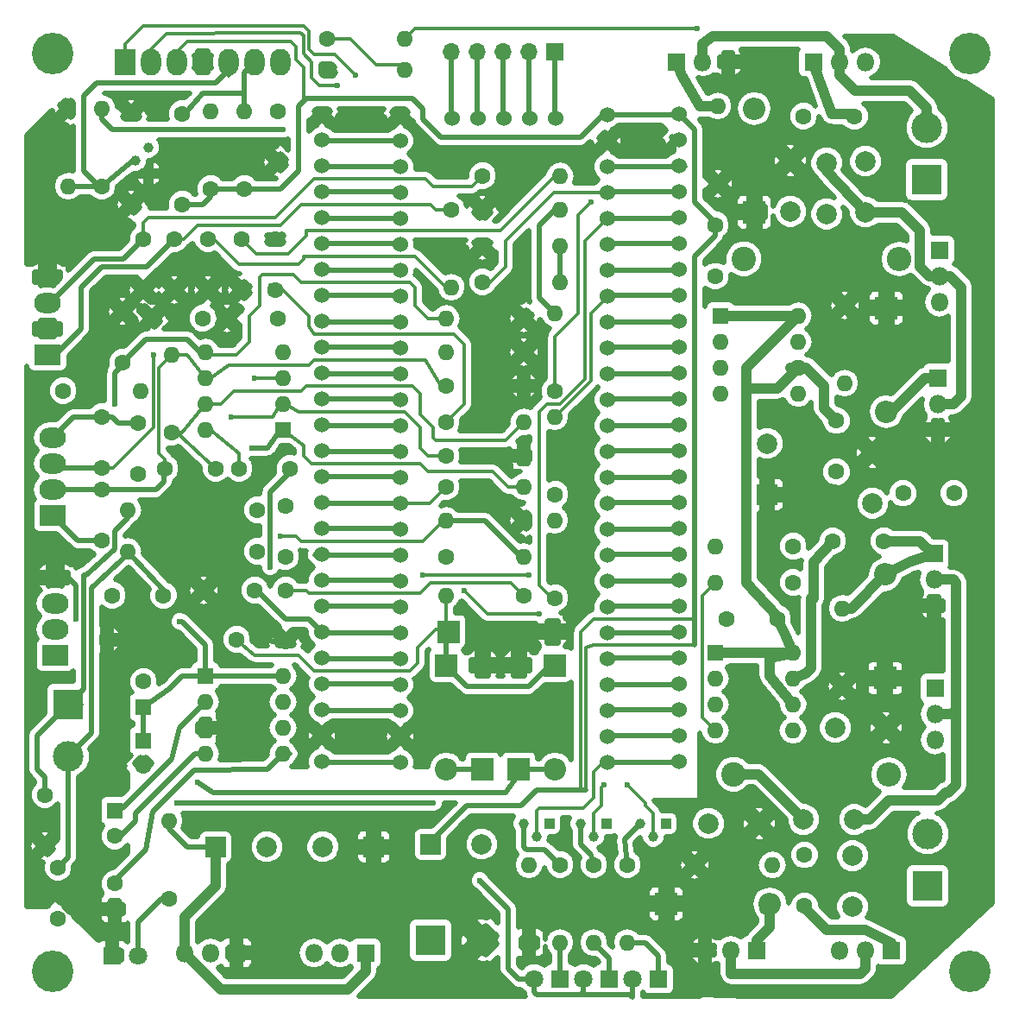
<source format=gbr>
G04 #@! TF.FileFunction,Copper,L2,Bot,Signal*
%FSLAX46Y46*%
G04 Gerber Fmt 4.6, Leading zero omitted, Abs format (unit mm)*
G04 Created by KiCad (PCBNEW 4.0.7) date 05/25/18 16:16:18*
%MOMM*%
%LPD*%
G01*
G04 APERTURE LIST*
%ADD10C,0.100000*%
%ADD11C,1.600000*%
%ADD12O,1.600000X1.600000*%
%ADD13C,1.524000*%
%ADD14R,2.600000X2.000000*%
%ADD15O,2.600000X2.000000*%
%ADD16R,1.700000X1.700000*%
%ADD17O,1.700000X1.700000*%
%ADD18R,2.000000X2.000000*%
%ADD19C,2.000000*%
%ADD20R,1.600000X1.600000*%
%ADD21R,2.200000X2.200000*%
%ADD22O,2.200000X2.200000*%
%ADD23R,3.000000X3.000000*%
%ADD24C,3.000000*%
%ADD25C,2.400000*%
%ADD26O,2.400000X2.400000*%
%ADD27R,1.800000X1.800000*%
%ADD28O,1.800000X1.800000*%
%ADD29C,4.064000*%
%ADD30C,1.800000*%
%ADD31C,1.000000*%
%ADD32R,1.000000X1.000000*%
%ADD33R,2.000000X2.600000*%
%ADD34O,2.000000X2.600000*%
%ADD35C,0.600000*%
%ADD36C,0.500000*%
%ADD37C,0.350000*%
%ADD38C,1.000000*%
G04 APERTURE END LIST*
D10*
D11*
X68834000Y-63246000D03*
D12*
X68834000Y-55626000D03*
D11*
X72136000Y-55626000D03*
X72136000Y-60626000D03*
D13*
X84124800Y-63601600D03*
X84124800Y-55981600D03*
X84124800Y-58521600D03*
X84124800Y-61061600D03*
X84124800Y-66141600D03*
X84124800Y-68681600D03*
X84124800Y-71221600D03*
X84124800Y-73761600D03*
X84124800Y-76301600D03*
X84124800Y-78841600D03*
X84124800Y-81381600D03*
X84124800Y-83921600D03*
X84124800Y-86461600D03*
X84124800Y-89001600D03*
X84124800Y-91541600D03*
X84124800Y-94081600D03*
X84124800Y-96621600D03*
X84124800Y-99161600D03*
X84124800Y-101701600D03*
X84124800Y-104241600D03*
X84124800Y-106781600D03*
X84124800Y-109321600D03*
X84124800Y-111861600D03*
X84124800Y-114401600D03*
X84124800Y-116941600D03*
X84124800Y-119481600D03*
X104444800Y-119481600D03*
X104444800Y-116941600D03*
X104444800Y-114401600D03*
X104444800Y-111861600D03*
X104444800Y-109321600D03*
X104444800Y-106781600D03*
X104444800Y-104241600D03*
X104444800Y-101701600D03*
X104444800Y-99161600D03*
X104444800Y-96621600D03*
X104444800Y-94081600D03*
X104444800Y-91541600D03*
X104444800Y-89001600D03*
X104444800Y-86461600D03*
X104444800Y-83921600D03*
X104444800Y-81381600D03*
X104444800Y-78841600D03*
X104444800Y-76301600D03*
X104444800Y-73761600D03*
X104444800Y-71221600D03*
X104444800Y-68681600D03*
X104444800Y-66141600D03*
X104444800Y-63601600D03*
X104444800Y-61061600D03*
X104444800Y-58521600D03*
X104444800Y-55981600D03*
X99364800Y-56301600D03*
X96824800Y-56301600D03*
X94284800Y-56301600D03*
X91744800Y-56301600D03*
X89204800Y-56301600D03*
D11*
X51054000Y-83058000D03*
D12*
X58674000Y-83058000D03*
D14*
X50038000Y-95250000D03*
D15*
X50038000Y-92710000D03*
X50038000Y-90170000D03*
X50038000Y-87630000D03*
D11*
X88646000Y-92456000D03*
D12*
X96266000Y-92456000D03*
D11*
X64770000Y-75946000D03*
X59770000Y-75946000D03*
D16*
X99314000Y-49784000D03*
D17*
X96774000Y-49784000D03*
X94234000Y-49784000D03*
X91694000Y-49784000D03*
X89154000Y-49784000D03*
D13*
X76454000Y-63500000D03*
X76454000Y-55880000D03*
X76454000Y-58420000D03*
X76454000Y-60960000D03*
X76454000Y-66040000D03*
X76454000Y-68580000D03*
X76454000Y-71120000D03*
X76454000Y-73660000D03*
X76454000Y-76200000D03*
X76454000Y-78740000D03*
X76454000Y-81280000D03*
X76454000Y-83820000D03*
X76454000Y-86360000D03*
X76454000Y-88900000D03*
X76454000Y-91440000D03*
X76454000Y-93980000D03*
X76454000Y-96520000D03*
X76454000Y-99060000D03*
X76454000Y-101600000D03*
X76454000Y-104140000D03*
X76454000Y-106680000D03*
X76454000Y-109220000D03*
X76454000Y-111760000D03*
X76454000Y-114300000D03*
X76454000Y-116840000D03*
X76454000Y-119380000D03*
X111506000Y-111760000D03*
X111506000Y-119380000D03*
X111506000Y-116840000D03*
X111506000Y-114300000D03*
X111506000Y-109220000D03*
X111506000Y-106680000D03*
X111506000Y-104140000D03*
X111506000Y-101600000D03*
X111506000Y-99060000D03*
X111506000Y-96520000D03*
X111506000Y-93980000D03*
X111506000Y-91440000D03*
X111506000Y-88900000D03*
X111506000Y-86360000D03*
X111506000Y-83820000D03*
X111506000Y-81280000D03*
X111506000Y-78740000D03*
X111506000Y-76200000D03*
X111506000Y-73660000D03*
X111506000Y-71120000D03*
X111506000Y-68580000D03*
X111506000Y-66040000D03*
X111506000Y-63500000D03*
X111506000Y-60960000D03*
X111506000Y-58420000D03*
X111506000Y-55880000D03*
D18*
X81534000Y-127762000D03*
D19*
X76534000Y-127762000D03*
D18*
X66040000Y-127762000D03*
D19*
X71040000Y-127762000D03*
D20*
X58928000Y-114046000D03*
D11*
X58928000Y-111546000D03*
D20*
X58928000Y-117348000D03*
D11*
X58928000Y-119848000D03*
X126923800Y-85966300D03*
X126923800Y-90966300D03*
X121158000Y-105410000D03*
X116158000Y-105410000D03*
D19*
X122428000Y-60452000D03*
X122428000Y-65452000D03*
X130479800Y-89077800D03*
X130479800Y-94077800D03*
D11*
X123812300Y-128549400D03*
X123812300Y-133549400D03*
X123698000Y-56134000D03*
X128698000Y-56134000D03*
D19*
X119380000Y-125476000D03*
X114380000Y-125476000D03*
X131826000Y-116078000D03*
X126826000Y-116078000D03*
D11*
X131572000Y-97790000D03*
X126572000Y-97790000D03*
X138480800Y-93078300D03*
X133480800Y-93078300D03*
D19*
X128524000Y-128638300D03*
X128524000Y-133638300D03*
X129794000Y-65532000D03*
X129794000Y-60532000D03*
X128701800Y-125082300D03*
X123701800Y-125082300D03*
X125984000Y-60706000D03*
X125984000Y-65706000D03*
D21*
X110236000Y-133350000D03*
D22*
X120396000Y-133350000D03*
D21*
X118872000Y-65532000D03*
D22*
X118872000Y-55372000D03*
D21*
X131724400Y-111226600D03*
D22*
X131724400Y-101066600D03*
D21*
X131826000Y-74930000D03*
D22*
X131826000Y-85090000D03*
D23*
X87122000Y-136906000D03*
D24*
X92202000Y-136906000D03*
D23*
X135890000Y-131572000D03*
D24*
X135890000Y-126492000D03*
D23*
X135813800Y-62318900D03*
D24*
X135813800Y-57238900D03*
D11*
X113030000Y-129540000D03*
D12*
X120650000Y-129540000D03*
D11*
X115316000Y-62738000D03*
D12*
X115316000Y-55118000D03*
D11*
X127508000Y-112014000D03*
D12*
X127508000Y-104394000D03*
D11*
X127762000Y-74676000D03*
D12*
X127762000Y-82296000D03*
D25*
X116840000Y-120650000D03*
D26*
X132080000Y-120650000D03*
D25*
X117856000Y-70104000D03*
D26*
X133096000Y-70104000D03*
D20*
X65024000Y-110998000D03*
D12*
X72644000Y-118618000D03*
X65024000Y-113538000D03*
X72644000Y-116078000D03*
X65024000Y-116078000D03*
X72644000Y-113538000D03*
X65024000Y-118618000D03*
X72644000Y-110998000D03*
D20*
X115062000Y-108712000D03*
D12*
X122682000Y-116332000D03*
X115062000Y-111252000D03*
X122682000Y-113792000D03*
X115062000Y-113792000D03*
X122682000Y-111252000D03*
X115062000Y-116332000D03*
X122682000Y-108712000D03*
D20*
X115570000Y-75692000D03*
D12*
X123190000Y-83312000D03*
X115570000Y-78232000D03*
X123190000Y-80772000D03*
X115570000Y-80772000D03*
X123190000Y-78232000D03*
X115570000Y-83312000D03*
X123190000Y-75692000D03*
D18*
X87122000Y-127508000D03*
D19*
X92122000Y-127508000D03*
D27*
X68072000Y-138176000D03*
D28*
X65532000Y-138176000D03*
X62992000Y-138176000D03*
D27*
X80772000Y-138176000D03*
D28*
X78232000Y-138176000D03*
X75692000Y-138176000D03*
D27*
X119126000Y-137922000D03*
D28*
X116586000Y-137922000D03*
X114046000Y-137922000D03*
D27*
X132334000Y-137922000D03*
D28*
X129794000Y-137922000D03*
X127254000Y-137922000D03*
D27*
X111252000Y-50800000D03*
D28*
X113792000Y-50800000D03*
X116332000Y-50800000D03*
D27*
X124714000Y-50800000D03*
D28*
X127254000Y-50800000D03*
X129794000Y-50800000D03*
D27*
X136525000Y-99034600D03*
D28*
X136525000Y-101574600D03*
X136525000Y-104114600D03*
D27*
X136613900Y-112191800D03*
D28*
X136613900Y-114731800D03*
X136613900Y-117271800D03*
D27*
X136906000Y-81788000D03*
D28*
X136906000Y-84328000D03*
X136906000Y-86868000D03*
D27*
X137058400Y-69253100D03*
D28*
X137058400Y-71793100D03*
X137058400Y-74333100D03*
D11*
X49276000Y-122682000D03*
X49276000Y-127682000D03*
X50546000Y-129794000D03*
X50546000Y-134794000D03*
X72898000Y-99314000D03*
X72898000Y-94314000D03*
X72898000Y-102616000D03*
X72898000Y-107616000D03*
X56896000Y-80264000D03*
X56896000Y-75264000D03*
X69850000Y-102616000D03*
X64850000Y-102616000D03*
X68326000Y-90678000D03*
X73326000Y-90678000D03*
X58420000Y-91186000D03*
X58420000Y-86186000D03*
X66040000Y-90678000D03*
X61040000Y-90678000D03*
X72136000Y-75946000D03*
X67136000Y-75946000D03*
X71882000Y-73152000D03*
X71882000Y-68152000D03*
D21*
X88900000Y-106680000D03*
D22*
X99060000Y-106680000D03*
D21*
X99314000Y-109982000D03*
D22*
X99314000Y-120142000D03*
D21*
X95758000Y-120142000D03*
D22*
X95758000Y-109982000D03*
D21*
X88646000Y-109982000D03*
D22*
X88646000Y-120142000D03*
D21*
X92202000Y-120142000D03*
D22*
X92202000Y-109982000D03*
D23*
X51562000Y-113792000D03*
D24*
X51562000Y-118872000D03*
D14*
X50292000Y-108966000D03*
D15*
X50292000Y-106426000D03*
X50292000Y-103886000D03*
X50292000Y-101346000D03*
D11*
X96266000Y-103124000D03*
D12*
X88646000Y-103124000D03*
D11*
X96266000Y-75946000D03*
D12*
X88646000Y-75946000D03*
D11*
X96266000Y-95758000D03*
D12*
X88646000Y-95758000D03*
D11*
X96266000Y-79248000D03*
D12*
X88646000Y-79248000D03*
D11*
X88646000Y-99314000D03*
D12*
X96266000Y-99314000D03*
D11*
X88646000Y-82550000D03*
D12*
X96266000Y-82550000D03*
D11*
X88646000Y-89408000D03*
D12*
X96266000Y-89408000D03*
D11*
X61722000Y-87122000D03*
D12*
X61722000Y-79502000D03*
D11*
X88646000Y-86106000D03*
D12*
X96266000Y-86106000D03*
D20*
X72644000Y-86868000D03*
D12*
X65024000Y-79248000D03*
X72644000Y-84328000D03*
X65024000Y-81788000D03*
X72644000Y-81788000D03*
X65024000Y-84328000D03*
X72644000Y-79248000D03*
X65024000Y-86868000D03*
D11*
X68072000Y-107442000D03*
D12*
X55372000Y-107442000D03*
D11*
X70104000Y-98806000D03*
D12*
X57404000Y-98806000D03*
D11*
X70104000Y-94742000D03*
D12*
X57404000Y-94742000D03*
D18*
X120142000Y-93218000D03*
D19*
X120142000Y-88218000D03*
D11*
X115062000Y-66802000D03*
X115062000Y-71802000D03*
X99314000Y-93218000D03*
D12*
X99314000Y-85598000D03*
D11*
X92202000Y-72390000D03*
D12*
X99822000Y-72390000D03*
D11*
X99314000Y-83058000D03*
D12*
X99314000Y-75438000D03*
D11*
X122682000Y-98298000D03*
D12*
X115062000Y-98298000D03*
D11*
X92202000Y-68834000D03*
D12*
X99822000Y-68834000D03*
D11*
X99314000Y-103378000D03*
D12*
X99314000Y-95758000D03*
D11*
X122682000Y-101854000D03*
D12*
X115062000Y-101854000D03*
D11*
X92202000Y-65278000D03*
D12*
X99822000Y-65278000D03*
D29*
X50000000Y-50000000D03*
X50000000Y-140000000D03*
X140000000Y-50000000D03*
X140000000Y-140000000D03*
D20*
X56134000Y-124206000D03*
D11*
X56134000Y-126706000D03*
D20*
X56134000Y-133858000D03*
D11*
X56134000Y-131358000D03*
D27*
X99822000Y-140716000D03*
D30*
X97282000Y-140716000D03*
D11*
X99822000Y-129540000D03*
D12*
X99822000Y-137160000D03*
D31*
X97536000Y-126746000D03*
X96266000Y-125476000D03*
D32*
X98806000Y-125476000D03*
D27*
X104648000Y-140716000D03*
D30*
X102108000Y-140716000D03*
D27*
X109474000Y-140716000D03*
D30*
X106934000Y-140716000D03*
D31*
X103124000Y-126746000D03*
X101854000Y-125476000D03*
D32*
X104394000Y-125476000D03*
D31*
X108966000Y-126746000D03*
X107696000Y-125476000D03*
D32*
X110236000Y-125476000D03*
D11*
X103124000Y-129540000D03*
D12*
X103124000Y-137160000D03*
D11*
X106426000Y-129540000D03*
D12*
X106426000Y-137160000D03*
D27*
X55880000Y-138430000D03*
D30*
X58420000Y-138430000D03*
D11*
X61468000Y-132842000D03*
D12*
X61468000Y-125222000D03*
D11*
X55880000Y-103124000D03*
X60880000Y-103124000D03*
X76962000Y-48514000D03*
D12*
X84582000Y-48514000D03*
D11*
X76962000Y-51562000D03*
D12*
X84582000Y-51562000D03*
D20*
X96774000Y-137160000D03*
D12*
X96774000Y-129540000D03*
D11*
X65278000Y-73152000D03*
X65278000Y-68152000D03*
X68580000Y-73152000D03*
X68580000Y-68152000D03*
D14*
X49530000Y-79502000D03*
D15*
X49530000Y-76962000D03*
X49530000Y-74422000D03*
X49530000Y-71882000D03*
D11*
X89154000Y-65278000D03*
D12*
X89154000Y-72898000D03*
D11*
X92202000Y-61976000D03*
D12*
X99822000Y-61976000D03*
D11*
X58928000Y-73152000D03*
X58928000Y-68152000D03*
X61976000Y-73152000D03*
X61976000Y-68152000D03*
X54864000Y-85598000D03*
X54864000Y-90598000D03*
X54864000Y-92710000D03*
X54864000Y-97710000D03*
X62738000Y-64770000D03*
X57738000Y-64770000D03*
X62738000Y-55880000D03*
X57738000Y-55880000D03*
D31*
X58166000Y-60452000D03*
X59436000Y-59182000D03*
D32*
X59436000Y-61722000D03*
D11*
X65532000Y-63246000D03*
D12*
X65532000Y-55626000D03*
D11*
X51562000Y-55372000D03*
D12*
X51562000Y-62992000D03*
D11*
X54864000Y-62992000D03*
D12*
X54864000Y-55372000D03*
D33*
X57150000Y-50800000D03*
D34*
X59690000Y-50800000D03*
X62230000Y-50800000D03*
X64770000Y-50800000D03*
X67310000Y-50800000D03*
X69850000Y-50800000D03*
X72390000Y-50800000D03*
D35*
X113284000Y-47498000D03*
X52324000Y-105410000D03*
X62484000Y-105664000D03*
X71374000Y-100330000D03*
X91948000Y-131064000D03*
X87376000Y-123444000D03*
X62230000Y-123444000D03*
X96774000Y-101092000D03*
X86360000Y-101092000D03*
X97790000Y-104902000D03*
X90424000Y-102616000D03*
X56134000Y-84328000D03*
X59944000Y-79502000D03*
X69850000Y-81788000D03*
X67564000Y-85598000D03*
X69596000Y-88646000D03*
X72390000Y-97282000D03*
X64262000Y-121412000D03*
X79756000Y-52070000D03*
X77978000Y-53086000D03*
X72644000Y-57404000D03*
X102870000Y-64516000D03*
X106426000Y-121666000D03*
X104140000Y-121666000D03*
D36*
X76454000Y-78740000D02*
X84023200Y-78740000D01*
X84023200Y-78740000D02*
X84124800Y-78841600D01*
X84124800Y-81381600D02*
X76555600Y-81381600D01*
X76555600Y-81381600D02*
X76454000Y-81280000D01*
X76454000Y-83820000D02*
X84023200Y-83820000D01*
X84023200Y-83820000D02*
X84124800Y-83921600D01*
X84124800Y-86461600D02*
X76555600Y-86461600D01*
X76555600Y-86461600D02*
X76454000Y-86360000D01*
X84124800Y-89001600D02*
X76555600Y-89001600D01*
X76555600Y-89001600D02*
X76454000Y-88900000D01*
X76454000Y-91440000D02*
X84023200Y-91440000D01*
X84023200Y-91440000D02*
X84124800Y-91541600D01*
X76454000Y-101600000D02*
X84023200Y-101600000D01*
X84023200Y-101600000D02*
X84124800Y-101701600D01*
X76454000Y-104140000D02*
X84023200Y-104140000D01*
X84023200Y-104140000D02*
X84124800Y-104241600D01*
X84124800Y-109321600D02*
X76555600Y-109321600D01*
X76555600Y-109321600D02*
X76454000Y-109220000D01*
X76454000Y-111760000D02*
X84023200Y-111760000D01*
X84023200Y-111760000D02*
X84124800Y-111861600D01*
X84124800Y-114401600D02*
X76555600Y-114401600D01*
X76555600Y-114401600D02*
X76454000Y-114300000D01*
X111506000Y-116840000D02*
X104546400Y-116840000D01*
X104546400Y-116840000D02*
X104444800Y-116941600D01*
X111506000Y-99060000D02*
X104546400Y-99060000D01*
X104546400Y-99060000D02*
X104444800Y-99161600D01*
X104444800Y-96621600D02*
X111404400Y-96621600D01*
X111404400Y-96621600D02*
X111506000Y-96520000D01*
X111506000Y-93980000D02*
X104546400Y-93980000D01*
X104546400Y-93980000D02*
X104444800Y-94081600D01*
X104444800Y-91541600D02*
X111404400Y-91541600D01*
X111404400Y-91541600D02*
X111506000Y-91440000D01*
X111506000Y-88900000D02*
X104546400Y-88900000D01*
X104546400Y-88900000D02*
X104444800Y-89001600D01*
X104444800Y-86461600D02*
X111404400Y-86461600D01*
X111404400Y-86461600D02*
X111506000Y-86360000D01*
X111506000Y-83820000D02*
X104546400Y-83820000D01*
X104546400Y-83820000D02*
X104444800Y-83921600D01*
X111506000Y-68580000D02*
X104546400Y-68580000D01*
X104546400Y-68580000D02*
X104444800Y-68681600D01*
X99314000Y-49784000D02*
X99314000Y-56250800D01*
X99314000Y-56250800D02*
X99364800Y-56301600D01*
X96774000Y-49784000D02*
X96774000Y-56250800D01*
X96774000Y-56250800D02*
X96824800Y-56301600D01*
X94234000Y-49784000D02*
X94234000Y-56250800D01*
X94234000Y-56250800D02*
X94284800Y-56301600D01*
X91694000Y-49784000D02*
X91694000Y-56250800D01*
X91694000Y-56250800D02*
X91744800Y-56301600D01*
X89154000Y-49784000D02*
X89154000Y-56250800D01*
X89154000Y-56250800D02*
X89204800Y-56301600D01*
X65024000Y-113538000D02*
X62484000Y-116078000D01*
X56896000Y-123952000D02*
X56134000Y-124206000D01*
X61722000Y-119126000D02*
X56896000Y-123952000D01*
X62484000Y-116078000D02*
X61722000Y-119126000D01*
X56134000Y-126706000D02*
X56682000Y-126706000D01*
X56682000Y-126706000D02*
X58166000Y-125222000D01*
X58166000Y-125222000D02*
X58166000Y-124460000D01*
X58166000Y-124460000D02*
X64008000Y-118618000D01*
X64008000Y-118618000D02*
X65024000Y-118618000D01*
D37*
X85598000Y-47498000D02*
X84582000Y-48514000D01*
X111506000Y-47498000D02*
X85598000Y-47498000D01*
X113284000Y-47498000D02*
X111506000Y-47498000D01*
D38*
X136906000Y-86868000D02*
X135636000Y-86868000D01*
X133426200Y-89077800D02*
X130479800Y-89077800D01*
X135636000Y-86868000D02*
X133426200Y-89077800D01*
D36*
X84023200Y-55880000D02*
X84124800Y-55981600D01*
X84023200Y-116840000D02*
X84124800Y-116941600D01*
X104546400Y-58420000D02*
X104444800Y-58521600D01*
X72898000Y-107616000D02*
X71548000Y-107616000D01*
X71548000Y-107616000D02*
X68834000Y-104902000D01*
X64850000Y-102616000D02*
X65024000Y-102616000D01*
X65024000Y-102616000D02*
X67310000Y-104902000D01*
X67310000Y-104902000D02*
X68834000Y-104902000D01*
X52324000Y-105410000D02*
X52324000Y-102108000D01*
X52324000Y-102108000D02*
X51562000Y-101346000D01*
X51562000Y-101346000D02*
X50292000Y-101346000D01*
D38*
X80772000Y-138176000D02*
X80772000Y-139954000D01*
X66548000Y-141732000D02*
X62992000Y-138176000D01*
X78994000Y-141732000D02*
X66548000Y-141732000D01*
X80772000Y-139954000D02*
X78994000Y-141732000D01*
X62992000Y-138176000D02*
X62992000Y-135636000D01*
X62992000Y-134620000D02*
X66040000Y-131572000D01*
X66040000Y-131572000D02*
X66040000Y-127762000D01*
X62992000Y-135636000D02*
X62992000Y-134620000D01*
D36*
X61468000Y-125222000D02*
X61468000Y-125984000D01*
X61468000Y-125984000D02*
X63246000Y-127762000D01*
X63246000Y-127762000D02*
X66040000Y-127762000D01*
D38*
X118110000Y-82804000D02*
X121158000Y-82804000D01*
X121158000Y-105410000D02*
X121158000Y-105156000D01*
X121158000Y-105156000D02*
X118110000Y-101854000D01*
X118110000Y-80772000D02*
X123190000Y-75692000D01*
X118110000Y-101854000D02*
X118110000Y-82804000D01*
X118110000Y-82804000D02*
X118110000Y-80772000D01*
D36*
X65024000Y-110998000D02*
X65024000Y-107950000D01*
X62738000Y-105664000D02*
X62484000Y-105664000D01*
X65024000Y-107950000D02*
X62738000Y-105664000D01*
D37*
X65024000Y-86868000D02*
X65532000Y-86868000D01*
X65532000Y-86868000D02*
X68326000Y-89154000D01*
X68326000Y-89154000D02*
X68326000Y-90678000D01*
D36*
X58928000Y-114046000D02*
X58928000Y-117348000D01*
D38*
X123190000Y-80772000D02*
X123952000Y-80772000D01*
X123952000Y-80772000D02*
X125730000Y-82550000D01*
X125730000Y-84772500D02*
X126923800Y-85966300D01*
X125730000Y-82550000D02*
X125730000Y-84772500D01*
X121158000Y-82804000D02*
X123190000Y-80772000D01*
X115570000Y-75692000D02*
X123190000Y-75692000D01*
D36*
X58928000Y-114046000D02*
X61468000Y-112268000D01*
X62738000Y-110998000D02*
X65024000Y-110998000D01*
X61468000Y-112268000D02*
X62738000Y-110998000D01*
X72644000Y-110998000D02*
X65024000Y-110998000D01*
D38*
X122682000Y-108712000D02*
X121666000Y-108966000D01*
X120396000Y-110998000D02*
X122682000Y-113792000D01*
X120396000Y-109220000D02*
X120396000Y-110998000D01*
X121666000Y-108966000D02*
X120396000Y-109220000D01*
X122682000Y-108712000D02*
X115062000Y-108712000D01*
X121158000Y-105410000D02*
X121920000Y-106934000D01*
X121920000Y-106934000D02*
X122682000Y-108712000D01*
X123190000Y-80772000D02*
X122440700Y-80772000D01*
X123190000Y-80733900D02*
X123190000Y-80772000D01*
D36*
X56134000Y-131358000D02*
X56134000Y-131064000D01*
X56134000Y-131064000D02*
X59182000Y-128016000D01*
X59182000Y-128016000D02*
X59817000Y-124333000D01*
X59817000Y-124333000D02*
X63881000Y-120269000D01*
X63881000Y-120269000D02*
X71120000Y-120142000D01*
X71120000Y-120142000D02*
X72644000Y-118618000D01*
X71374000Y-100330000D02*
X71374000Y-92964000D01*
X71374000Y-92964000D02*
X73326000Y-91012000D01*
X73326000Y-91012000D02*
X73326000Y-90678000D01*
X58928000Y-111546000D02*
X58888000Y-111546000D01*
D37*
X72644000Y-118618000D02*
X73406000Y-118618000D01*
D38*
X119126000Y-137922000D02*
X119126000Y-136906000D01*
X120396000Y-135636000D02*
X120396000Y-133350000D01*
X119126000Y-136906000D02*
X120396000Y-135636000D01*
X119888000Y-133858000D02*
X120396000Y-133350000D01*
X132334000Y-137922000D02*
X132334000Y-137160000D01*
X132334000Y-137160000D02*
X129794000Y-135890000D01*
X129794000Y-135890000D02*
X125984000Y-135890000D01*
X123812300Y-133549400D02*
X123812300Y-133718300D01*
X123812300Y-133718300D02*
X125984000Y-135890000D01*
X111252000Y-50800000D02*
X111760000Y-52070000D01*
X111760000Y-52070000D02*
X113538000Y-55118000D01*
X113538000Y-55118000D02*
X115316000Y-55118000D01*
X118618000Y-55118000D02*
X118872000Y-55372000D01*
X111252000Y-50800000D02*
X111252000Y-51054000D01*
X124714000Y-50800000D02*
X124714000Y-51054000D01*
X124714000Y-51054000D02*
X126492000Y-55880000D01*
X126492000Y-55880000D02*
X128444000Y-55880000D01*
X128444000Y-55880000D02*
X128698000Y-56134000D01*
X127508000Y-104394000D02*
X128397000Y-104394000D01*
X128397000Y-104394000D02*
X131724400Y-101066600D01*
X136525000Y-99034600D02*
X134112000Y-99822000D01*
X134112000Y-99822000D02*
X131724400Y-101066600D01*
X136525000Y-99034600D02*
X136372600Y-99034600D01*
X136372600Y-99034600D02*
X135128000Y-97790000D01*
X135128000Y-97790000D02*
X131572000Y-97790000D01*
X124460000Y-103378000D02*
X124714000Y-103378000D01*
X124714000Y-99822000D02*
X126572000Y-97790000D01*
X124714000Y-103378000D02*
X124714000Y-99822000D01*
X122682000Y-111252000D02*
X123952000Y-110744000D01*
X124460000Y-110236000D02*
X124460000Y-103378000D01*
X123952000Y-110744000D02*
X124460000Y-110236000D01*
X131826000Y-85090000D02*
X132334000Y-85090000D01*
X132334000Y-85090000D02*
X135636000Y-81788000D01*
X135636000Y-81788000D02*
X136906000Y-81788000D01*
X136525000Y-101574600D02*
X138404600Y-101574600D01*
X138684000Y-101854000D02*
X138684000Y-103733600D01*
X138404600Y-101574600D02*
X138684000Y-101854000D01*
X136613900Y-114731800D02*
X138684000Y-114731800D01*
X138430000Y-114554000D02*
X138684000Y-114554000D01*
X138506200Y-114554000D02*
X138430000Y-114554000D01*
X138684000Y-114731800D02*
X138506200Y-114554000D01*
X132080000Y-123190000D02*
X136906000Y-123190000D01*
X130187700Y-125082300D02*
X132080000Y-123190000D01*
X128701800Y-125082300D02*
X130187700Y-125082300D01*
X136906000Y-123190000D02*
X137668000Y-122428000D01*
X137668000Y-122428000D02*
X137922000Y-122428000D01*
X137922000Y-122428000D02*
X138684000Y-121666000D01*
X138684000Y-121666000D02*
X138684000Y-114554000D01*
X138684000Y-114554000D02*
X138684000Y-113284000D01*
X138684000Y-113284000D02*
X138684000Y-103733600D01*
X136613900Y-114731800D02*
X137236200Y-114731800D01*
X137058400Y-71793100D02*
X136055100Y-71793100D01*
X133350000Y-65532000D02*
X129794000Y-65532000D01*
X135128000Y-67310000D02*
X133350000Y-65532000D01*
X135128000Y-70866000D02*
X135128000Y-67310000D01*
X136055100Y-71793100D02*
X135128000Y-70866000D01*
X136563100Y-71793100D02*
X137058400Y-71793100D01*
X136906000Y-84328000D02*
X138430000Y-84328000D01*
X138087100Y-71793100D02*
X137058400Y-71793100D01*
X139192000Y-72898000D02*
X138087100Y-71793100D01*
X139192000Y-83566000D02*
X139192000Y-72898000D01*
X138430000Y-84328000D02*
X139192000Y-83566000D01*
X125984000Y-60706000D02*
X125984000Y-61468000D01*
X125984000Y-61468000D02*
X129794000Y-65532000D01*
X116840000Y-120650000D02*
X119256800Y-120637300D01*
X119256800Y-120637300D02*
X123701800Y-125082300D01*
X127254000Y-50800000D02*
X127254000Y-52070000D01*
X135813800Y-55295800D02*
X135813800Y-57238900D01*
X134112000Y-53594000D02*
X135813800Y-55295800D01*
X128778000Y-53594000D02*
X134112000Y-53594000D01*
X127254000Y-52070000D02*
X128778000Y-53594000D01*
X127254000Y-50800000D02*
X127254000Y-51054000D01*
X127254000Y-50800000D02*
X127254000Y-49530000D01*
X113792000Y-49022000D02*
X113792000Y-50800000D01*
X114808000Y-48260000D02*
X113792000Y-49022000D01*
X125984000Y-48260000D02*
X114808000Y-48260000D01*
X127254000Y-49530000D02*
X125984000Y-48260000D01*
X113792000Y-50800000D02*
X113792000Y-50038000D01*
X127254000Y-50800000D02*
X127254000Y-50038000D01*
X127254000Y-50800000D02*
X127508000Y-50800000D01*
D36*
X95758000Y-140716000D02*
X97282000Y-140716000D01*
X94742000Y-139700000D02*
X95758000Y-140716000D01*
X94742000Y-133858000D02*
X94742000Y-139700000D01*
X91948000Y-131064000D02*
X94742000Y-133858000D01*
X87122000Y-127508000D02*
X87122000Y-127254000D01*
X87122000Y-127254000D02*
X89662000Y-124714000D01*
X89662000Y-124714000D02*
X90678000Y-123698000D01*
X97536000Y-122174000D02*
X101854000Y-122174000D01*
X96012000Y-123698000D02*
X97536000Y-122174000D01*
X90678000Y-123698000D02*
X96012000Y-123698000D01*
X62738000Y-64770000D02*
X64770000Y-64770000D01*
X64770000Y-64770000D02*
X65532000Y-64008000D01*
X65532000Y-64008000D02*
X65532000Y-63246000D01*
D37*
X70612000Y-48768000D02*
X73406000Y-48768000D01*
X63272623Y-48768000D02*
X70612000Y-48768000D01*
X62230000Y-49810623D02*
X63272623Y-48768000D01*
X74676000Y-54610000D02*
X74930000Y-54356000D01*
X74676000Y-51308000D02*
X74676000Y-54610000D01*
X73914000Y-50546000D02*
X74676000Y-51308000D01*
X73914000Y-49276000D02*
X73914000Y-50546000D01*
X73406000Y-48768000D02*
X73914000Y-49276000D01*
D36*
X104444800Y-55981600D02*
X104038400Y-55981600D01*
X104038400Y-55981600D02*
X101854000Y-58166000D01*
X101854000Y-58166000D02*
X88138000Y-58166000D01*
X88138000Y-58166000D02*
X86360000Y-56388000D01*
X86360000Y-56388000D02*
X86360000Y-55372000D01*
X86360000Y-55372000D02*
X85344000Y-54356000D01*
X85344000Y-54356000D02*
X74930000Y-54356000D01*
X72390000Y-63246000D02*
X68834000Y-63246000D01*
X74930000Y-54356000D02*
X74168000Y-55118000D01*
X74168000Y-55118000D02*
X74168000Y-61468000D01*
X74168000Y-61468000D02*
X72390000Y-63246000D01*
D37*
X62230000Y-50546000D02*
X62230000Y-49810623D01*
X62230000Y-50546000D02*
X62230000Y-49784000D01*
D36*
X65532000Y-63246000D02*
X68834000Y-63246000D01*
X104444800Y-55981600D02*
X104444800Y-55676800D01*
D37*
X113030000Y-105410000D02*
X103124000Y-105410000D01*
X103124000Y-105410000D02*
X101854000Y-106680000D01*
X101854000Y-106680000D02*
X101854000Y-122174000D01*
X113030000Y-107950000D02*
X103124000Y-107950000D01*
X102362000Y-108204000D02*
X102362000Y-122174000D01*
X103124000Y-107950000D02*
X102362000Y-108204000D01*
D36*
X101854000Y-122174000D02*
X102362000Y-122174000D01*
X113030000Y-107950000D02*
X113030000Y-105410000D01*
X113030000Y-105410000D02*
X113030000Y-69850000D01*
X113030000Y-69850000D02*
X115062000Y-67818000D01*
X115062000Y-67818000D02*
X115062000Y-66802000D01*
X106934000Y-140716000D02*
X106934000Y-142494000D01*
X106680000Y-142240000D02*
X101854000Y-142240000D01*
X106934000Y-142494000D02*
X106680000Y-142240000D01*
X97282000Y-140716000D02*
X97282000Y-141986000D01*
X97536000Y-142240000D02*
X101854000Y-142240000D01*
X97282000Y-141986000D02*
X97536000Y-142240000D01*
X102108000Y-141986000D02*
X102108000Y-140716000D01*
X101854000Y-142240000D02*
X102108000Y-141986000D01*
X111506000Y-55880000D02*
X113030000Y-57404000D01*
X113030000Y-64516000D02*
X115062000Y-66548000D01*
X113030000Y-57404000D02*
X113030000Y-64516000D01*
X115062000Y-66548000D02*
X115062000Y-66802000D01*
X104444800Y-55981600D02*
X111404400Y-55981600D01*
X111404400Y-55981600D02*
X111506000Y-55880000D01*
X84124800Y-119481600D02*
X76555600Y-119481600D01*
X76555600Y-119481600D02*
X76454000Y-119380000D01*
X51562000Y-118872000D02*
X51562000Y-128778000D01*
X51562000Y-128778000D02*
X50546000Y-129794000D01*
X53848000Y-116586000D02*
X53848000Y-102362000D01*
X53848000Y-102362000D02*
X57404000Y-99060000D01*
X57404000Y-99060000D02*
X57404000Y-98806000D01*
X60880000Y-103124000D02*
X60880000Y-102536000D01*
X60880000Y-102536000D02*
X57404000Y-98806000D01*
X53848000Y-116586000D02*
X51562000Y-118872000D01*
X87376000Y-123444000D02*
X87376000Y-123444000D01*
X87376000Y-123444000D02*
X62230000Y-123444000D01*
X92202000Y-120142000D02*
X88646000Y-120142000D01*
D37*
X86360000Y-101092000D02*
X96774000Y-101092000D01*
D36*
X104444800Y-101701600D02*
X111404400Y-101701600D01*
X111404400Y-101701600D02*
X111506000Y-101600000D01*
D37*
X92710000Y-104902000D02*
X97790000Y-104902000D01*
X90424000Y-102616000D02*
X92710000Y-104902000D01*
D36*
X111506000Y-104140000D02*
X104546400Y-104140000D01*
X104546400Y-104140000D02*
X104444800Y-104241600D01*
X72470000Y-94742000D02*
X72898000Y-94314000D01*
D37*
X72898000Y-102616000D02*
X74930000Y-102616000D01*
X94996000Y-101854000D02*
X96266000Y-103124000D01*
X87122000Y-101854000D02*
X94996000Y-101854000D01*
X86106000Y-102870000D02*
X87122000Y-101854000D01*
X75184000Y-102870000D02*
X86106000Y-102870000D01*
X74930000Y-102616000D02*
X75184000Y-102870000D01*
D36*
X104444800Y-106781600D02*
X111404400Y-106781600D01*
X111404400Y-106781600D02*
X111506000Y-106680000D01*
D37*
X72898000Y-102870000D02*
X72644000Y-102616000D01*
D36*
X96012000Y-102870000D02*
X96266000Y-102870000D01*
X54864000Y-97710000D02*
X52498000Y-97710000D01*
X52498000Y-97710000D02*
X50038000Y-95250000D01*
X56134000Y-81280000D02*
X56896000Y-80518000D01*
X56134000Y-84328000D02*
X56134000Y-81280000D01*
X56896000Y-80518000D02*
X56896000Y-80264000D01*
X65024000Y-79248000D02*
X64516000Y-79248000D01*
X64516000Y-79248000D02*
X63246000Y-77978000D01*
X63246000Y-77978000D02*
X59182000Y-77978000D01*
X59182000Y-77978000D02*
X56896000Y-80264000D01*
X50038000Y-95250000D02*
X50800000Y-95250000D01*
D37*
X69342000Y-78232000D02*
X69342000Y-75692000D01*
X70358000Y-74676000D02*
X70358000Y-71882000D01*
X69342000Y-75692000D02*
X70358000Y-74676000D01*
X88646000Y-75946000D02*
X86868000Y-75946000D01*
X86868000Y-75946000D02*
X85598000Y-74676000D01*
X70612000Y-71628000D02*
X70358000Y-71882000D01*
X73660000Y-71628000D02*
X70612000Y-71628000D01*
X74422000Y-72390000D02*
X73660000Y-71628000D01*
X85090000Y-72390000D02*
X74422000Y-72390000D01*
X85598000Y-72898000D02*
X85090000Y-72390000D01*
X85598000Y-74676000D02*
X85598000Y-72898000D01*
X68072000Y-79502000D02*
X65278000Y-79502000D01*
X69342000Y-78232000D02*
X68072000Y-79502000D01*
X65278000Y-79502000D02*
X65024000Y-79248000D01*
D36*
X65024000Y-79248000D02*
X65024000Y-78740000D01*
X54864000Y-90598000D02*
X50466000Y-90598000D01*
X50466000Y-90598000D02*
X50038000Y-90170000D01*
D37*
X54864000Y-90598000D02*
X55960000Y-90598000D01*
X59901998Y-79544002D02*
X59944000Y-79502000D01*
X59901998Y-86656002D02*
X59901998Y-79544002D01*
X55960000Y-90598000D02*
X59901998Y-86656002D01*
D36*
X50038000Y-90170000D02*
X51054000Y-90170000D01*
D37*
X69850000Y-81788000D02*
X72644000Y-81788000D01*
D36*
X72644000Y-81788000D02*
X73152000Y-81788000D01*
X50038000Y-90170000D02*
X50800000Y-90170000D01*
X54864000Y-85598000D02*
X52070000Y-85598000D01*
X52070000Y-85598000D02*
X50038000Y-87630000D01*
X54864000Y-85598000D02*
X55880000Y-85598000D01*
X56468000Y-86186000D02*
X58420000Y-86186000D01*
X55880000Y-85598000D02*
X56468000Y-86186000D01*
X50038000Y-87630000D02*
X50800000Y-87630000D01*
X49022000Y-87630000D02*
X50038000Y-87630000D01*
D37*
X72644000Y-84328000D02*
X72898000Y-84328000D01*
X72898000Y-84328000D02*
X74168000Y-85090000D01*
X86868000Y-89408000D02*
X88646000Y-89408000D01*
X86106000Y-88646000D02*
X86868000Y-89408000D01*
X86106000Y-86614000D02*
X86106000Y-88646000D01*
X84582000Y-85090000D02*
X86106000Y-86614000D01*
X74168000Y-85090000D02*
X84582000Y-85090000D01*
X72644000Y-84328000D02*
X72390000Y-84328000D01*
X72390000Y-84328000D02*
X71628000Y-85598000D01*
X71628000Y-85598000D02*
X67564000Y-85598000D01*
D36*
X54864000Y-92710000D02*
X50038000Y-92710000D01*
X54864000Y-92710000D02*
X60198000Y-92710000D01*
X60960000Y-91948000D02*
X60960000Y-90758000D01*
X60198000Y-92710000D02*
X60960000Y-91948000D01*
X60960000Y-90758000D02*
X61040000Y-90678000D01*
X54102000Y-92710000D02*
X54864000Y-92710000D01*
X50038000Y-92710000D02*
X50546000Y-92710000D01*
D37*
X61040000Y-90678000D02*
X61040000Y-89742000D01*
X60452000Y-80772000D02*
X61722000Y-79502000D01*
X60452000Y-89154000D02*
X60452000Y-80772000D01*
X61040000Y-89742000D02*
X60452000Y-89154000D01*
X88646000Y-82550000D02*
X88138000Y-82550000D01*
X88138000Y-82550000D02*
X86614000Y-80010000D01*
X86614000Y-80010000D02*
X75692000Y-80010000D01*
X75692000Y-80010000D02*
X75184000Y-80518000D01*
X75184000Y-80518000D02*
X67310000Y-80518000D01*
X67310000Y-80518000D02*
X65532000Y-81788000D01*
X65532000Y-81788000D02*
X65024000Y-81788000D01*
X61722000Y-79502000D02*
X63246000Y-79502000D01*
X63246000Y-79502000D02*
X65024000Y-81788000D01*
D36*
X69850000Y-102616000D02*
X70104000Y-102616000D01*
X70104000Y-102616000D02*
X72898000Y-105410000D01*
X75184000Y-105410000D02*
X76454000Y-106680000D01*
X72898000Y-105410000D02*
X75184000Y-105410000D01*
X84124800Y-106781600D02*
X76555600Y-106781600D01*
X76555600Y-106781600D02*
X76454000Y-106680000D01*
D37*
X69850000Y-102616000D02*
X70358000Y-102616000D01*
X96266000Y-92456000D02*
X94742000Y-92456000D01*
X86106000Y-90170000D02*
X75438000Y-90170000D01*
X86868000Y-90932000D02*
X86106000Y-90170000D01*
X93218000Y-90932000D02*
X86868000Y-90932000D01*
X94742000Y-92456000D02*
X93218000Y-90932000D01*
X72644000Y-86868000D02*
X74676000Y-88392000D01*
X74676000Y-88392000D02*
X74676000Y-89408000D01*
X74676000Y-89408000D02*
X75438000Y-90170000D01*
D36*
X72644000Y-86868000D02*
X72390000Y-86868000D01*
X72390000Y-86868000D02*
X71120000Y-88646000D01*
X71120000Y-88646000D02*
X69596000Y-88646000D01*
D37*
X94488000Y-87884000D02*
X96266000Y-86106000D01*
X87630000Y-87884000D02*
X94488000Y-87884000D01*
X87376000Y-87630000D02*
X87630000Y-87884000D01*
X87376000Y-86614000D02*
X87376000Y-87630000D01*
X86106000Y-85344000D02*
X87376000Y-86614000D01*
X86106000Y-83312000D02*
X86106000Y-85344000D01*
X85344000Y-82550000D02*
X86106000Y-83312000D01*
X74930000Y-82550000D02*
X85344000Y-82550000D01*
X74422000Y-83058000D02*
X74930000Y-82550000D01*
X67818000Y-83058000D02*
X74422000Y-83058000D01*
X66548000Y-84328000D02*
X67818000Y-83058000D01*
X65024000Y-84328000D02*
X66548000Y-84328000D01*
X65024000Y-84328000D02*
X65786000Y-84328000D01*
X61722000Y-87122000D02*
X62230000Y-87122000D01*
X62230000Y-87122000D02*
X66040000Y-90678000D01*
X65024000Y-84328000D02*
X65278000Y-84328000D01*
X61722000Y-87122000D02*
X62738000Y-87122000D01*
X62738000Y-87122000D02*
X65024000Y-84328000D01*
D36*
X76454000Y-96520000D02*
X84023200Y-96520000D01*
X84023200Y-96520000D02*
X84124800Y-96621600D01*
D37*
X71374000Y-72644000D02*
X72136000Y-72644000D01*
X72136000Y-72644000D02*
X75184000Y-75692000D01*
X71374000Y-72644000D02*
X71628000Y-72644000D01*
X75184000Y-75692000D02*
X75184000Y-76708000D01*
X75184000Y-76708000D02*
X75692000Y-77470000D01*
X89408000Y-77470000D02*
X75692000Y-77470000D01*
X90424000Y-84328000D02*
X90424000Y-78486000D01*
X90424000Y-78486000D02*
X89408000Y-77470000D01*
X90424000Y-84328000D02*
X88646000Y-86106000D01*
X84124800Y-94081600D02*
X87020400Y-94081600D01*
X87020400Y-94081600D02*
X88646000Y-92456000D01*
X72136000Y-75946000D02*
X72644000Y-75946000D01*
D36*
X84124800Y-94081600D02*
X76555600Y-94081600D01*
X76555600Y-94081600D02*
X76454000Y-93980000D01*
D37*
X88646000Y-103124000D02*
X88646000Y-106426000D01*
X88646000Y-106426000D02*
X88900000Y-106680000D01*
X88900000Y-106680000D02*
X87630000Y-106426000D01*
X69850000Y-108966000D02*
X68072000Y-107442000D01*
X74168000Y-108966000D02*
X69850000Y-108966000D01*
X75692000Y-110490000D02*
X74168000Y-108966000D01*
X85090000Y-110490000D02*
X75692000Y-110490000D01*
X85852000Y-109728000D02*
X85090000Y-110490000D01*
X85852000Y-108204000D02*
X85852000Y-109728000D01*
X87630000Y-106426000D02*
X85852000Y-108204000D01*
X68326000Y-107696000D02*
X68072000Y-107442000D01*
D36*
X88646000Y-109982000D02*
X88646000Y-106934000D01*
X88646000Y-106934000D02*
X88900000Y-106680000D01*
X99314000Y-109982000D02*
X98806000Y-109982000D01*
X98806000Y-109982000D02*
X96774000Y-112014000D01*
X90678000Y-112014000D02*
X88646000Y-109982000D01*
X96774000Y-112014000D02*
X90678000Y-112014000D01*
X89154000Y-106934000D02*
X88900000Y-106680000D01*
X96266000Y-99314000D02*
X96012000Y-99314000D01*
X96012000Y-99314000D02*
X92456000Y-95758000D01*
X92456000Y-95758000D02*
X88646000Y-95758000D01*
D37*
X88646000Y-95758000D02*
X88392000Y-95758000D01*
X88392000Y-95758000D02*
X86360000Y-97790000D01*
X73914000Y-97282000D02*
X72390000Y-97282000D01*
X74422000Y-97790000D02*
X73914000Y-97282000D01*
X86360000Y-97790000D02*
X74422000Y-97790000D01*
D36*
X88646000Y-95758000D02*
X88646000Y-96266000D01*
X49276000Y-122682000D02*
X49276000Y-120904000D01*
X48514000Y-116840000D02*
X51562000Y-113792000D01*
X48514000Y-120142000D02*
X48514000Y-116840000D01*
X49276000Y-120904000D02*
X48514000Y-120142000D01*
X53086000Y-101092000D02*
X53340000Y-101092000D01*
X56134000Y-98552000D02*
X56134000Y-96774000D01*
X53340000Y-101092000D02*
X56134000Y-98552000D01*
X65786000Y-122428000D02*
X94488000Y-122428000D01*
X64262000Y-121412000D02*
X65786000Y-122428000D01*
X57404000Y-94742000D02*
X57404000Y-95504000D01*
X57404000Y-95504000D02*
X56134000Y-96774000D01*
X53086000Y-112268000D02*
X51562000Y-113792000D01*
X53086000Y-101092000D02*
X53086000Y-112268000D01*
X95758000Y-120142000D02*
X95758000Y-120650000D01*
X95758000Y-120650000D02*
X94488000Y-122428000D01*
X99314000Y-120142000D02*
X95758000Y-120142000D01*
X51562000Y-113792000D02*
X52324000Y-113792000D01*
X51562000Y-113792000D02*
X51308000Y-113792000D01*
X51562000Y-113792000D02*
X52832000Y-113792000D01*
X99822000Y-68834000D02*
X99822000Y-72390000D01*
X99314000Y-65278000D02*
X97790000Y-66802000D01*
X97790000Y-73914000D02*
X99314000Y-75438000D01*
X97790000Y-66802000D02*
X97790000Y-73914000D01*
X99822000Y-65278000D02*
X99314000Y-65278000D01*
D37*
X115062000Y-116332000D02*
X113792000Y-115062000D01*
X113792000Y-103124000D02*
X115062000Y-101854000D01*
X113792000Y-115062000D02*
X113792000Y-103124000D01*
D38*
X116586000Y-137922000D02*
X116586000Y-140208000D01*
X116586000Y-140208000D02*
X117856000Y-140208000D01*
X129794000Y-137922000D02*
X129794000Y-139700000D01*
X129794000Y-139700000D02*
X129286000Y-140208000D01*
X129286000Y-140208000D02*
X117856000Y-140208000D01*
D36*
X99822000Y-137160000D02*
X99822000Y-140716000D01*
X99314000Y-140208000D02*
X99822000Y-140716000D01*
X103124000Y-137160000D02*
X104648000Y-138684000D01*
X104648000Y-138684000D02*
X104648000Y-140716000D01*
X106426000Y-137160000D02*
X108204000Y-137160000D01*
X109474000Y-138430000D02*
X109474000Y-140716000D01*
X108204000Y-137160000D02*
X109474000Y-138430000D01*
X96266000Y-125476000D02*
X96266000Y-127762000D01*
X98298000Y-128016000D02*
X99822000Y-129540000D01*
X96520000Y-128016000D02*
X98298000Y-128016000D01*
X96266000Y-127762000D02*
X96520000Y-128016000D01*
X101854000Y-125476000D02*
X101854000Y-127508000D01*
X102870000Y-128524000D02*
X103124000Y-129540000D01*
X101854000Y-127508000D02*
X102870000Y-128524000D01*
X106426000Y-129540000D02*
X106172000Y-127000000D01*
X106172000Y-127000000D02*
X107696000Y-125476000D01*
X58420000Y-138430000D02*
X58420000Y-135128000D01*
X58420000Y-135128000D02*
X60706000Y-132842000D01*
X60706000Y-132842000D02*
X61468000Y-132842000D01*
D37*
X76962000Y-48514000D02*
X79248000Y-48514000D01*
X81788000Y-51054000D02*
X84074000Y-51054000D01*
X79248000Y-48514000D02*
X81788000Y-51054000D01*
X84074000Y-51054000D02*
X84582000Y-51562000D01*
D36*
X104444800Y-81381600D02*
X111404400Y-81381600D01*
X111404400Y-81381600D02*
X111506000Y-81280000D01*
X68834000Y-53848000D02*
X64770000Y-53848000D01*
X64770000Y-53848000D02*
X62992000Y-55880000D01*
X62992000Y-55880000D02*
X62738000Y-55880000D01*
X68834000Y-55626000D02*
X68834000Y-53848000D01*
X68834000Y-53848000D02*
X68834000Y-51816000D01*
X68834000Y-51816000D02*
X69850000Y-50800000D01*
X62738000Y-56134000D02*
X62738000Y-55880000D01*
X62738000Y-55880000D02*
X63246000Y-55880000D01*
X76454000Y-68580000D02*
X84023200Y-68580000D01*
X84023200Y-68580000D02*
X84124800Y-68681600D01*
X69850000Y-50546000D02*
X69850000Y-51308000D01*
X69850000Y-50546000D02*
X69850000Y-51054000D01*
D37*
X72898000Y-47244000D02*
X74676000Y-47244000D01*
X75184000Y-49530000D02*
X75692000Y-50038000D01*
X75184000Y-47752000D02*
X75184000Y-49530000D01*
X74676000Y-47244000D02*
X75184000Y-47752000D01*
X75692000Y-50038000D02*
X77724000Y-50038000D01*
X77724000Y-50038000D02*
X79756000Y-52070000D01*
X71120000Y-47244000D02*
X72898000Y-47244000D01*
X58928000Y-47244000D02*
X71120000Y-47244000D01*
D36*
X84124800Y-66141600D02*
X76555600Y-66141600D01*
X76555600Y-66141600D02*
X76454000Y-66040000D01*
D37*
X57150000Y-49022000D02*
X58928000Y-47244000D01*
X57150000Y-50546000D02*
X57150000Y-49022000D01*
X72579568Y-47941568D02*
X74357568Y-47941568D01*
X74633998Y-48217998D02*
X74633998Y-49995998D01*
X74357568Y-47941568D02*
X74633998Y-48217998D01*
X70673787Y-47941568D02*
X72579568Y-47941568D01*
X75438000Y-50800000D02*
X75438000Y-52324000D01*
X74633998Y-49995998D02*
X75438000Y-50800000D01*
X59690000Y-50546000D02*
X59690000Y-49530000D01*
X59690000Y-49530000D02*
X61214000Y-48006000D01*
X61214000Y-48006000D02*
X70673787Y-47941568D01*
X59690000Y-50546000D02*
X59944000Y-50546000D01*
X75438000Y-52324000D02*
X76200000Y-53086000D01*
X76200000Y-53086000D02*
X77978000Y-53086000D01*
D36*
X84124800Y-61061600D02*
X76555600Y-61061600D01*
X76555600Y-61061600D02*
X76454000Y-60960000D01*
X54864000Y-55372000D02*
X54864000Y-56388000D01*
X55880000Y-57404000D02*
X57404000Y-57404000D01*
X54864000Y-56388000D02*
X55880000Y-57404000D01*
X54864000Y-55372000D02*
X55372000Y-55372000D01*
X57404000Y-57404000D02*
X72644000Y-57404000D01*
X76454000Y-58420000D02*
X76200000Y-58420000D01*
X54864000Y-55372000D02*
X54864000Y-55118000D01*
X76454000Y-58420000D02*
X75946000Y-58420000D01*
X84124800Y-58521600D02*
X76555600Y-58521600D01*
X76555600Y-58521600D02*
X76454000Y-58420000D01*
X76454000Y-73660000D02*
X84023200Y-73660000D01*
X84023200Y-73660000D02*
X84124800Y-73761600D01*
D37*
X74676000Y-69850000D02*
X74676000Y-70104000D01*
X68326000Y-70612000D02*
X65866000Y-68152000D01*
X74168000Y-70612000D02*
X68326000Y-70612000D01*
X74676000Y-70104000D02*
X74168000Y-70612000D01*
X65278000Y-68152000D02*
X65866000Y-68152000D01*
X89154000Y-72898000D02*
X88646000Y-72898000D01*
X88646000Y-72898000D02*
X85598000Y-69850000D01*
X85598000Y-69850000D02*
X74676000Y-69850000D01*
X75692000Y-62230000D02*
X71882000Y-66040000D01*
X71882000Y-66040000D02*
X70866000Y-66040000D01*
X86614000Y-62230000D02*
X75692000Y-62230000D01*
X87376000Y-62992000D02*
X86614000Y-62230000D01*
X91186000Y-62992000D02*
X92202000Y-61976000D01*
X91186000Y-62992000D02*
X87376000Y-62992000D01*
X59436000Y-66040000D02*
X70866000Y-66040000D01*
X58928000Y-68152000D02*
X58928000Y-66548000D01*
X58928000Y-66548000D02*
X59436000Y-66040000D01*
D36*
X49530000Y-74422000D02*
X49784000Y-74422000D01*
X49784000Y-74422000D02*
X54102000Y-70104000D01*
X54102000Y-70104000D02*
X56976000Y-70104000D01*
X56976000Y-70104000D02*
X58928000Y-68152000D01*
D37*
X58928000Y-68072000D02*
X58928000Y-68152000D01*
X61976000Y-68152000D02*
X62912000Y-68152000D01*
X87630000Y-65278000D02*
X89154000Y-65278000D01*
X87122000Y-64770000D02*
X87630000Y-65278000D01*
X74422000Y-64770000D02*
X87122000Y-64770000D01*
X72390000Y-66802000D02*
X74422000Y-64770000D01*
X64262000Y-66802000D02*
X72390000Y-66802000D01*
X62912000Y-68152000D02*
X64262000Y-66802000D01*
D36*
X49530000Y-79502000D02*
X50292000Y-79502000D01*
X50292000Y-79502000D02*
X52832000Y-76962000D01*
X52832000Y-76962000D02*
X52832000Y-72898000D01*
X52832000Y-72898000D02*
X54864000Y-70866000D01*
X54864000Y-70866000D02*
X59262000Y-70866000D01*
X59262000Y-70866000D02*
X61976000Y-68152000D01*
X84124800Y-76301600D02*
X76555600Y-76301600D01*
X76555600Y-76301600D02*
X76454000Y-76200000D01*
D37*
X74930000Y-67310000D02*
X74930000Y-67818000D01*
X70024000Y-69596000D02*
X68580000Y-68152000D01*
X73152000Y-69596000D02*
X70024000Y-69596000D01*
X74930000Y-67818000D02*
X73152000Y-69596000D01*
X68580000Y-67818000D02*
X68580000Y-68152000D01*
X69008000Y-68580000D02*
X69008000Y-68406000D01*
X74930000Y-67310000D02*
X93980000Y-67310000D01*
X93980000Y-67310000D02*
X99314000Y-61976000D01*
X99314000Y-61976000D02*
X99822000Y-61976000D01*
X99314000Y-85598000D02*
X102870000Y-82042000D01*
X102870000Y-75438000D02*
X104444800Y-73863200D01*
X102870000Y-82042000D02*
X102870000Y-75438000D01*
X104444800Y-73863200D02*
X104444800Y-73761600D01*
X99314000Y-85598000D02*
X99314000Y-85090000D01*
D36*
X111506000Y-73660000D02*
X104546400Y-73660000D01*
X104546400Y-73660000D02*
X104444800Y-73761600D01*
D37*
X99314000Y-103378000D02*
X99060000Y-103378000D01*
X99060000Y-103378000D02*
X97790000Y-102108000D01*
X97790000Y-102108000D02*
X97790000Y-85090000D01*
X97790000Y-85090000D02*
X98552000Y-84328000D01*
X98552000Y-84328000D02*
X99806180Y-84328000D01*
X99806180Y-84328000D02*
X102227090Y-81907090D01*
X102227090Y-81907090D02*
X102227090Y-68359310D01*
X102227090Y-68359310D02*
X104444800Y-66141600D01*
D36*
X104444800Y-66141600D02*
X111404400Y-66141600D01*
X111404400Y-66141600D02*
X111506000Y-66040000D01*
D37*
X104444800Y-63601600D02*
X99212400Y-63601600D01*
X94488000Y-70866000D02*
X92964000Y-72390000D01*
X94488000Y-68326000D02*
X94488000Y-70866000D01*
X99212400Y-63601600D02*
X94488000Y-68326000D01*
X92964000Y-72390000D02*
X92202000Y-72390000D01*
D36*
X111506000Y-63500000D02*
X104546400Y-63500000D01*
X104546400Y-63500000D02*
X104444800Y-63601600D01*
D37*
X99314000Y-83058000D02*
X99314000Y-77724000D01*
X101600000Y-65786000D02*
X102870000Y-64516000D01*
X101600000Y-75438000D02*
X101600000Y-65786000D01*
X99314000Y-77724000D02*
X101600000Y-75438000D01*
D36*
X104444800Y-61061600D02*
X112115600Y-61061600D01*
D37*
X108966000Y-124460000D02*
X108966000Y-126746000D01*
X108204000Y-123698000D02*
X108966000Y-124460000D01*
X108204000Y-123444000D02*
X108204000Y-123698000D01*
X106426000Y-121666000D02*
X108204000Y-123444000D01*
D36*
X111506000Y-109220000D02*
X104546400Y-109220000D01*
X104546400Y-109220000D02*
X104444800Y-109321600D01*
D37*
X103124000Y-124460000D02*
X103124000Y-126746000D01*
X103886000Y-123698000D02*
X103124000Y-124460000D01*
X103886000Y-121920000D02*
X103886000Y-123698000D01*
X104140000Y-121666000D02*
X103886000Y-121920000D01*
D36*
X104444800Y-111861600D02*
X111404400Y-111861600D01*
X111404400Y-111861600D02*
X111506000Y-111760000D01*
D37*
X104444800Y-119481600D02*
X104038400Y-119481600D01*
X104038400Y-119481600D02*
X103124000Y-120396000D01*
X97536000Y-124206000D02*
X97536000Y-126746000D01*
X97790000Y-123952000D02*
X97536000Y-124206000D01*
X102108000Y-123952000D02*
X97790000Y-123952000D01*
X103124000Y-122936000D02*
X102108000Y-123952000D01*
X103124000Y-120396000D02*
X103124000Y-122936000D01*
D36*
X104444800Y-119481600D02*
X111404400Y-119481600D01*
X111404400Y-119481600D02*
X111506000Y-119380000D01*
X76454000Y-63500000D02*
X84023200Y-63500000D01*
X84023200Y-63500000D02*
X84124800Y-63601600D01*
D37*
X84277200Y-99314000D02*
X84124800Y-99161600D01*
D36*
X84124800Y-99161600D02*
X75793600Y-99161600D01*
X75793600Y-99161600D02*
X75895200Y-99060000D01*
X75895200Y-99060000D02*
X76454000Y-99060000D01*
D37*
X104444800Y-114401600D02*
X104292400Y-114401600D01*
D36*
X111506000Y-114300000D02*
X104546400Y-114300000D01*
X104546400Y-114300000D02*
X104444800Y-114401600D01*
X111506000Y-78740000D02*
X104546400Y-78740000D01*
X104546400Y-78740000D02*
X104444800Y-78841600D01*
X104444800Y-76301600D02*
X111404400Y-76301600D01*
X111404400Y-76301600D02*
X111506000Y-76200000D01*
X104444800Y-71221600D02*
X111404400Y-71221600D01*
X111404400Y-71221600D02*
X111506000Y-71120000D01*
X84124800Y-71221600D02*
X76555600Y-71221600D01*
X76555600Y-71221600D02*
X76454000Y-71120000D01*
X58166000Y-60452000D02*
X57912000Y-60452000D01*
X57912000Y-60452000D02*
X54864000Y-62992000D01*
X67310000Y-50800000D02*
X67310000Y-51562000D01*
X67310000Y-51562000D02*
X66040000Y-52832000D01*
X66040000Y-52832000D02*
X54356000Y-52832000D01*
X54356000Y-52832000D02*
X53086000Y-54102000D01*
X53086000Y-54102000D02*
X53086000Y-61468000D01*
X53086000Y-61468000D02*
X54610000Y-62992000D01*
X54610000Y-62992000D02*
X54864000Y-62992000D01*
X67310000Y-50546000D02*
X67310000Y-52070000D01*
X54864000Y-62992000D02*
X51562000Y-62992000D01*
G36*
X137622006Y-51529882D02*
X137640160Y-51573818D01*
X138422066Y-52357090D01*
X139444198Y-52781516D01*
X139574732Y-52781630D01*
X142244000Y-54492699D01*
X142244000Y-133240983D01*
X132347058Y-142431000D01*
X118222944Y-142431000D01*
X113802554Y-142244223D01*
X113704545Y-142259796D01*
X113620317Y-142312273D01*
X113563141Y-142393384D01*
X113555237Y-142431000D01*
X107934000Y-142431000D01*
X107934000Y-142049162D01*
X107950739Y-142032453D01*
X108025862Y-142149198D01*
X108276492Y-142320446D01*
X108574000Y-142380693D01*
X110374000Y-142380693D01*
X110651933Y-142328396D01*
X110907198Y-142164138D01*
X111078446Y-141913508D01*
X111138693Y-141616000D01*
X111138693Y-139816000D01*
X111086396Y-139538067D01*
X110922138Y-139282802D01*
X110671508Y-139111554D01*
X110474000Y-139071558D01*
X110474000Y-138616092D01*
X112540278Y-138616092D01*
X112828511Y-139047516D01*
X113351903Y-139427754D01*
X113596000Y-139328296D01*
X113596000Y-138372000D01*
X112648147Y-138372000D01*
X112540278Y-138616092D01*
X110474000Y-138616092D01*
X110474000Y-138430000D01*
X110397880Y-138047317D01*
X110181107Y-137722893D01*
X109686122Y-137227908D01*
X112540278Y-137227908D01*
X112648147Y-137472000D01*
X113596000Y-137472000D01*
X113596000Y-136515704D01*
X114496000Y-136515704D01*
X114496000Y-137472000D01*
X114946000Y-137472000D01*
X114946000Y-137709219D01*
X114903675Y-137922000D01*
X114946000Y-138134781D01*
X114946000Y-138372000D01*
X114496000Y-138372000D01*
X114496000Y-139328296D01*
X114740097Y-139427754D01*
X115092136Y-139172002D01*
X115336000Y-139172002D01*
X115336000Y-140208000D01*
X115431151Y-140686354D01*
X115702117Y-141091883D01*
X116107646Y-141362849D01*
X116586000Y-141458000D01*
X129286000Y-141458000D01*
X129764354Y-141362849D01*
X130169883Y-141091883D01*
X130677883Y-140583884D01*
X130948849Y-140178355D01*
X131016014Y-139840693D01*
X131044000Y-139700000D01*
X131044000Y-139463249D01*
X131136492Y-139526446D01*
X131434000Y-139586693D01*
X133234000Y-139586693D01*
X133511933Y-139534396D01*
X133767198Y-139370138D01*
X133938446Y-139119508D01*
X133998693Y-138822000D01*
X133998693Y-137022000D01*
X133946396Y-136744067D01*
X133782138Y-136488802D01*
X133531508Y-136317554D01*
X133234000Y-136257307D01*
X133189732Y-136257307D01*
X133051300Y-136164810D01*
X132893017Y-136041966D01*
X130353017Y-134771966D01*
X130309697Y-134760103D01*
X130272354Y-134735151D01*
X130075851Y-134696064D01*
X129970364Y-134667176D01*
X130006713Y-134630890D01*
X130273696Y-133987924D01*
X130274304Y-133291731D01*
X130008443Y-132648299D01*
X129516590Y-132155587D01*
X128873624Y-131888604D01*
X128177431Y-131887996D01*
X127533999Y-132153857D01*
X127041287Y-132645710D01*
X126774304Y-133288676D01*
X126773696Y-133984869D01*
X127039557Y-134628301D01*
X127051236Y-134640000D01*
X126501767Y-134640000D01*
X125362343Y-133500576D01*
X125362568Y-133242439D01*
X125127092Y-132672543D01*
X124691451Y-132236140D01*
X124121967Y-131999670D01*
X123505339Y-131999132D01*
X122935443Y-132234608D01*
X122499040Y-132670249D01*
X122262570Y-133239733D01*
X122262560Y-133251043D01*
X122141421Y-132642036D01*
X121740392Y-132041852D01*
X121140208Y-131640823D01*
X120432244Y-131500000D01*
X120359756Y-131500000D01*
X119651792Y-131640823D01*
X119051608Y-132041852D01*
X118650579Y-132642036D01*
X118509756Y-133350000D01*
X118650579Y-134057964D01*
X118689304Y-134115921D01*
X118733151Y-134336354D01*
X119004117Y-134741883D01*
X119146000Y-134836686D01*
X119146000Y-135118233D01*
X118242117Y-136022117D01*
X118064686Y-136287660D01*
X117948067Y-136309604D01*
X117692802Y-136473862D01*
X117589706Y-136624748D01*
X117249753Y-136397599D01*
X116618325Y-136272000D01*
X116553675Y-136272000D01*
X115922247Y-136397599D01*
X115511580Y-136671998D01*
X115092136Y-136671998D01*
X114740097Y-136416246D01*
X114496000Y-136515704D01*
X113596000Y-136515704D01*
X113351903Y-136416246D01*
X112828511Y-136796484D01*
X112540278Y-137227908D01*
X109686122Y-137227908D01*
X108911107Y-136452893D01*
X108586684Y-136236120D01*
X108204000Y-136160000D01*
X107606461Y-136160000D01*
X107522016Y-136033618D01*
X107019159Y-135697621D01*
X106426000Y-135579634D01*
X105832841Y-135697621D01*
X105329984Y-136033618D01*
X104993987Y-136536475D01*
X104876000Y-137129634D01*
X104876000Y-137190366D01*
X104952334Y-137574120D01*
X104656510Y-137278296D01*
X104674000Y-137190366D01*
X104674000Y-137129634D01*
X104556013Y-136536475D01*
X104220016Y-136033618D01*
X103717159Y-135697621D01*
X103124000Y-135579634D01*
X102530841Y-135697621D01*
X102027984Y-136033618D01*
X101691987Y-136536475D01*
X101574000Y-137129634D01*
X101574000Y-137190366D01*
X101691987Y-137783525D01*
X102027984Y-138286382D01*
X102530841Y-138622379D01*
X103124000Y-138740366D01*
X103262586Y-138712799D01*
X103624359Y-139074572D01*
X103470067Y-139103604D01*
X103214802Y-139267862D01*
X103125002Y-139399288D01*
X103043870Y-139318014D01*
X102437645Y-139066287D01*
X101781235Y-139065715D01*
X101264751Y-139279121D01*
X101019508Y-139111554D01*
X100822000Y-139071558D01*
X100822000Y-138350538D01*
X100918016Y-138286382D01*
X101254013Y-137783525D01*
X101372000Y-137190366D01*
X101372000Y-137129634D01*
X101254013Y-136536475D01*
X100918016Y-136033618D01*
X100415159Y-135697621D01*
X99822000Y-135579634D01*
X99228841Y-135697621D01*
X98725984Y-136033618D01*
X98389987Y-136536475D01*
X98332000Y-136827994D01*
X98332000Y-135909998D01*
X98195972Y-135909998D01*
X98003372Y-135717398D01*
X97724775Y-135602000D01*
X97363500Y-135602000D01*
X97174000Y-135791500D01*
X97174000Y-136760000D01*
X97574000Y-136760000D01*
X97574000Y-137560000D01*
X97174000Y-137560000D01*
X97174000Y-138528500D01*
X97363500Y-138718000D01*
X97724775Y-138718000D01*
X98003372Y-138602602D01*
X98195972Y-138410002D01*
X98332000Y-138410002D01*
X98332000Y-137492006D01*
X98389987Y-137783525D01*
X98725984Y-138286382D01*
X98822000Y-138350538D01*
X98822000Y-139070123D01*
X98644067Y-139103604D01*
X98388802Y-139267862D01*
X98299002Y-139399288D01*
X98217870Y-139318014D01*
X97611645Y-139066287D01*
X96955235Y-139065715D01*
X96348571Y-139316383D01*
X96060333Y-139604119D01*
X95742000Y-139285786D01*
X95742000Y-138684356D01*
X95823225Y-138718000D01*
X96184500Y-138718000D01*
X96374000Y-138528500D01*
X96374000Y-137560000D01*
X95974000Y-137560000D01*
X95974000Y-136760000D01*
X96374000Y-136760000D01*
X96374000Y-135791500D01*
X96184500Y-135602000D01*
X95823225Y-135602000D01*
X95742000Y-135635644D01*
X95742000Y-134089500D01*
X108378000Y-134089500D01*
X108378000Y-134600775D01*
X108493398Y-134879372D01*
X108706627Y-135092601D01*
X108985224Y-135208000D01*
X109496500Y-135208000D01*
X109686000Y-135018500D01*
X109686000Y-133900000D01*
X110786000Y-133900000D01*
X110786000Y-135018500D01*
X110975500Y-135208000D01*
X111486776Y-135208000D01*
X111765373Y-135092601D01*
X111978602Y-134879372D01*
X112094000Y-134600775D01*
X112094000Y-134089500D01*
X111904500Y-133900000D01*
X110786000Y-133900000D01*
X109686000Y-133900000D01*
X108567500Y-133900000D01*
X108378000Y-134089500D01*
X95742000Y-134089500D01*
X95742000Y-133858005D01*
X95742001Y-133858000D01*
X95665880Y-133475316D01*
X95449107Y-133150893D01*
X94397439Y-132099225D01*
X108378000Y-132099225D01*
X108378000Y-132610500D01*
X108567500Y-132800000D01*
X109686000Y-132800000D01*
X109686000Y-131681500D01*
X110786000Y-131681500D01*
X110786000Y-132800000D01*
X111904500Y-132800000D01*
X112094000Y-132610500D01*
X112094000Y-132099225D01*
X111978602Y-131820628D01*
X111765373Y-131607399D01*
X111486776Y-131492000D01*
X110975500Y-131492000D01*
X110786000Y-131681500D01*
X109686000Y-131681500D01*
X109496500Y-131492000D01*
X108985224Y-131492000D01*
X108706627Y-131607399D01*
X108493398Y-131820628D01*
X108378000Y-132099225D01*
X94397439Y-132099225D01*
X92888274Y-130590060D01*
X92838666Y-130470000D01*
X92543554Y-130174372D01*
X92157774Y-130014182D01*
X91740058Y-130013818D01*
X91354000Y-130173334D01*
X91058372Y-130468446D01*
X90898182Y-130854226D01*
X90897818Y-131271942D01*
X91057334Y-131658000D01*
X91352446Y-131953628D01*
X91473808Y-132004022D01*
X93742000Y-134272214D01*
X93742000Y-135197072D01*
X92942579Y-134397651D01*
X92657802Y-134682428D01*
X91980851Y-134614408D01*
X91529361Y-134704216D01*
X91335699Y-134979039D01*
X92202000Y-135845340D01*
X92569696Y-135477644D01*
X93630356Y-136538304D01*
X93262660Y-136906000D01*
X93630356Y-137273696D01*
X92569696Y-138334356D01*
X92202000Y-137966660D01*
X91335699Y-138832961D01*
X91529361Y-139107784D01*
X92423149Y-139197592D01*
X92675605Y-139147375D01*
X92942579Y-139414349D01*
X93742000Y-138614928D01*
X93742000Y-139700000D01*
X93818120Y-140082684D01*
X94034893Y-140407107D01*
X95050893Y-141423107D01*
X95375316Y-141639880D01*
X95758000Y-141716000D01*
X95948838Y-141716000D01*
X96297835Y-142065606D01*
X96358120Y-142368684D01*
X96399758Y-142431000D01*
X80062766Y-142431000D01*
X81655884Y-140837883D01*
X81926849Y-140432354D01*
X82022000Y-139954000D01*
X82022000Y-139742022D01*
X82205198Y-139624138D01*
X82376446Y-139373508D01*
X82436693Y-139076000D01*
X82436693Y-137276000D01*
X82384396Y-136998067D01*
X82220138Y-136742802D01*
X81969508Y-136571554D01*
X81672000Y-136511307D01*
X79872000Y-136511307D01*
X79594067Y-136563604D01*
X79338802Y-136727862D01*
X79235706Y-136878748D01*
X78895753Y-136651599D01*
X78264325Y-136526000D01*
X78199675Y-136526000D01*
X77568247Y-136651599D01*
X77032949Y-137009274D01*
X76962000Y-137115457D01*
X76891051Y-137009274D01*
X76355753Y-136651599D01*
X75724325Y-136526000D01*
X75659675Y-136526000D01*
X75028247Y-136651599D01*
X74492949Y-137009274D01*
X74135274Y-137544572D01*
X74009675Y-138176000D01*
X74135274Y-138807428D01*
X74492949Y-139342726D01*
X75028247Y-139700401D01*
X75659675Y-139826000D01*
X75724325Y-139826000D01*
X76355753Y-139700401D01*
X76891051Y-139342726D01*
X76962000Y-139236543D01*
X77032949Y-139342726D01*
X77568247Y-139700401D01*
X78199675Y-139826000D01*
X78264325Y-139826000D01*
X78895753Y-139700401D01*
X79236179Y-139472935D01*
X79323862Y-139609198D01*
X79338817Y-139619416D01*
X78476234Y-140482000D01*
X67065767Y-140482000D01*
X66248754Y-139664987D01*
X66520345Y-139483516D01*
X66529398Y-139505372D01*
X66742627Y-139718601D01*
X67021224Y-139834000D01*
X67432500Y-139834000D01*
X67622000Y-139644500D01*
X67622000Y-138626000D01*
X68522000Y-138626000D01*
X68522000Y-139644500D01*
X68711500Y-139834000D01*
X69122776Y-139834000D01*
X69401373Y-139718601D01*
X69614602Y-139505372D01*
X69730000Y-139226775D01*
X69730000Y-138815500D01*
X69540500Y-138626000D01*
X68522000Y-138626000D01*
X67622000Y-138626000D01*
X67172000Y-138626000D01*
X67172000Y-138388781D01*
X67214325Y-138176000D01*
X67172000Y-137963219D01*
X67172000Y-137726000D01*
X67622000Y-137726000D01*
X67622000Y-136707500D01*
X68522000Y-136707500D01*
X68522000Y-137726000D01*
X69540500Y-137726000D01*
X69730000Y-137536500D01*
X69730000Y-137125225D01*
X69614602Y-136846628D01*
X69401373Y-136633399D01*
X69122776Y-136518000D01*
X68711500Y-136518000D01*
X68522000Y-136707500D01*
X67622000Y-136707500D01*
X67432500Y-136518000D01*
X67021224Y-136518000D01*
X66742627Y-136633399D01*
X66529398Y-136846628D01*
X66520345Y-136868484D01*
X66195753Y-136651599D01*
X65564325Y-136526000D01*
X65499675Y-136526000D01*
X64868247Y-136651599D01*
X64332949Y-137009274D01*
X64262000Y-137115457D01*
X64242000Y-137085525D01*
X64242000Y-135406000D01*
X84857307Y-135406000D01*
X84857307Y-138406000D01*
X84909604Y-138683933D01*
X85073862Y-138939198D01*
X85324492Y-139110446D01*
X85622000Y-139170693D01*
X88622000Y-139170693D01*
X88899933Y-139118396D01*
X89155198Y-138954138D01*
X89326446Y-138703508D01*
X89386693Y-138406000D01*
X89386693Y-137127149D01*
X89910408Y-137127149D01*
X90000216Y-137578639D01*
X90275039Y-137772301D01*
X91141340Y-136906000D01*
X90275039Y-136039699D01*
X90000216Y-136233361D01*
X89910408Y-137127149D01*
X89386693Y-137127149D01*
X89386693Y-135406000D01*
X89334396Y-135128067D01*
X89170138Y-134872802D01*
X88919508Y-134701554D01*
X88622000Y-134641307D01*
X85622000Y-134641307D01*
X85344067Y-134693604D01*
X85088802Y-134857862D01*
X84917554Y-135108492D01*
X84857307Y-135406000D01*
X64242000Y-135406000D01*
X64242000Y-135137766D01*
X66923884Y-132455883D01*
X67194849Y-132050354D01*
X67207276Y-131987880D01*
X67290000Y-131572000D01*
X67290000Y-129479652D01*
X67317933Y-129474396D01*
X67573198Y-129310138D01*
X67744446Y-129059508D01*
X67804693Y-128762000D01*
X67804693Y-128108569D01*
X69289696Y-128108569D01*
X69555557Y-128752001D01*
X70047410Y-129244713D01*
X70690376Y-129511696D01*
X71386569Y-129512304D01*
X72030001Y-129246443D01*
X72522713Y-128754590D01*
X72789696Y-128111624D01*
X72789698Y-128108569D01*
X74783696Y-128108569D01*
X75049557Y-128752001D01*
X75541410Y-129244713D01*
X76184376Y-129511696D01*
X76880569Y-129512304D01*
X77524001Y-129246443D01*
X78016713Y-128754590D01*
X78142567Y-128451500D01*
X79776000Y-128451500D01*
X79776000Y-128912775D01*
X79891398Y-129191372D01*
X80104627Y-129404601D01*
X80383224Y-129520000D01*
X80844500Y-129520000D01*
X81034000Y-129330500D01*
X81034000Y-128262000D01*
X82034000Y-128262000D01*
X82034000Y-129330500D01*
X82223500Y-129520000D01*
X82684776Y-129520000D01*
X82963373Y-129404601D01*
X83176602Y-129191372D01*
X83292000Y-128912775D01*
X83292000Y-128451500D01*
X83102500Y-128262000D01*
X82034000Y-128262000D01*
X81034000Y-128262000D01*
X79965500Y-128262000D01*
X79776000Y-128451500D01*
X78142567Y-128451500D01*
X78283696Y-128111624D01*
X78284304Y-127415431D01*
X78018443Y-126771999D01*
X77857950Y-126611225D01*
X79776000Y-126611225D01*
X79776000Y-127072500D01*
X79965500Y-127262000D01*
X81034000Y-127262000D01*
X81034000Y-126193500D01*
X82034000Y-126193500D01*
X82034000Y-127262000D01*
X83102500Y-127262000D01*
X83292000Y-127072500D01*
X83292000Y-126611225D01*
X83176602Y-126332628D01*
X82963373Y-126119399D01*
X82684776Y-126004000D01*
X82223500Y-126004000D01*
X82034000Y-126193500D01*
X81034000Y-126193500D01*
X80844500Y-126004000D01*
X80383224Y-126004000D01*
X80104627Y-126119399D01*
X79891398Y-126332628D01*
X79776000Y-126611225D01*
X77857950Y-126611225D01*
X77526590Y-126279287D01*
X76883624Y-126012304D01*
X76187431Y-126011696D01*
X75543999Y-126277557D01*
X75051287Y-126769410D01*
X74784304Y-127412376D01*
X74783696Y-128108569D01*
X72789698Y-128108569D01*
X72790304Y-127415431D01*
X72524443Y-126771999D01*
X72032590Y-126279287D01*
X71389624Y-126012304D01*
X70693431Y-126011696D01*
X70049999Y-126277557D01*
X69557287Y-126769410D01*
X69290304Y-127412376D01*
X69289696Y-128108569D01*
X67804693Y-128108569D01*
X67804693Y-126762000D01*
X67752396Y-126484067D01*
X67588138Y-126228802D01*
X67337508Y-126057554D01*
X67040000Y-125997307D01*
X65040000Y-125997307D01*
X64762067Y-126049604D01*
X64506802Y-126213862D01*
X64335554Y-126464492D01*
X64275307Y-126762000D01*
X63660214Y-126762000D01*
X62837419Y-125939205D01*
X62900013Y-125845525D01*
X63018000Y-125252366D01*
X63018000Y-125191634D01*
X62900013Y-124598475D01*
X62796797Y-124444000D01*
X87046251Y-124444000D01*
X87166226Y-124493818D01*
X87583942Y-124494182D01*
X87970000Y-124334666D01*
X88265628Y-124039554D01*
X88425818Y-123653774D01*
X88426015Y-123428000D01*
X89533786Y-123428000D01*
X88954893Y-124006893D01*
X88954891Y-124006896D01*
X87218479Y-125743307D01*
X86122000Y-125743307D01*
X85844067Y-125795604D01*
X85588802Y-125959862D01*
X85417554Y-126210492D01*
X85357307Y-126508000D01*
X85357307Y-128508000D01*
X85409604Y-128785933D01*
X85573862Y-129041198D01*
X85824492Y-129212446D01*
X86122000Y-129272693D01*
X88122000Y-129272693D01*
X88399933Y-129220396D01*
X88655198Y-129056138D01*
X88826446Y-128805508D01*
X88886693Y-128508000D01*
X88886693Y-127854569D01*
X90371696Y-127854569D01*
X90637557Y-128498001D01*
X91129410Y-128990713D01*
X91772376Y-129257696D01*
X92468569Y-129258304D01*
X93112001Y-128992443D01*
X93604713Y-128500590D01*
X93871696Y-127857624D01*
X93872304Y-127161431D01*
X93606443Y-126517999D01*
X93114590Y-126025287D01*
X92471624Y-125758304D01*
X91775431Y-125757696D01*
X91131999Y-126023557D01*
X90639287Y-126515410D01*
X90372304Y-127158376D01*
X90371696Y-127854569D01*
X88886693Y-127854569D01*
X88886693Y-126903521D01*
X90369104Y-125421109D01*
X90369107Y-125421107D01*
X91092214Y-124698000D01*
X95276047Y-124698000D01*
X95206919Y-124767007D01*
X95016217Y-125226269D01*
X95015783Y-125723550D01*
X95205684Y-126183143D01*
X95266000Y-126243565D01*
X95266000Y-127762000D01*
X95342120Y-128144684D01*
X95558893Y-128469107D01*
X95608057Y-128518271D01*
X95341987Y-128916475D01*
X95224000Y-129509634D01*
X95224000Y-129570366D01*
X95341987Y-130163525D01*
X95677984Y-130666382D01*
X96180841Y-131002379D01*
X96774000Y-131120366D01*
X97367159Y-131002379D01*
X97870016Y-130666382D01*
X98206013Y-130163525D01*
X98271744Y-129833073D01*
X98271732Y-129846961D01*
X98507208Y-130416857D01*
X98942849Y-130853260D01*
X99512333Y-131089730D01*
X100128961Y-131090268D01*
X100698857Y-130854792D01*
X101135260Y-130419151D01*
X101371730Y-129849667D01*
X101372268Y-129233039D01*
X101136792Y-128663143D01*
X100701151Y-128226740D01*
X100131667Y-127990270D01*
X99686095Y-127989881D01*
X99005107Y-127308893D01*
X98731625Y-127126158D01*
X98785783Y-126995731D01*
X98786006Y-126740693D01*
X99306000Y-126740693D01*
X99583933Y-126688396D01*
X99839198Y-126524138D01*
X100010446Y-126273508D01*
X100070693Y-125976000D01*
X100070693Y-124976000D01*
X100052065Y-124877000D01*
X100749246Y-124877000D01*
X100604217Y-125226269D01*
X100603783Y-125723550D01*
X100793684Y-126183143D01*
X100854000Y-126243565D01*
X100854000Y-127508000D01*
X100930120Y-127890684D01*
X101146893Y-128215107D01*
X101746747Y-128814961D01*
X101574270Y-129230333D01*
X101573732Y-129846961D01*
X101809208Y-130416857D01*
X102244849Y-130853260D01*
X102814333Y-131089730D01*
X103430961Y-131090268D01*
X104000857Y-130854792D01*
X104437260Y-130419151D01*
X104673730Y-129849667D01*
X104674268Y-129233039D01*
X104438792Y-128663143D01*
X104003151Y-128226740D01*
X103792518Y-128139278D01*
X103725813Y-128039446D01*
X103673481Y-127928669D01*
X103630154Y-127889363D01*
X103831143Y-127806316D01*
X104183081Y-127454993D01*
X104373783Y-126995731D01*
X104374006Y-126740693D01*
X104894000Y-126740693D01*
X105171933Y-126688396D01*
X105243089Y-126642608D01*
X105238296Y-126666704D01*
X105214627Y-126711146D01*
X105200517Y-126856633D01*
X105172000Y-127000000D01*
X105181824Y-127049387D01*
X105176963Y-127099504D01*
X105313097Y-128460842D01*
X105112740Y-128660849D01*
X104876270Y-129230333D01*
X104875732Y-129846961D01*
X105111208Y-130416857D01*
X105546849Y-130853260D01*
X106116333Y-131089730D01*
X106732961Y-131090268D01*
X107302857Y-130854792D01*
X107386990Y-130770805D01*
X112364881Y-130770805D01*
X112449983Y-131018846D01*
X113060064Y-131128239D01*
X113610017Y-131018846D01*
X113695119Y-130770805D01*
X113030000Y-130105685D01*
X112364881Y-130770805D01*
X107386990Y-130770805D01*
X107739260Y-130419151D01*
X107975730Y-129849667D01*
X107975973Y-129570064D01*
X111441761Y-129570064D01*
X111551154Y-130120017D01*
X111799195Y-130205119D01*
X112464315Y-129540000D01*
X113595685Y-129540000D01*
X114260805Y-130205119D01*
X114508846Y-130120017D01*
X114612848Y-129540000D01*
X119069634Y-129540000D01*
X119187621Y-130133159D01*
X119523618Y-130636016D01*
X120026475Y-130972013D01*
X120619634Y-131090000D01*
X120680366Y-131090000D01*
X121273525Y-130972013D01*
X121776382Y-130636016D01*
X122112379Y-130133159D01*
X122230366Y-129540000D01*
X122112379Y-128946841D01*
X122051923Y-128856361D01*
X122262032Y-128856361D01*
X122497508Y-129426257D01*
X122933149Y-129862660D01*
X123502633Y-130099130D01*
X124119261Y-130099668D01*
X124689157Y-129864192D01*
X125125560Y-129428551D01*
X125309792Y-128984869D01*
X126773696Y-128984869D01*
X127039557Y-129628301D01*
X127531410Y-130121013D01*
X128174376Y-130387996D01*
X128870569Y-130388604D01*
X129514001Y-130122743D01*
X129564832Y-130072000D01*
X133625307Y-130072000D01*
X133625307Y-133072000D01*
X133677604Y-133349933D01*
X133841862Y-133605198D01*
X134092492Y-133776446D01*
X134390000Y-133836693D01*
X137390000Y-133836693D01*
X137667933Y-133784396D01*
X137923198Y-133620138D01*
X138094446Y-133369508D01*
X138154693Y-133072000D01*
X138154693Y-130072000D01*
X138102396Y-129794067D01*
X137938138Y-129538802D01*
X137687508Y-129367554D01*
X137390000Y-129307307D01*
X134390000Y-129307307D01*
X134112067Y-129359604D01*
X133856802Y-129523862D01*
X133685554Y-129774492D01*
X133625307Y-130072000D01*
X129564832Y-130072000D01*
X130006713Y-129630890D01*
X130273696Y-128987924D01*
X130274304Y-128291731D01*
X130008443Y-127648299D01*
X129516590Y-127155587D01*
X128873624Y-126888604D01*
X128177431Y-126887996D01*
X127533999Y-127153857D01*
X127041287Y-127645710D01*
X126774304Y-128288676D01*
X126773696Y-128984869D01*
X125309792Y-128984869D01*
X125362030Y-128859067D01*
X125362568Y-128242439D01*
X125127092Y-127672543D01*
X124691451Y-127236140D01*
X124121967Y-126999670D01*
X123505339Y-126999132D01*
X122935443Y-127234608D01*
X122499040Y-127670249D01*
X122262570Y-128239733D01*
X122262032Y-128856361D01*
X122051923Y-128856361D01*
X121776382Y-128443984D01*
X121273525Y-128107987D01*
X120680366Y-127990000D01*
X120619634Y-127990000D01*
X120026475Y-128107987D01*
X119523618Y-128443984D01*
X119187621Y-128946841D01*
X119069634Y-129540000D01*
X114612848Y-129540000D01*
X114618239Y-129509936D01*
X114508846Y-128959983D01*
X114260805Y-128874881D01*
X113595685Y-129540000D01*
X112464315Y-129540000D01*
X111799195Y-128874881D01*
X111551154Y-128959983D01*
X111441761Y-129570064D01*
X107975973Y-129570064D01*
X107976268Y-129233039D01*
X107740792Y-128663143D01*
X107387463Y-128309195D01*
X112364881Y-128309195D01*
X113030000Y-128974315D01*
X113695119Y-128309195D01*
X113610017Y-128061154D01*
X112999936Y-127951761D01*
X112449983Y-128061154D01*
X112364881Y-128309195D01*
X107387463Y-128309195D01*
X107305151Y-128226740D01*
X107299424Y-128224362D01*
X107214190Y-127372024D01*
X107715891Y-126870323D01*
X107715783Y-126993550D01*
X107905684Y-127453143D01*
X108257007Y-127805081D01*
X108716269Y-127995783D01*
X109213550Y-127996217D01*
X109673143Y-127806316D01*
X110025081Y-127454993D01*
X110215783Y-126995731D01*
X110216006Y-126740693D01*
X110736000Y-126740693D01*
X111013933Y-126688396D01*
X111269198Y-126524138D01*
X111440446Y-126273508D01*
X111500693Y-125976000D01*
X111500693Y-125822569D01*
X112629696Y-125822569D01*
X112895557Y-126466001D01*
X113387410Y-126958713D01*
X114030376Y-127225696D01*
X114726569Y-127226304D01*
X115370001Y-126960443D01*
X115424086Y-126906452D01*
X118656655Y-126906452D01*
X118772759Y-127162448D01*
X119464358Y-127266455D01*
X119987241Y-127162448D01*
X120103345Y-126906452D01*
X119380000Y-126183107D01*
X118656655Y-126906452D01*
X115424086Y-126906452D01*
X115862713Y-126468590D01*
X116129696Y-125825624D01*
X116129927Y-125560358D01*
X117589545Y-125560358D01*
X117693552Y-126083241D01*
X117949548Y-126199345D01*
X118672893Y-125476000D01*
X120087107Y-125476000D01*
X120810452Y-126199345D01*
X121066448Y-126083241D01*
X121170455Y-125391642D01*
X121066448Y-124868759D01*
X120810452Y-124752655D01*
X120087107Y-125476000D01*
X118672893Y-125476000D01*
X117949548Y-124752655D01*
X117693552Y-124868759D01*
X117589545Y-125560358D01*
X116129927Y-125560358D01*
X116130304Y-125129431D01*
X115864443Y-124485999D01*
X115424760Y-124045548D01*
X118656655Y-124045548D01*
X119380000Y-124768893D01*
X120103345Y-124045548D01*
X119987241Y-123789552D01*
X119295642Y-123685545D01*
X118772759Y-123789552D01*
X118656655Y-124045548D01*
X115424760Y-124045548D01*
X115372590Y-123993287D01*
X114729624Y-123726304D01*
X114033431Y-123725696D01*
X113389999Y-123991557D01*
X112897287Y-124483410D01*
X112630304Y-125126376D01*
X112629696Y-125822569D01*
X111500693Y-125822569D01*
X111500693Y-124976000D01*
X111448396Y-124698067D01*
X111284138Y-124442802D01*
X111033508Y-124271554D01*
X110736000Y-124211307D01*
X109841532Y-124211307D01*
X109820589Y-124106018D01*
X109620074Y-123805926D01*
X109096933Y-123282785D01*
X109077681Y-123186000D01*
X113284000Y-123186000D01*
X113381264Y-123166304D01*
X113463202Y-123110318D01*
X113516903Y-123026864D01*
X113534000Y-122936000D01*
X113534000Y-121036177D01*
X114889662Y-121036177D01*
X115185906Y-121753143D01*
X115733971Y-122302166D01*
X116450419Y-122599661D01*
X117226177Y-122600338D01*
X117943143Y-122304094D01*
X118355906Y-121892052D01*
X118741758Y-121890024D01*
X121951783Y-125100050D01*
X121951496Y-125428869D01*
X122217357Y-126072301D01*
X122709210Y-126565013D01*
X123352176Y-126831996D01*
X124048369Y-126832604D01*
X124691801Y-126566743D01*
X125184513Y-126074890D01*
X125451496Y-125431924D01*
X125452104Y-124735731D01*
X125186243Y-124092299D01*
X124694390Y-123599587D01*
X124051424Y-123332604D01*
X123719581Y-123332314D01*
X120140683Y-119753417D01*
X120137899Y-119751557D01*
X120136026Y-119748785D01*
X119935253Y-119616153D01*
X119735154Y-119482451D01*
X119731872Y-119481798D01*
X119729079Y-119479953D01*
X119492683Y-119434221D01*
X119256800Y-119387301D01*
X119253520Y-119387953D01*
X119250231Y-119387317D01*
X118339609Y-119392102D01*
X117946029Y-118997834D01*
X117229581Y-118700339D01*
X116453823Y-118699662D01*
X115736857Y-118995906D01*
X115187834Y-119543971D01*
X114890339Y-120260419D01*
X114889662Y-121036177D01*
X113534000Y-121036177D01*
X113534000Y-116595261D01*
X113599621Y-116925159D01*
X113935618Y-117428016D01*
X114438475Y-117764013D01*
X115031634Y-117882000D01*
X115092366Y-117882000D01*
X115685525Y-117764013D01*
X116188382Y-117428016D01*
X116524379Y-116925159D01*
X116642366Y-116332000D01*
X116524379Y-115738841D01*
X116188382Y-115235984D01*
X115927996Y-115062000D01*
X116188382Y-114888016D01*
X116524379Y-114385159D01*
X116642366Y-113792000D01*
X116524379Y-113198841D01*
X116188382Y-112695984D01*
X115927996Y-112522000D01*
X116188382Y-112348016D01*
X116524379Y-111845159D01*
X116642366Y-111252000D01*
X116524379Y-110658841D01*
X116205781Y-110182024D01*
X116395198Y-110060138D01*
X116462253Y-109962000D01*
X119146000Y-109962000D01*
X119146000Y-110998000D01*
X119181647Y-111177207D01*
X119199284Y-111359068D01*
X119228872Y-111414622D01*
X119241151Y-111476354D01*
X119342660Y-111628272D01*
X119428553Y-111789547D01*
X121112783Y-113848051D01*
X121219621Y-114385159D01*
X121555618Y-114888016D01*
X121816004Y-115062000D01*
X121555618Y-115235984D01*
X121219621Y-115738841D01*
X121101634Y-116332000D01*
X121219621Y-116925159D01*
X121555618Y-117428016D01*
X122058475Y-117764013D01*
X122651634Y-117882000D01*
X122712366Y-117882000D01*
X123305525Y-117764013D01*
X123808382Y-117428016D01*
X124144379Y-116925159D01*
X124243952Y-116424569D01*
X125075696Y-116424569D01*
X125341557Y-117068001D01*
X125833410Y-117560713D01*
X126476376Y-117827696D01*
X127172569Y-117828304D01*
X127816001Y-117562443D01*
X127870086Y-117508452D01*
X131102655Y-117508452D01*
X131218759Y-117764448D01*
X131910358Y-117868455D01*
X132433241Y-117764448D01*
X132549345Y-117508452D01*
X131826000Y-116785107D01*
X131102655Y-117508452D01*
X127870086Y-117508452D01*
X128308713Y-117070590D01*
X128575696Y-116427624D01*
X128575927Y-116162358D01*
X130035545Y-116162358D01*
X130139552Y-116685241D01*
X130395548Y-116801345D01*
X131118893Y-116078000D01*
X132533107Y-116078000D01*
X133256452Y-116801345D01*
X133512448Y-116685241D01*
X133616455Y-115993642D01*
X133512448Y-115470759D01*
X133256452Y-115354655D01*
X132533107Y-116078000D01*
X131118893Y-116078000D01*
X130395548Y-115354655D01*
X130139552Y-115470759D01*
X130035545Y-116162358D01*
X128575927Y-116162358D01*
X128576304Y-115731431D01*
X128310443Y-115087999D01*
X127870760Y-114647548D01*
X131102655Y-114647548D01*
X131826000Y-115370893D01*
X132549345Y-114647548D01*
X132433241Y-114391552D01*
X131741642Y-114287545D01*
X131218759Y-114391552D01*
X131102655Y-114647548D01*
X127870760Y-114647548D01*
X127818590Y-114595287D01*
X127175624Y-114328304D01*
X126479431Y-114327696D01*
X125835999Y-114593557D01*
X125343287Y-115085410D01*
X125076304Y-115728376D01*
X125075696Y-116424569D01*
X124243952Y-116424569D01*
X124262366Y-116332000D01*
X124144379Y-115738841D01*
X123808382Y-115235984D01*
X123547996Y-115062000D01*
X123808382Y-114888016D01*
X124144379Y-114385159D01*
X124262366Y-113792000D01*
X124153522Y-113244805D01*
X126842881Y-113244805D01*
X126927983Y-113492846D01*
X127538064Y-113602239D01*
X128088017Y-113492846D01*
X128173119Y-113244805D01*
X127508000Y-112579685D01*
X126842881Y-113244805D01*
X124153522Y-113244805D01*
X124144379Y-113198841D01*
X123808382Y-112695984D01*
X123547996Y-112522000D01*
X123808382Y-112348016D01*
X123991015Y-112074685D01*
X124067567Y-112044064D01*
X125919761Y-112044064D01*
X126029154Y-112594017D01*
X126277195Y-112679119D01*
X126942315Y-112014000D01*
X128073685Y-112014000D01*
X128738805Y-112679119D01*
X128986846Y-112594017D01*
X129096239Y-111983936D01*
X129092692Y-111966100D01*
X129866400Y-111966100D01*
X129866400Y-112477376D01*
X129981799Y-112755973D01*
X130195028Y-112969202D01*
X130473625Y-113084600D01*
X130984900Y-113084600D01*
X131174400Y-112895100D01*
X131174400Y-111776600D01*
X132274400Y-111776600D01*
X132274400Y-112895100D01*
X132463900Y-113084600D01*
X132975175Y-113084600D01*
X133253772Y-112969202D01*
X133467001Y-112755973D01*
X133582400Y-112477376D01*
X133582400Y-111966100D01*
X133392900Y-111776600D01*
X132274400Y-111776600D01*
X131174400Y-111776600D01*
X130055900Y-111776600D01*
X129866400Y-111966100D01*
X129092692Y-111966100D01*
X128986846Y-111433983D01*
X128738805Y-111348881D01*
X128073685Y-112014000D01*
X126942315Y-112014000D01*
X126277195Y-111348881D01*
X126029154Y-111433983D01*
X125919761Y-112044064D01*
X124067567Y-112044064D01*
X124416238Y-111904596D01*
X124422744Y-111900363D01*
X124430354Y-111898849D01*
X124626882Y-111767533D01*
X124825041Y-111638594D01*
X124829431Y-111632194D01*
X124835883Y-111627883D01*
X125343883Y-111119884D01*
X125568851Y-110783195D01*
X126842881Y-110783195D01*
X127508000Y-111448315D01*
X128173119Y-110783195D01*
X128088017Y-110535154D01*
X127477936Y-110425761D01*
X126927983Y-110535154D01*
X126842881Y-110783195D01*
X125568851Y-110783195D01*
X125614849Y-110714355D01*
X125641692Y-110579404D01*
X125710000Y-110236000D01*
X125710000Y-109975824D01*
X129866400Y-109975824D01*
X129866400Y-110487100D01*
X130055900Y-110676600D01*
X131174400Y-110676600D01*
X131174400Y-109558100D01*
X132274400Y-109558100D01*
X132274400Y-110676600D01*
X133392900Y-110676600D01*
X133582400Y-110487100D01*
X133582400Y-109975824D01*
X133467001Y-109697227D01*
X133253772Y-109483998D01*
X132975175Y-109368600D01*
X132463900Y-109368600D01*
X132274400Y-109558100D01*
X131174400Y-109558100D01*
X130984900Y-109368600D01*
X130473625Y-109368600D01*
X130195028Y-109483998D01*
X129981799Y-109697227D01*
X129866400Y-109975824D01*
X125710000Y-109975824D01*
X125710000Y-104363634D01*
X125958000Y-104363634D01*
X125958000Y-104424366D01*
X126075987Y-105017525D01*
X126411984Y-105520382D01*
X126914841Y-105856379D01*
X127508000Y-105974366D01*
X128101159Y-105856379D01*
X128428337Y-105637767D01*
X128875354Y-105548849D01*
X129280883Y-105277883D01*
X129750069Y-104808697D01*
X135019246Y-104808697D01*
X135399484Y-105332089D01*
X135830908Y-105620322D01*
X136075000Y-105512453D01*
X136075000Y-104564600D01*
X135118704Y-104564600D01*
X135019246Y-104808697D01*
X129750069Y-104808697D01*
X131625579Y-102933187D01*
X131724400Y-102952844D01*
X132432364Y-102812021D01*
X133032548Y-102410992D01*
X133433577Y-101810808D01*
X133483626Y-101559193D01*
X134598093Y-100978248D01*
X135055238Y-100829075D01*
X135000599Y-100910847D01*
X134875000Y-101542275D01*
X134875000Y-101606925D01*
X135000599Y-102238353D01*
X135274998Y-102649020D01*
X135274998Y-103068464D01*
X135019246Y-103420503D01*
X135118704Y-103664600D01*
X136075000Y-103664600D01*
X136075000Y-103214600D01*
X136312219Y-103214600D01*
X136525000Y-103256925D01*
X136737781Y-103214600D01*
X136975000Y-103214600D01*
X136975000Y-103664600D01*
X137425000Y-103664600D01*
X137425000Y-104564600D01*
X136975000Y-104564600D01*
X136975000Y-105512453D01*
X137219092Y-105620322D01*
X137434000Y-105476743D01*
X137434000Y-110527107D01*
X135713900Y-110527107D01*
X135435967Y-110579404D01*
X135180702Y-110743662D01*
X135009454Y-110994292D01*
X134949207Y-111291800D01*
X134949207Y-113091800D01*
X135001504Y-113369733D01*
X135165762Y-113624998D01*
X135316648Y-113728094D01*
X135089499Y-114068047D01*
X134963900Y-114699475D01*
X134963900Y-114764125D01*
X135089499Y-115395553D01*
X135447174Y-115930851D01*
X135553357Y-116001800D01*
X135447174Y-116072749D01*
X135089499Y-116608047D01*
X134963900Y-117239475D01*
X134963900Y-117304125D01*
X135089499Y-117935553D01*
X135447174Y-118470851D01*
X135982472Y-118828526D01*
X136613900Y-118954125D01*
X137245328Y-118828526D01*
X137434000Y-118702459D01*
X137434000Y-121148233D01*
X137338739Y-121243494D01*
X137189646Y-121273151D01*
X136784117Y-121544116D01*
X136388234Y-121940000D01*
X133556434Y-121940000D01*
X133919768Y-121396233D01*
X134068203Y-120650000D01*
X133919768Y-119903767D01*
X133497061Y-119271142D01*
X132864436Y-118848435D01*
X132118203Y-118700000D01*
X132041797Y-118700000D01*
X131295564Y-118848435D01*
X130662939Y-119271142D01*
X130240232Y-119903767D01*
X130091797Y-120650000D01*
X130240232Y-121396233D01*
X130662939Y-122028858D01*
X131148760Y-122353473D01*
X129798428Y-123703806D01*
X129694390Y-123599587D01*
X129051424Y-123332604D01*
X128355231Y-123331996D01*
X127711799Y-123597857D01*
X127219087Y-124089710D01*
X126952104Y-124732676D01*
X126951496Y-125428869D01*
X127217357Y-126072301D01*
X127709210Y-126565013D01*
X128352176Y-126831996D01*
X129048369Y-126832604D01*
X129691801Y-126566743D01*
X129926653Y-126332300D01*
X130187700Y-126332300D01*
X130666054Y-126237149D01*
X131071583Y-125966183D01*
X132597767Y-124440000D01*
X134964271Y-124440000D01*
X134617142Y-124583431D01*
X133983655Y-125215813D01*
X133640392Y-126042484D01*
X133639610Y-126937589D01*
X133981431Y-127764858D01*
X134613813Y-128398345D01*
X135440484Y-128741608D01*
X136335589Y-128742390D01*
X137162858Y-128400569D01*
X137796345Y-127768187D01*
X138139608Y-126941516D01*
X138140390Y-126046411D01*
X137798569Y-125219142D01*
X137166187Y-124585655D01*
X136815410Y-124440000D01*
X136906000Y-124440000D01*
X137384354Y-124344849D01*
X137789883Y-124073883D01*
X138251261Y-123612506D01*
X138400354Y-123582849D01*
X138805883Y-123311883D01*
X139567884Y-122549883D01*
X139838849Y-122144354D01*
X139934000Y-121666000D01*
X139934000Y-101854000D01*
X139838849Y-101375646D01*
X139788265Y-101299942D01*
X139567883Y-100970116D01*
X139288483Y-100690717D01*
X138882954Y-100419751D01*
X138834013Y-100410016D01*
X138404600Y-100324600D01*
X138066249Y-100324600D01*
X138129446Y-100232108D01*
X138189693Y-99934600D01*
X138189693Y-98134600D01*
X138137396Y-97856667D01*
X137973138Y-97601402D01*
X137722508Y-97430154D01*
X137425000Y-97369907D01*
X136475673Y-97369907D01*
X136011883Y-96906117D01*
X135606354Y-96635151D01*
X135604876Y-96634857D01*
X135128000Y-96540000D01*
X132514301Y-96540000D01*
X132451151Y-96476740D01*
X131881667Y-96240270D01*
X131265039Y-96239732D01*
X130695143Y-96475208D01*
X130258740Y-96910849D01*
X130022270Y-97480333D01*
X130021732Y-98096961D01*
X130257208Y-98666857D01*
X130692849Y-99103260D01*
X131152485Y-99294117D01*
X131016436Y-99321179D01*
X130416252Y-99722208D01*
X130015223Y-100322392D01*
X129874400Y-101030356D01*
X129874400Y-101102844D01*
X129882030Y-101141203D01*
X128093197Y-102930037D01*
X127508000Y-102813634D01*
X126914841Y-102931621D01*
X126411984Y-103267618D01*
X126075987Y-103770475D01*
X125958000Y-104363634D01*
X125710000Y-104363634D01*
X125710000Y-104094088D01*
X125868849Y-103856354D01*
X125964000Y-103378000D01*
X125964000Y-100307331D01*
X126848278Y-99340241D01*
X126878961Y-99340268D01*
X127448857Y-99104792D01*
X127885260Y-98669151D01*
X128121730Y-98099667D01*
X128122268Y-97483039D01*
X127886792Y-96913143D01*
X127451151Y-96476740D01*
X126881667Y-96240270D01*
X126265039Y-96239732D01*
X125695143Y-96475208D01*
X125258740Y-96910849D01*
X125022270Y-97480333D01*
X125022137Y-97632614D01*
X124231827Y-98496936D01*
X124232268Y-97991039D01*
X123996792Y-97421143D01*
X123561151Y-96984740D01*
X122991667Y-96748270D01*
X122375039Y-96747732D01*
X121805143Y-96983208D01*
X121368740Y-97418849D01*
X121132270Y-97988333D01*
X121131732Y-98604961D01*
X121367208Y-99174857D01*
X121802849Y-99611260D01*
X122372333Y-99847730D01*
X122988961Y-99848268D01*
X123500846Y-99636761D01*
X123464000Y-99822000D01*
X123464000Y-100500399D01*
X122991667Y-100304270D01*
X122375039Y-100303732D01*
X121805143Y-100539208D01*
X121368740Y-100974849D01*
X121132270Y-101544333D01*
X121131732Y-102160961D01*
X121367208Y-102730857D01*
X121802849Y-103167260D01*
X122372333Y-103403730D01*
X122988961Y-103404268D01*
X123224101Y-103307110D01*
X123210000Y-103378000D01*
X123210000Y-106770762D01*
X123068931Y-106441601D01*
X123047869Y-106410897D01*
X123038034Y-106374983D01*
X122707735Y-105714384D01*
X122708268Y-105103039D01*
X122472792Y-104533143D01*
X122037151Y-104096740D01*
X121784527Y-103991842D01*
X119360000Y-101365271D01*
X119360000Y-94976000D01*
X119452500Y-94976000D01*
X119642000Y-94786500D01*
X119642000Y-93718000D01*
X120642000Y-93718000D01*
X120642000Y-94786500D01*
X120831500Y-94976000D01*
X121292775Y-94976000D01*
X121571372Y-94860602D01*
X121784601Y-94647373D01*
X121876972Y-94424369D01*
X128729496Y-94424369D01*
X128995357Y-95067801D01*
X129487210Y-95560513D01*
X130130176Y-95827496D01*
X130826369Y-95828104D01*
X131469801Y-95562243D01*
X131962513Y-95070390D01*
X132229496Y-94427424D01*
X132229853Y-94019113D01*
X132601649Y-94391560D01*
X133171133Y-94628030D01*
X133787761Y-94628568D01*
X134357657Y-94393092D01*
X134794060Y-93957451D01*
X135030530Y-93387967D01*
X135030532Y-93385261D01*
X136930532Y-93385261D01*
X137166008Y-93955157D01*
X137601649Y-94391560D01*
X138171133Y-94628030D01*
X138787761Y-94628568D01*
X139357657Y-94393092D01*
X139794060Y-93957451D01*
X140030530Y-93387967D01*
X140031068Y-92771339D01*
X139795592Y-92201443D01*
X139359951Y-91765040D01*
X138790467Y-91528570D01*
X138173839Y-91528032D01*
X137603943Y-91763508D01*
X137167540Y-92199149D01*
X136931070Y-92768633D01*
X136930532Y-93385261D01*
X135030532Y-93385261D01*
X135031068Y-92771339D01*
X134795592Y-92201443D01*
X134359951Y-91765040D01*
X133790467Y-91528570D01*
X133173839Y-91528032D01*
X132603943Y-91763508D01*
X132167540Y-92199149D01*
X131931070Y-92768633D01*
X131930821Y-93054318D01*
X131472390Y-92595087D01*
X130829424Y-92328104D01*
X130133231Y-92327496D01*
X129489799Y-92593357D01*
X128997087Y-93085210D01*
X128730104Y-93728176D01*
X128729496Y-94424369D01*
X121876972Y-94424369D01*
X121900000Y-94368776D01*
X121900000Y-93907500D01*
X121710500Y-93718000D01*
X120642000Y-93718000D01*
X119642000Y-93718000D01*
X119360000Y-93718000D01*
X119360000Y-92718000D01*
X119642000Y-92718000D01*
X119642000Y-91649500D01*
X120642000Y-91649500D01*
X120642000Y-92718000D01*
X121710500Y-92718000D01*
X121900000Y-92528500D01*
X121900000Y-92067224D01*
X121784601Y-91788627D01*
X121571372Y-91575398D01*
X121292775Y-91460000D01*
X120831500Y-91460000D01*
X120642000Y-91649500D01*
X119642000Y-91649500D01*
X119452500Y-91460000D01*
X119360000Y-91460000D01*
X119360000Y-91273261D01*
X125373532Y-91273261D01*
X125609008Y-91843157D01*
X126044649Y-92279560D01*
X126614133Y-92516030D01*
X127230761Y-92516568D01*
X127800657Y-92281092D01*
X128237060Y-91845451D01*
X128473530Y-91275967D01*
X128474068Y-90659339D01*
X128411641Y-90508252D01*
X129756455Y-90508252D01*
X129872559Y-90764248D01*
X130564158Y-90868255D01*
X131087041Y-90764248D01*
X131203145Y-90508252D01*
X130479800Y-89784907D01*
X129756455Y-90508252D01*
X128411641Y-90508252D01*
X128238592Y-90089443D01*
X127802951Y-89653040D01*
X127233467Y-89416570D01*
X126616839Y-89416032D01*
X126046943Y-89651508D01*
X125610540Y-90087149D01*
X125374070Y-90656633D01*
X125373532Y-91273261D01*
X119360000Y-91273261D01*
X119360000Y-89788158D01*
X119792376Y-89967696D01*
X120488569Y-89968304D01*
X121132001Y-89702443D01*
X121624713Y-89210590D01*
X121644823Y-89162158D01*
X128689345Y-89162158D01*
X128793352Y-89685041D01*
X129049348Y-89801145D01*
X129772693Y-89077800D01*
X131186907Y-89077800D01*
X131910252Y-89801145D01*
X132166248Y-89685041D01*
X132270255Y-88993442D01*
X132166248Y-88470559D01*
X131910252Y-88354455D01*
X131186907Y-89077800D01*
X129772693Y-89077800D01*
X129049348Y-88354455D01*
X128793352Y-88470559D01*
X128689345Y-89162158D01*
X121644823Y-89162158D01*
X121891696Y-88567624D01*
X121892304Y-87871431D01*
X121799715Y-87647348D01*
X129756455Y-87647348D01*
X130479800Y-88370693D01*
X131203145Y-87647348D01*
X131164481Y-87562097D01*
X135400246Y-87562097D01*
X135780484Y-88085489D01*
X136211908Y-88373722D01*
X136456000Y-88265853D01*
X136456000Y-87318000D01*
X137356000Y-87318000D01*
X137356000Y-88265853D01*
X137600092Y-88373722D01*
X138031516Y-88085489D01*
X138411754Y-87562097D01*
X138312296Y-87318000D01*
X137356000Y-87318000D01*
X136456000Y-87318000D01*
X135499704Y-87318000D01*
X135400246Y-87562097D01*
X131164481Y-87562097D01*
X131087041Y-87391352D01*
X130395442Y-87287345D01*
X129872559Y-87391352D01*
X129756455Y-87647348D01*
X121799715Y-87647348D01*
X121626443Y-87227999D01*
X121134590Y-86735287D01*
X120491624Y-86468304D01*
X119795431Y-86467696D01*
X119360000Y-86647613D01*
X119360000Y-84054000D01*
X121158000Y-84054000D01*
X121636354Y-83958849D01*
X121726341Y-83898722D01*
X121727621Y-83905159D01*
X122063618Y-84408016D01*
X122566475Y-84744013D01*
X123159634Y-84862000D01*
X123220366Y-84862000D01*
X123813525Y-84744013D01*
X124316382Y-84408016D01*
X124480000Y-84163143D01*
X124480000Y-84772500D01*
X124561164Y-85180536D01*
X124575151Y-85250854D01*
X124846117Y-85656383D01*
X125373610Y-86183876D01*
X125373532Y-86273261D01*
X125609008Y-86843157D01*
X126044649Y-87279560D01*
X126614133Y-87516030D01*
X127230761Y-87516568D01*
X127800657Y-87281092D01*
X128237060Y-86845451D01*
X128473530Y-86275967D01*
X128474068Y-85659339D01*
X128238592Y-85089443D01*
X127802951Y-84653040D01*
X127233467Y-84416570D01*
X127141756Y-84416490D01*
X126980000Y-84254734D01*
X126980000Y-83632200D01*
X127168841Y-83758379D01*
X127762000Y-83876366D01*
X128355159Y-83758379D01*
X128858016Y-83422382D01*
X129194013Y-82919525D01*
X129312000Y-82326366D01*
X129312000Y-82265634D01*
X129194013Y-81672475D01*
X128858016Y-81169618D01*
X128355159Y-80833621D01*
X127762000Y-80715634D01*
X127168841Y-80833621D01*
X126665984Y-81169618D01*
X126446247Y-81498480D01*
X124835883Y-79888117D01*
X124430354Y-79617151D01*
X124428811Y-79616844D01*
X124142698Y-79559932D01*
X124055996Y-79502000D01*
X124316382Y-79328016D01*
X124652379Y-78825159D01*
X124770366Y-78232000D01*
X124652379Y-77638841D01*
X124316382Y-77135984D01*
X124055996Y-76962000D01*
X124316382Y-76788016D01*
X124652379Y-76285159D01*
X124727638Y-75906805D01*
X127096881Y-75906805D01*
X127181983Y-76154846D01*
X127792064Y-76264239D01*
X128342017Y-76154846D01*
X128427119Y-75906805D01*
X128189815Y-75669500D01*
X129968000Y-75669500D01*
X129968000Y-76180776D01*
X130083399Y-76459373D01*
X130296628Y-76672602D01*
X130575225Y-76788000D01*
X131086500Y-76788000D01*
X131276000Y-76598500D01*
X131276000Y-75480000D01*
X132376000Y-75480000D01*
X132376000Y-76598500D01*
X132565500Y-76788000D01*
X133076775Y-76788000D01*
X133355372Y-76672602D01*
X133568601Y-76459373D01*
X133684000Y-76180776D01*
X133684000Y-75669500D01*
X133494500Y-75480000D01*
X132376000Y-75480000D01*
X131276000Y-75480000D01*
X130157500Y-75480000D01*
X129968000Y-75669500D01*
X128189815Y-75669500D01*
X127762000Y-75241685D01*
X127096881Y-75906805D01*
X124727638Y-75906805D01*
X124770366Y-75692000D01*
X124652379Y-75098841D01*
X124389935Y-74706064D01*
X126173761Y-74706064D01*
X126283154Y-75256017D01*
X126531195Y-75341119D01*
X127196315Y-74676000D01*
X128327685Y-74676000D01*
X128992805Y-75341119D01*
X129240846Y-75256017D01*
X129350239Y-74645936D01*
X129240846Y-74095983D01*
X128992805Y-74010881D01*
X128327685Y-74676000D01*
X127196315Y-74676000D01*
X126531195Y-74010881D01*
X126283154Y-74095983D01*
X126173761Y-74706064D01*
X124389935Y-74706064D01*
X124316382Y-74595984D01*
X123813525Y-74259987D01*
X123220366Y-74142000D01*
X123159634Y-74142000D01*
X122566475Y-74259987D01*
X122294072Y-74442000D01*
X116971674Y-74442000D01*
X116918138Y-74358802D01*
X116667508Y-74187554D01*
X116370000Y-74127307D01*
X114770000Y-74127307D01*
X114492067Y-74179604D01*
X114236802Y-74343862D01*
X114065554Y-74594492D01*
X114030000Y-74770063D01*
X114030000Y-73445195D01*
X127096881Y-73445195D01*
X127762000Y-74110315D01*
X128193090Y-73679224D01*
X129968000Y-73679224D01*
X129968000Y-74190500D01*
X130157500Y-74380000D01*
X131276000Y-74380000D01*
X131276000Y-73261500D01*
X132376000Y-73261500D01*
X132376000Y-74380000D01*
X133494500Y-74380000D01*
X133684000Y-74190500D01*
X133684000Y-73679224D01*
X133568601Y-73400627D01*
X133355372Y-73187398D01*
X133076775Y-73072000D01*
X132565500Y-73072000D01*
X132376000Y-73261500D01*
X131276000Y-73261500D01*
X131086500Y-73072000D01*
X130575225Y-73072000D01*
X130296628Y-73187398D01*
X130083399Y-73400627D01*
X129968000Y-73679224D01*
X128193090Y-73679224D01*
X128427119Y-73445195D01*
X128342017Y-73197154D01*
X127731936Y-73087761D01*
X127181983Y-73197154D01*
X127096881Y-73445195D01*
X114030000Y-73445195D01*
X114030000Y-72962144D01*
X114182849Y-73115260D01*
X114752333Y-73351730D01*
X115368961Y-73352268D01*
X115938857Y-73116792D01*
X116375260Y-72681151D01*
X116611730Y-72111667D01*
X116612161Y-71618115D01*
X116749971Y-71756166D01*
X117466419Y-72053661D01*
X118242177Y-72054338D01*
X118959143Y-71758094D01*
X119508166Y-71210029D01*
X119805661Y-70493581D01*
X119806338Y-69717823D01*
X119510094Y-69000857D01*
X118962029Y-68451834D01*
X118245581Y-68154339D01*
X117469823Y-68153662D01*
X116752857Y-68449906D01*
X116203834Y-68997971D01*
X115906339Y-69714419D01*
X115905676Y-70474010D01*
X115371667Y-70252270D01*
X114755039Y-70251732D01*
X114185143Y-70487208D01*
X114030000Y-70642080D01*
X114030000Y-70264214D01*
X115769107Y-68525107D01*
X115985880Y-68200684D01*
X116018352Y-68037436D01*
X116375260Y-67681151D01*
X116611730Y-67111667D01*
X116612268Y-66495039D01*
X116519904Y-66271500D01*
X117014000Y-66271500D01*
X117014000Y-66782776D01*
X117129399Y-67061373D01*
X117342628Y-67274602D01*
X117621225Y-67390000D01*
X118132500Y-67390000D01*
X118322000Y-67200500D01*
X118322000Y-66082000D01*
X117203500Y-66082000D01*
X117014000Y-66271500D01*
X116519904Y-66271500D01*
X116376792Y-65925143D01*
X115941151Y-65488740D01*
X115371667Y-65252270D01*
X115180317Y-65252103D01*
X114030000Y-64101786D01*
X114030000Y-63968805D01*
X114650881Y-63968805D01*
X114735983Y-64216846D01*
X115346064Y-64326239D01*
X115572368Y-64281224D01*
X117014000Y-64281224D01*
X117014000Y-64792500D01*
X117203500Y-64982000D01*
X118322000Y-64982000D01*
X118322000Y-63863500D01*
X119422000Y-63863500D01*
X119422000Y-64982000D01*
X119972000Y-64982000D01*
X119972000Y-66082000D01*
X119422000Y-66082000D01*
X119422000Y-67200500D01*
X119611500Y-67390000D01*
X120122775Y-67390000D01*
X120401372Y-67274602D01*
X120614601Y-67061373D01*
X120730000Y-66782776D01*
X120730000Y-65925154D01*
X120943557Y-66442001D01*
X121435410Y-66934713D01*
X122078376Y-67201696D01*
X122774569Y-67202304D01*
X123418001Y-66936443D01*
X123910713Y-66444590D01*
X124177696Y-65801624D01*
X124178304Y-65105431D01*
X123912443Y-64461999D01*
X123420590Y-63969287D01*
X122777624Y-63702304D01*
X122081431Y-63701696D01*
X121437999Y-63967557D01*
X120945287Y-64459410D01*
X120730000Y-64977878D01*
X120730000Y-64281224D01*
X120614601Y-64002627D01*
X120401372Y-63789398D01*
X120122775Y-63674000D01*
X119611500Y-63674000D01*
X119422000Y-63863500D01*
X118322000Y-63863500D01*
X118132500Y-63674000D01*
X117621225Y-63674000D01*
X117342628Y-63789398D01*
X117129399Y-64002627D01*
X117014000Y-64281224D01*
X115572368Y-64281224D01*
X115896017Y-64216846D01*
X115981119Y-63968805D01*
X115316000Y-63303685D01*
X114650881Y-63968805D01*
X114030000Y-63968805D01*
X114030000Y-63384182D01*
X114085195Y-63403119D01*
X114750315Y-62738000D01*
X115881685Y-62738000D01*
X116546805Y-63403119D01*
X116794846Y-63318017D01*
X116904239Y-62707936D01*
X116794846Y-62157983D01*
X116546805Y-62072881D01*
X115881685Y-62738000D01*
X114750315Y-62738000D01*
X114085195Y-62072881D01*
X114030000Y-62091818D01*
X114030000Y-61507195D01*
X114650881Y-61507195D01*
X115316000Y-62172315D01*
X115605862Y-61882452D01*
X121704655Y-61882452D01*
X121820759Y-62138448D01*
X122512358Y-62242455D01*
X123035241Y-62138448D01*
X123151345Y-61882452D01*
X122428000Y-61159107D01*
X121704655Y-61882452D01*
X115605862Y-61882452D01*
X115981119Y-61507195D01*
X115896017Y-61259154D01*
X115285936Y-61149761D01*
X114735983Y-61259154D01*
X114650881Y-61507195D01*
X114030000Y-61507195D01*
X114030000Y-60536358D01*
X120637545Y-60536358D01*
X120741552Y-61059241D01*
X120997548Y-61175345D01*
X121720893Y-60452000D01*
X123135107Y-60452000D01*
X123858452Y-61175345D01*
X124114448Y-61059241D01*
X124115451Y-61052569D01*
X124233696Y-61052569D01*
X124499557Y-61696001D01*
X124983760Y-62181049D01*
X125072078Y-62322926D01*
X126775313Y-64139709D01*
X126333624Y-63956304D01*
X125637431Y-63955696D01*
X124993999Y-64221557D01*
X124501287Y-64713410D01*
X124234304Y-65356376D01*
X124233696Y-66052569D01*
X124499557Y-66696001D01*
X124991410Y-67188713D01*
X125634376Y-67455696D01*
X126330569Y-67456304D01*
X126974001Y-67190443D01*
X127466713Y-66698590D01*
X127733696Y-66055624D01*
X127734304Y-65359431D01*
X127588906Y-65007542D01*
X128044033Y-65493010D01*
X128043696Y-65878569D01*
X128309557Y-66522001D01*
X128801410Y-67014713D01*
X129444376Y-67281696D01*
X130140569Y-67282304D01*
X130784001Y-67016443D01*
X131018853Y-66782000D01*
X132832234Y-66782000D01*
X133878000Y-67827767D01*
X133878000Y-68301950D01*
X133134203Y-68154000D01*
X133057797Y-68154000D01*
X132311564Y-68302435D01*
X131678939Y-68725142D01*
X131256232Y-69357767D01*
X131107797Y-70104000D01*
X131256232Y-70850233D01*
X131678939Y-71482858D01*
X132311564Y-71905565D01*
X133057797Y-72054000D01*
X133134203Y-72054000D01*
X133880436Y-71905565D01*
X134203779Y-71689514D01*
X134244117Y-71749883D01*
X135171216Y-72676983D01*
X135422730Y-72845039D01*
X135576746Y-72947949D01*
X135930972Y-73018409D01*
X135997857Y-73063100D01*
X135891674Y-73134049D01*
X135533999Y-73669347D01*
X135408400Y-74300775D01*
X135408400Y-74365425D01*
X135533999Y-74996853D01*
X135891674Y-75532151D01*
X136426972Y-75889826D01*
X137058400Y-76015425D01*
X137689828Y-75889826D01*
X137942000Y-75721330D01*
X137942000Y-80150848D01*
X137806000Y-80123307D01*
X136006000Y-80123307D01*
X135728067Y-80175604D01*
X135472802Y-80339862D01*
X135301554Y-80590492D01*
X135298593Y-80605115D01*
X135157646Y-80633151D01*
X134752116Y-80904117D01*
X132348538Y-83307695D01*
X131826000Y-83203756D01*
X131118036Y-83344579D01*
X130517852Y-83745608D01*
X130116823Y-84345792D01*
X129976000Y-85053756D01*
X129976000Y-85126244D01*
X130116823Y-85834208D01*
X130517852Y-86434392D01*
X131118036Y-86835421D01*
X131826000Y-86976244D01*
X132533964Y-86835421D01*
X133134148Y-86434392D01*
X133535177Y-85834208D01*
X133579280Y-85612486D01*
X135345366Y-83846400D01*
X135256000Y-84295675D01*
X135256000Y-84360325D01*
X135381599Y-84991753D01*
X135655998Y-85402420D01*
X135655998Y-85821864D01*
X135400246Y-86173903D01*
X135499704Y-86418000D01*
X136456000Y-86418000D01*
X136456000Y-85968000D01*
X136693219Y-85968000D01*
X136906000Y-86010325D01*
X137118781Y-85968000D01*
X137356000Y-85968000D01*
X137356000Y-86418000D01*
X138312296Y-86418000D01*
X138411754Y-86173903D01*
X138156002Y-85821864D01*
X138156002Y-85578000D01*
X138430000Y-85578000D01*
X138908354Y-85482849D01*
X139313883Y-85211883D01*
X140075884Y-84449883D01*
X140346849Y-84044354D01*
X140442000Y-83566000D01*
X140442000Y-72898000D01*
X140346849Y-72419646D01*
X140327040Y-72390000D01*
X140075884Y-72014117D01*
X138970983Y-70909217D01*
X138565454Y-70638251D01*
X138538323Y-70632854D01*
X138662846Y-70450608D01*
X138723093Y-70153100D01*
X138723093Y-68353100D01*
X138670796Y-68075167D01*
X138506538Y-67819902D01*
X138255908Y-67648654D01*
X137958400Y-67588407D01*
X136378000Y-67588407D01*
X136378000Y-67310000D01*
X136282849Y-66831646D01*
X136202236Y-66711000D01*
X136011884Y-66426117D01*
X134233883Y-64648117D01*
X134060569Y-64532312D01*
X134313800Y-64583593D01*
X137313800Y-64583593D01*
X137591733Y-64531296D01*
X137846998Y-64367038D01*
X138018246Y-64116408D01*
X138078493Y-63818900D01*
X138078493Y-60818900D01*
X138026196Y-60540967D01*
X137861938Y-60285702D01*
X137611308Y-60114454D01*
X137313800Y-60054207D01*
X134313800Y-60054207D01*
X134035867Y-60106504D01*
X133780602Y-60270762D01*
X133609354Y-60521392D01*
X133549107Y-60818900D01*
X133549107Y-63818900D01*
X133601404Y-64096833D01*
X133765662Y-64352098D01*
X133791640Y-64369848D01*
X133350000Y-64282000D01*
X131018897Y-64282000D01*
X130786590Y-64049287D01*
X130143624Y-63782304D01*
X129866849Y-63782062D01*
X127603888Y-61368237D01*
X127733696Y-61055624D01*
X127733850Y-60878569D01*
X128043696Y-60878569D01*
X128309557Y-61522001D01*
X128801410Y-62014713D01*
X129444376Y-62281696D01*
X130140569Y-62282304D01*
X130784001Y-62016443D01*
X131276713Y-61524590D01*
X131543696Y-60881624D01*
X131544304Y-60185431D01*
X131278443Y-59541999D01*
X130786590Y-59049287D01*
X130143624Y-58782304D01*
X129447431Y-58781696D01*
X128803999Y-59047557D01*
X128311287Y-59539410D01*
X128044304Y-60182376D01*
X128043696Y-60878569D01*
X127733850Y-60878569D01*
X127734304Y-60359431D01*
X127468443Y-59715999D01*
X126976590Y-59223287D01*
X126333624Y-58956304D01*
X125637431Y-58955696D01*
X124993999Y-59221557D01*
X124501287Y-59713410D01*
X124234304Y-60356376D01*
X124233696Y-61052569D01*
X124115451Y-61052569D01*
X124218455Y-60367642D01*
X124114448Y-59844759D01*
X123858452Y-59728655D01*
X123135107Y-60452000D01*
X121720893Y-60452000D01*
X120997548Y-59728655D01*
X120741552Y-59844759D01*
X120637545Y-60536358D01*
X114030000Y-60536358D01*
X114030000Y-59021548D01*
X121704655Y-59021548D01*
X122428000Y-59744893D01*
X123151345Y-59021548D01*
X123035241Y-58765552D01*
X122343642Y-58661545D01*
X121820759Y-58765552D01*
X121704655Y-59021548D01*
X114030000Y-59021548D01*
X114030000Y-57404000D01*
X113953880Y-57021317D01*
X113737107Y-56696893D01*
X113737104Y-56696891D01*
X113534000Y-56493787D01*
X113534000Y-56367204D01*
X113538000Y-56368000D01*
X114404992Y-56368000D01*
X114722841Y-56580379D01*
X115316000Y-56698366D01*
X115909159Y-56580379D01*
X116412016Y-56244382D01*
X116748013Y-55741525D01*
X116828725Y-55335756D01*
X117022000Y-55335756D01*
X117022000Y-55408244D01*
X117162823Y-56116208D01*
X117563852Y-56716392D01*
X118164036Y-57117421D01*
X118872000Y-57258244D01*
X119579964Y-57117421D01*
X120180148Y-56716392D01*
X120581177Y-56116208D01*
X120722000Y-55408244D01*
X120722000Y-55335756D01*
X120581177Y-54627792D01*
X120180148Y-54027608D01*
X119579964Y-53626579D01*
X118872000Y-53485756D01*
X118164036Y-53626579D01*
X117563852Y-54027608D01*
X117162823Y-54627792D01*
X117022000Y-55335756D01*
X116828725Y-55335756D01*
X116866000Y-55148366D01*
X116866000Y-55087634D01*
X116748013Y-54494475D01*
X116412016Y-53991618D01*
X115909159Y-53655621D01*
X115316000Y-53537634D01*
X114722841Y-53655621D01*
X114404992Y-53868000D01*
X114255963Y-53868000D01*
X113385365Y-52375545D01*
X113759675Y-52450000D01*
X113824325Y-52450000D01*
X114455753Y-52324401D01*
X114866420Y-52050002D01*
X115285864Y-52050002D01*
X115637903Y-52305754D01*
X115882000Y-52206296D01*
X115882000Y-51250000D01*
X116782000Y-51250000D01*
X116782000Y-52206296D01*
X117026097Y-52305754D01*
X117549489Y-51925516D01*
X117837722Y-51494092D01*
X117729853Y-51250000D01*
X116782000Y-51250000D01*
X115882000Y-51250000D01*
X115432000Y-51250000D01*
X115432000Y-51012781D01*
X115474325Y-50800000D01*
X115432000Y-50587219D01*
X115432000Y-50350000D01*
X115882000Y-50350000D01*
X115882000Y-49900000D01*
X116782000Y-49900000D01*
X116782000Y-50350000D01*
X117729853Y-50350000D01*
X117837722Y-50105908D01*
X117582002Y-49723149D01*
X117582002Y-49510000D01*
X123172751Y-49510000D01*
X123109554Y-49602492D01*
X123049307Y-49900000D01*
X123049307Y-51700000D01*
X123101604Y-51977933D01*
X123265862Y-52233198D01*
X123516492Y-52404446D01*
X123814000Y-52464693D01*
X123901593Y-52464693D01*
X124882190Y-55126313D01*
X124577151Y-54820740D01*
X124007667Y-54584270D01*
X123391039Y-54583732D01*
X122821143Y-54819208D01*
X122384740Y-55254849D01*
X122148270Y-55824333D01*
X122147732Y-56440961D01*
X122383208Y-57010857D01*
X122818849Y-57447260D01*
X123388333Y-57683730D01*
X124004961Y-57684268D01*
X124574857Y-57448792D01*
X125011260Y-57013151D01*
X125247730Y-56443667D01*
X125248013Y-56119260D01*
X125319071Y-56312132D01*
X125332234Y-56333632D01*
X125337151Y-56358354D01*
X125459102Y-56540867D01*
X125573725Y-56728098D01*
X125594113Y-56742924D01*
X125608117Y-56763883D01*
X125790637Y-56885839D01*
X125968178Y-57014949D01*
X125992687Y-57020844D01*
X126013646Y-57034849D01*
X126228952Y-57077676D01*
X126442377Y-57129014D01*
X126467275Y-57125082D01*
X126492000Y-57130000D01*
X127502143Y-57130000D01*
X127818849Y-57447260D01*
X128388333Y-57683730D01*
X129004961Y-57684268D01*
X129574857Y-57448792D01*
X130011260Y-57013151D01*
X130247730Y-56443667D01*
X130248268Y-55827039D01*
X130012792Y-55257143D01*
X129600370Y-54844000D01*
X133594234Y-54844000D01*
X134310552Y-55560319D01*
X133907455Y-55962713D01*
X133564192Y-56789384D01*
X133563410Y-57684489D01*
X133905231Y-58511758D01*
X134537613Y-59145245D01*
X135364284Y-59488508D01*
X136259389Y-59489290D01*
X137086658Y-59147469D01*
X137720145Y-58515087D01*
X138063408Y-57688416D01*
X138064190Y-56793311D01*
X137722369Y-55966042D01*
X137089987Y-55332555D01*
X137063800Y-55321681D01*
X137063800Y-55295800D01*
X136968649Y-54817446D01*
X136925534Y-54752920D01*
X136697684Y-54411917D01*
X134995883Y-52710117D01*
X134590354Y-52439151D01*
X134588876Y-52438857D01*
X134112000Y-52344000D01*
X130359222Y-52344000D01*
X130457753Y-52324401D01*
X130993051Y-51966726D01*
X131350726Y-51431428D01*
X131476325Y-50800000D01*
X131350726Y-50168572D01*
X130993051Y-49633274D01*
X130457753Y-49275599D01*
X129826325Y-49150000D01*
X129761675Y-49150000D01*
X129130247Y-49275599D01*
X128594949Y-49633274D01*
X128524000Y-49739457D01*
X128504000Y-49709525D01*
X128504000Y-49530000D01*
X128408849Y-49051646D01*
X128344963Y-48956034D01*
X128137883Y-48646116D01*
X127747767Y-48256000D01*
X132514750Y-48256000D01*
X137622006Y-51529882D01*
X137622006Y-51529882D01*
G37*
X137622006Y-51529882D02*
X137640160Y-51573818D01*
X138422066Y-52357090D01*
X139444198Y-52781516D01*
X139574732Y-52781630D01*
X142244000Y-54492699D01*
X142244000Y-133240983D01*
X132347058Y-142431000D01*
X118222944Y-142431000D01*
X113802554Y-142244223D01*
X113704545Y-142259796D01*
X113620317Y-142312273D01*
X113563141Y-142393384D01*
X113555237Y-142431000D01*
X107934000Y-142431000D01*
X107934000Y-142049162D01*
X107950739Y-142032453D01*
X108025862Y-142149198D01*
X108276492Y-142320446D01*
X108574000Y-142380693D01*
X110374000Y-142380693D01*
X110651933Y-142328396D01*
X110907198Y-142164138D01*
X111078446Y-141913508D01*
X111138693Y-141616000D01*
X111138693Y-139816000D01*
X111086396Y-139538067D01*
X110922138Y-139282802D01*
X110671508Y-139111554D01*
X110474000Y-139071558D01*
X110474000Y-138616092D01*
X112540278Y-138616092D01*
X112828511Y-139047516D01*
X113351903Y-139427754D01*
X113596000Y-139328296D01*
X113596000Y-138372000D01*
X112648147Y-138372000D01*
X112540278Y-138616092D01*
X110474000Y-138616092D01*
X110474000Y-138430000D01*
X110397880Y-138047317D01*
X110181107Y-137722893D01*
X109686122Y-137227908D01*
X112540278Y-137227908D01*
X112648147Y-137472000D01*
X113596000Y-137472000D01*
X113596000Y-136515704D01*
X114496000Y-136515704D01*
X114496000Y-137472000D01*
X114946000Y-137472000D01*
X114946000Y-137709219D01*
X114903675Y-137922000D01*
X114946000Y-138134781D01*
X114946000Y-138372000D01*
X114496000Y-138372000D01*
X114496000Y-139328296D01*
X114740097Y-139427754D01*
X115092136Y-139172002D01*
X115336000Y-139172002D01*
X115336000Y-140208000D01*
X115431151Y-140686354D01*
X115702117Y-141091883D01*
X116107646Y-141362849D01*
X116586000Y-141458000D01*
X129286000Y-141458000D01*
X129764354Y-141362849D01*
X130169883Y-141091883D01*
X130677883Y-140583884D01*
X130948849Y-140178355D01*
X131016014Y-139840693D01*
X131044000Y-139700000D01*
X131044000Y-139463249D01*
X131136492Y-139526446D01*
X131434000Y-139586693D01*
X133234000Y-139586693D01*
X133511933Y-139534396D01*
X133767198Y-139370138D01*
X133938446Y-139119508D01*
X133998693Y-138822000D01*
X133998693Y-137022000D01*
X133946396Y-136744067D01*
X133782138Y-136488802D01*
X133531508Y-136317554D01*
X133234000Y-136257307D01*
X133189732Y-136257307D01*
X133051300Y-136164810D01*
X132893017Y-136041966D01*
X130353017Y-134771966D01*
X130309697Y-134760103D01*
X130272354Y-134735151D01*
X130075851Y-134696064D01*
X129970364Y-134667176D01*
X130006713Y-134630890D01*
X130273696Y-133987924D01*
X130274304Y-133291731D01*
X130008443Y-132648299D01*
X129516590Y-132155587D01*
X128873624Y-131888604D01*
X128177431Y-131887996D01*
X127533999Y-132153857D01*
X127041287Y-132645710D01*
X126774304Y-133288676D01*
X126773696Y-133984869D01*
X127039557Y-134628301D01*
X127051236Y-134640000D01*
X126501767Y-134640000D01*
X125362343Y-133500576D01*
X125362568Y-133242439D01*
X125127092Y-132672543D01*
X124691451Y-132236140D01*
X124121967Y-131999670D01*
X123505339Y-131999132D01*
X122935443Y-132234608D01*
X122499040Y-132670249D01*
X122262570Y-133239733D01*
X122262560Y-133251043D01*
X122141421Y-132642036D01*
X121740392Y-132041852D01*
X121140208Y-131640823D01*
X120432244Y-131500000D01*
X120359756Y-131500000D01*
X119651792Y-131640823D01*
X119051608Y-132041852D01*
X118650579Y-132642036D01*
X118509756Y-133350000D01*
X118650579Y-134057964D01*
X118689304Y-134115921D01*
X118733151Y-134336354D01*
X119004117Y-134741883D01*
X119146000Y-134836686D01*
X119146000Y-135118233D01*
X118242117Y-136022117D01*
X118064686Y-136287660D01*
X117948067Y-136309604D01*
X117692802Y-136473862D01*
X117589706Y-136624748D01*
X117249753Y-136397599D01*
X116618325Y-136272000D01*
X116553675Y-136272000D01*
X115922247Y-136397599D01*
X115511580Y-136671998D01*
X115092136Y-136671998D01*
X114740097Y-136416246D01*
X114496000Y-136515704D01*
X113596000Y-136515704D01*
X113351903Y-136416246D01*
X112828511Y-136796484D01*
X112540278Y-137227908D01*
X109686122Y-137227908D01*
X108911107Y-136452893D01*
X108586684Y-136236120D01*
X108204000Y-136160000D01*
X107606461Y-136160000D01*
X107522016Y-136033618D01*
X107019159Y-135697621D01*
X106426000Y-135579634D01*
X105832841Y-135697621D01*
X105329984Y-136033618D01*
X104993987Y-136536475D01*
X104876000Y-137129634D01*
X104876000Y-137190366D01*
X104952334Y-137574120D01*
X104656510Y-137278296D01*
X104674000Y-137190366D01*
X104674000Y-137129634D01*
X104556013Y-136536475D01*
X104220016Y-136033618D01*
X103717159Y-135697621D01*
X103124000Y-135579634D01*
X102530841Y-135697621D01*
X102027984Y-136033618D01*
X101691987Y-136536475D01*
X101574000Y-137129634D01*
X101574000Y-137190366D01*
X101691987Y-137783525D01*
X102027984Y-138286382D01*
X102530841Y-138622379D01*
X103124000Y-138740366D01*
X103262586Y-138712799D01*
X103624359Y-139074572D01*
X103470067Y-139103604D01*
X103214802Y-139267862D01*
X103125002Y-139399288D01*
X103043870Y-139318014D01*
X102437645Y-139066287D01*
X101781235Y-139065715D01*
X101264751Y-139279121D01*
X101019508Y-139111554D01*
X100822000Y-139071558D01*
X100822000Y-138350538D01*
X100918016Y-138286382D01*
X101254013Y-137783525D01*
X101372000Y-137190366D01*
X101372000Y-137129634D01*
X101254013Y-136536475D01*
X100918016Y-136033618D01*
X100415159Y-135697621D01*
X99822000Y-135579634D01*
X99228841Y-135697621D01*
X98725984Y-136033618D01*
X98389987Y-136536475D01*
X98332000Y-136827994D01*
X98332000Y-135909998D01*
X98195972Y-135909998D01*
X98003372Y-135717398D01*
X97724775Y-135602000D01*
X97363500Y-135602000D01*
X97174000Y-135791500D01*
X97174000Y-136760000D01*
X97574000Y-136760000D01*
X97574000Y-137560000D01*
X97174000Y-137560000D01*
X97174000Y-138528500D01*
X97363500Y-138718000D01*
X97724775Y-138718000D01*
X98003372Y-138602602D01*
X98195972Y-138410002D01*
X98332000Y-138410002D01*
X98332000Y-137492006D01*
X98389987Y-137783525D01*
X98725984Y-138286382D01*
X98822000Y-138350538D01*
X98822000Y-139070123D01*
X98644067Y-139103604D01*
X98388802Y-139267862D01*
X98299002Y-139399288D01*
X98217870Y-139318014D01*
X97611645Y-139066287D01*
X96955235Y-139065715D01*
X96348571Y-139316383D01*
X96060333Y-139604119D01*
X95742000Y-139285786D01*
X95742000Y-138684356D01*
X95823225Y-138718000D01*
X96184500Y-138718000D01*
X96374000Y-138528500D01*
X96374000Y-137560000D01*
X95974000Y-137560000D01*
X95974000Y-136760000D01*
X96374000Y-136760000D01*
X96374000Y-135791500D01*
X96184500Y-135602000D01*
X95823225Y-135602000D01*
X95742000Y-135635644D01*
X95742000Y-134089500D01*
X108378000Y-134089500D01*
X108378000Y-134600775D01*
X108493398Y-134879372D01*
X108706627Y-135092601D01*
X108985224Y-135208000D01*
X109496500Y-135208000D01*
X109686000Y-135018500D01*
X109686000Y-133900000D01*
X110786000Y-133900000D01*
X110786000Y-135018500D01*
X110975500Y-135208000D01*
X111486776Y-135208000D01*
X111765373Y-135092601D01*
X111978602Y-134879372D01*
X112094000Y-134600775D01*
X112094000Y-134089500D01*
X111904500Y-133900000D01*
X110786000Y-133900000D01*
X109686000Y-133900000D01*
X108567500Y-133900000D01*
X108378000Y-134089500D01*
X95742000Y-134089500D01*
X95742000Y-133858005D01*
X95742001Y-133858000D01*
X95665880Y-133475316D01*
X95449107Y-133150893D01*
X94397439Y-132099225D01*
X108378000Y-132099225D01*
X108378000Y-132610500D01*
X108567500Y-132800000D01*
X109686000Y-132800000D01*
X109686000Y-131681500D01*
X110786000Y-131681500D01*
X110786000Y-132800000D01*
X111904500Y-132800000D01*
X112094000Y-132610500D01*
X112094000Y-132099225D01*
X111978602Y-131820628D01*
X111765373Y-131607399D01*
X111486776Y-131492000D01*
X110975500Y-131492000D01*
X110786000Y-131681500D01*
X109686000Y-131681500D01*
X109496500Y-131492000D01*
X108985224Y-131492000D01*
X108706627Y-131607399D01*
X108493398Y-131820628D01*
X108378000Y-132099225D01*
X94397439Y-132099225D01*
X92888274Y-130590060D01*
X92838666Y-130470000D01*
X92543554Y-130174372D01*
X92157774Y-130014182D01*
X91740058Y-130013818D01*
X91354000Y-130173334D01*
X91058372Y-130468446D01*
X90898182Y-130854226D01*
X90897818Y-131271942D01*
X91057334Y-131658000D01*
X91352446Y-131953628D01*
X91473808Y-132004022D01*
X93742000Y-134272214D01*
X93742000Y-135197072D01*
X92942579Y-134397651D01*
X92657802Y-134682428D01*
X91980851Y-134614408D01*
X91529361Y-134704216D01*
X91335699Y-134979039D01*
X92202000Y-135845340D01*
X92569696Y-135477644D01*
X93630356Y-136538304D01*
X93262660Y-136906000D01*
X93630356Y-137273696D01*
X92569696Y-138334356D01*
X92202000Y-137966660D01*
X91335699Y-138832961D01*
X91529361Y-139107784D01*
X92423149Y-139197592D01*
X92675605Y-139147375D01*
X92942579Y-139414349D01*
X93742000Y-138614928D01*
X93742000Y-139700000D01*
X93818120Y-140082684D01*
X94034893Y-140407107D01*
X95050893Y-141423107D01*
X95375316Y-141639880D01*
X95758000Y-141716000D01*
X95948838Y-141716000D01*
X96297835Y-142065606D01*
X96358120Y-142368684D01*
X96399758Y-142431000D01*
X80062766Y-142431000D01*
X81655884Y-140837883D01*
X81926849Y-140432354D01*
X82022000Y-139954000D01*
X82022000Y-139742022D01*
X82205198Y-139624138D01*
X82376446Y-139373508D01*
X82436693Y-139076000D01*
X82436693Y-137276000D01*
X82384396Y-136998067D01*
X82220138Y-136742802D01*
X81969508Y-136571554D01*
X81672000Y-136511307D01*
X79872000Y-136511307D01*
X79594067Y-136563604D01*
X79338802Y-136727862D01*
X79235706Y-136878748D01*
X78895753Y-136651599D01*
X78264325Y-136526000D01*
X78199675Y-136526000D01*
X77568247Y-136651599D01*
X77032949Y-137009274D01*
X76962000Y-137115457D01*
X76891051Y-137009274D01*
X76355753Y-136651599D01*
X75724325Y-136526000D01*
X75659675Y-136526000D01*
X75028247Y-136651599D01*
X74492949Y-137009274D01*
X74135274Y-137544572D01*
X74009675Y-138176000D01*
X74135274Y-138807428D01*
X74492949Y-139342726D01*
X75028247Y-139700401D01*
X75659675Y-139826000D01*
X75724325Y-139826000D01*
X76355753Y-139700401D01*
X76891051Y-139342726D01*
X76962000Y-139236543D01*
X77032949Y-139342726D01*
X77568247Y-139700401D01*
X78199675Y-139826000D01*
X78264325Y-139826000D01*
X78895753Y-139700401D01*
X79236179Y-139472935D01*
X79323862Y-139609198D01*
X79338817Y-139619416D01*
X78476234Y-140482000D01*
X67065767Y-140482000D01*
X66248754Y-139664987D01*
X66520345Y-139483516D01*
X66529398Y-139505372D01*
X66742627Y-139718601D01*
X67021224Y-139834000D01*
X67432500Y-139834000D01*
X67622000Y-139644500D01*
X67622000Y-138626000D01*
X68522000Y-138626000D01*
X68522000Y-139644500D01*
X68711500Y-139834000D01*
X69122776Y-139834000D01*
X69401373Y-139718601D01*
X69614602Y-139505372D01*
X69730000Y-139226775D01*
X69730000Y-138815500D01*
X69540500Y-138626000D01*
X68522000Y-138626000D01*
X67622000Y-138626000D01*
X67172000Y-138626000D01*
X67172000Y-138388781D01*
X67214325Y-138176000D01*
X67172000Y-137963219D01*
X67172000Y-137726000D01*
X67622000Y-137726000D01*
X67622000Y-136707500D01*
X68522000Y-136707500D01*
X68522000Y-137726000D01*
X69540500Y-137726000D01*
X69730000Y-137536500D01*
X69730000Y-137125225D01*
X69614602Y-136846628D01*
X69401373Y-136633399D01*
X69122776Y-136518000D01*
X68711500Y-136518000D01*
X68522000Y-136707500D01*
X67622000Y-136707500D01*
X67432500Y-136518000D01*
X67021224Y-136518000D01*
X66742627Y-136633399D01*
X66529398Y-136846628D01*
X66520345Y-136868484D01*
X66195753Y-136651599D01*
X65564325Y-136526000D01*
X65499675Y-136526000D01*
X64868247Y-136651599D01*
X64332949Y-137009274D01*
X64262000Y-137115457D01*
X64242000Y-137085525D01*
X64242000Y-135406000D01*
X84857307Y-135406000D01*
X84857307Y-138406000D01*
X84909604Y-138683933D01*
X85073862Y-138939198D01*
X85324492Y-139110446D01*
X85622000Y-139170693D01*
X88622000Y-139170693D01*
X88899933Y-139118396D01*
X89155198Y-138954138D01*
X89326446Y-138703508D01*
X89386693Y-138406000D01*
X89386693Y-137127149D01*
X89910408Y-137127149D01*
X90000216Y-137578639D01*
X90275039Y-137772301D01*
X91141340Y-136906000D01*
X90275039Y-136039699D01*
X90000216Y-136233361D01*
X89910408Y-137127149D01*
X89386693Y-137127149D01*
X89386693Y-135406000D01*
X89334396Y-135128067D01*
X89170138Y-134872802D01*
X88919508Y-134701554D01*
X88622000Y-134641307D01*
X85622000Y-134641307D01*
X85344067Y-134693604D01*
X85088802Y-134857862D01*
X84917554Y-135108492D01*
X84857307Y-135406000D01*
X64242000Y-135406000D01*
X64242000Y-135137766D01*
X66923884Y-132455883D01*
X67194849Y-132050354D01*
X67207276Y-131987880D01*
X67290000Y-131572000D01*
X67290000Y-129479652D01*
X67317933Y-129474396D01*
X67573198Y-129310138D01*
X67744446Y-129059508D01*
X67804693Y-128762000D01*
X67804693Y-128108569D01*
X69289696Y-128108569D01*
X69555557Y-128752001D01*
X70047410Y-129244713D01*
X70690376Y-129511696D01*
X71386569Y-129512304D01*
X72030001Y-129246443D01*
X72522713Y-128754590D01*
X72789696Y-128111624D01*
X72789698Y-128108569D01*
X74783696Y-128108569D01*
X75049557Y-128752001D01*
X75541410Y-129244713D01*
X76184376Y-129511696D01*
X76880569Y-129512304D01*
X77524001Y-129246443D01*
X78016713Y-128754590D01*
X78142567Y-128451500D01*
X79776000Y-128451500D01*
X79776000Y-128912775D01*
X79891398Y-129191372D01*
X80104627Y-129404601D01*
X80383224Y-129520000D01*
X80844500Y-129520000D01*
X81034000Y-129330500D01*
X81034000Y-128262000D01*
X82034000Y-128262000D01*
X82034000Y-129330500D01*
X82223500Y-129520000D01*
X82684776Y-129520000D01*
X82963373Y-129404601D01*
X83176602Y-129191372D01*
X83292000Y-128912775D01*
X83292000Y-128451500D01*
X83102500Y-128262000D01*
X82034000Y-128262000D01*
X81034000Y-128262000D01*
X79965500Y-128262000D01*
X79776000Y-128451500D01*
X78142567Y-128451500D01*
X78283696Y-128111624D01*
X78284304Y-127415431D01*
X78018443Y-126771999D01*
X77857950Y-126611225D01*
X79776000Y-126611225D01*
X79776000Y-127072500D01*
X79965500Y-127262000D01*
X81034000Y-127262000D01*
X81034000Y-126193500D01*
X82034000Y-126193500D01*
X82034000Y-127262000D01*
X83102500Y-127262000D01*
X83292000Y-127072500D01*
X83292000Y-126611225D01*
X83176602Y-126332628D01*
X82963373Y-126119399D01*
X82684776Y-126004000D01*
X82223500Y-126004000D01*
X82034000Y-126193500D01*
X81034000Y-126193500D01*
X80844500Y-126004000D01*
X80383224Y-126004000D01*
X80104627Y-126119399D01*
X79891398Y-126332628D01*
X79776000Y-126611225D01*
X77857950Y-126611225D01*
X77526590Y-126279287D01*
X76883624Y-126012304D01*
X76187431Y-126011696D01*
X75543999Y-126277557D01*
X75051287Y-126769410D01*
X74784304Y-127412376D01*
X74783696Y-128108569D01*
X72789698Y-128108569D01*
X72790304Y-127415431D01*
X72524443Y-126771999D01*
X72032590Y-126279287D01*
X71389624Y-126012304D01*
X70693431Y-126011696D01*
X70049999Y-126277557D01*
X69557287Y-126769410D01*
X69290304Y-127412376D01*
X69289696Y-128108569D01*
X67804693Y-128108569D01*
X67804693Y-126762000D01*
X67752396Y-126484067D01*
X67588138Y-126228802D01*
X67337508Y-126057554D01*
X67040000Y-125997307D01*
X65040000Y-125997307D01*
X64762067Y-126049604D01*
X64506802Y-126213862D01*
X64335554Y-126464492D01*
X64275307Y-126762000D01*
X63660214Y-126762000D01*
X62837419Y-125939205D01*
X62900013Y-125845525D01*
X63018000Y-125252366D01*
X63018000Y-125191634D01*
X62900013Y-124598475D01*
X62796797Y-124444000D01*
X87046251Y-124444000D01*
X87166226Y-124493818D01*
X87583942Y-124494182D01*
X87970000Y-124334666D01*
X88265628Y-124039554D01*
X88425818Y-123653774D01*
X88426015Y-123428000D01*
X89533786Y-123428000D01*
X88954893Y-124006893D01*
X88954891Y-124006896D01*
X87218479Y-125743307D01*
X86122000Y-125743307D01*
X85844067Y-125795604D01*
X85588802Y-125959862D01*
X85417554Y-126210492D01*
X85357307Y-126508000D01*
X85357307Y-128508000D01*
X85409604Y-128785933D01*
X85573862Y-129041198D01*
X85824492Y-129212446D01*
X86122000Y-129272693D01*
X88122000Y-129272693D01*
X88399933Y-129220396D01*
X88655198Y-129056138D01*
X88826446Y-128805508D01*
X88886693Y-128508000D01*
X88886693Y-127854569D01*
X90371696Y-127854569D01*
X90637557Y-128498001D01*
X91129410Y-128990713D01*
X91772376Y-129257696D01*
X92468569Y-129258304D01*
X93112001Y-128992443D01*
X93604713Y-128500590D01*
X93871696Y-127857624D01*
X93872304Y-127161431D01*
X93606443Y-126517999D01*
X93114590Y-126025287D01*
X92471624Y-125758304D01*
X91775431Y-125757696D01*
X91131999Y-126023557D01*
X90639287Y-126515410D01*
X90372304Y-127158376D01*
X90371696Y-127854569D01*
X88886693Y-127854569D01*
X88886693Y-126903521D01*
X90369104Y-125421109D01*
X90369107Y-125421107D01*
X91092214Y-124698000D01*
X95276047Y-124698000D01*
X95206919Y-124767007D01*
X95016217Y-125226269D01*
X95015783Y-125723550D01*
X95205684Y-126183143D01*
X95266000Y-126243565D01*
X95266000Y-127762000D01*
X95342120Y-128144684D01*
X95558893Y-128469107D01*
X95608057Y-128518271D01*
X95341987Y-128916475D01*
X95224000Y-129509634D01*
X95224000Y-129570366D01*
X95341987Y-130163525D01*
X95677984Y-130666382D01*
X96180841Y-131002379D01*
X96774000Y-131120366D01*
X97367159Y-131002379D01*
X97870016Y-130666382D01*
X98206013Y-130163525D01*
X98271744Y-129833073D01*
X98271732Y-129846961D01*
X98507208Y-130416857D01*
X98942849Y-130853260D01*
X99512333Y-131089730D01*
X100128961Y-131090268D01*
X100698857Y-130854792D01*
X101135260Y-130419151D01*
X101371730Y-129849667D01*
X101372268Y-129233039D01*
X101136792Y-128663143D01*
X100701151Y-128226740D01*
X100131667Y-127990270D01*
X99686095Y-127989881D01*
X99005107Y-127308893D01*
X98731625Y-127126158D01*
X98785783Y-126995731D01*
X98786006Y-126740693D01*
X99306000Y-126740693D01*
X99583933Y-126688396D01*
X99839198Y-126524138D01*
X100010446Y-126273508D01*
X100070693Y-125976000D01*
X100070693Y-124976000D01*
X100052065Y-124877000D01*
X100749246Y-124877000D01*
X100604217Y-125226269D01*
X100603783Y-125723550D01*
X100793684Y-126183143D01*
X100854000Y-126243565D01*
X100854000Y-127508000D01*
X100930120Y-127890684D01*
X101146893Y-128215107D01*
X101746747Y-128814961D01*
X101574270Y-129230333D01*
X101573732Y-129846961D01*
X101809208Y-130416857D01*
X102244849Y-130853260D01*
X102814333Y-131089730D01*
X103430961Y-131090268D01*
X104000857Y-130854792D01*
X104437260Y-130419151D01*
X104673730Y-129849667D01*
X104674268Y-129233039D01*
X104438792Y-128663143D01*
X104003151Y-128226740D01*
X103792518Y-128139278D01*
X103725813Y-128039446D01*
X103673481Y-127928669D01*
X103630154Y-127889363D01*
X103831143Y-127806316D01*
X104183081Y-127454993D01*
X104373783Y-126995731D01*
X104374006Y-126740693D01*
X104894000Y-126740693D01*
X105171933Y-126688396D01*
X105243089Y-126642608D01*
X105238296Y-126666704D01*
X105214627Y-126711146D01*
X105200517Y-126856633D01*
X105172000Y-127000000D01*
X105181824Y-127049387D01*
X105176963Y-127099504D01*
X105313097Y-128460842D01*
X105112740Y-128660849D01*
X104876270Y-129230333D01*
X104875732Y-129846961D01*
X105111208Y-130416857D01*
X105546849Y-130853260D01*
X106116333Y-131089730D01*
X106732961Y-131090268D01*
X107302857Y-130854792D01*
X107386990Y-130770805D01*
X112364881Y-130770805D01*
X112449983Y-131018846D01*
X113060064Y-131128239D01*
X113610017Y-131018846D01*
X113695119Y-130770805D01*
X113030000Y-130105685D01*
X112364881Y-130770805D01*
X107386990Y-130770805D01*
X107739260Y-130419151D01*
X107975730Y-129849667D01*
X107975973Y-129570064D01*
X111441761Y-129570064D01*
X111551154Y-130120017D01*
X111799195Y-130205119D01*
X112464315Y-129540000D01*
X113595685Y-129540000D01*
X114260805Y-130205119D01*
X114508846Y-130120017D01*
X114612848Y-129540000D01*
X119069634Y-129540000D01*
X119187621Y-130133159D01*
X119523618Y-130636016D01*
X120026475Y-130972013D01*
X120619634Y-131090000D01*
X120680366Y-131090000D01*
X121273525Y-130972013D01*
X121776382Y-130636016D01*
X122112379Y-130133159D01*
X122230366Y-129540000D01*
X122112379Y-128946841D01*
X122051923Y-128856361D01*
X122262032Y-128856361D01*
X122497508Y-129426257D01*
X122933149Y-129862660D01*
X123502633Y-130099130D01*
X124119261Y-130099668D01*
X124689157Y-129864192D01*
X125125560Y-129428551D01*
X125309792Y-128984869D01*
X126773696Y-128984869D01*
X127039557Y-129628301D01*
X127531410Y-130121013D01*
X128174376Y-130387996D01*
X128870569Y-130388604D01*
X129514001Y-130122743D01*
X129564832Y-130072000D01*
X133625307Y-130072000D01*
X133625307Y-133072000D01*
X133677604Y-133349933D01*
X133841862Y-133605198D01*
X134092492Y-133776446D01*
X134390000Y-133836693D01*
X137390000Y-133836693D01*
X137667933Y-133784396D01*
X137923198Y-133620138D01*
X138094446Y-133369508D01*
X138154693Y-133072000D01*
X138154693Y-130072000D01*
X138102396Y-129794067D01*
X137938138Y-129538802D01*
X137687508Y-129367554D01*
X137390000Y-129307307D01*
X134390000Y-129307307D01*
X134112067Y-129359604D01*
X133856802Y-129523862D01*
X133685554Y-129774492D01*
X133625307Y-130072000D01*
X129564832Y-130072000D01*
X130006713Y-129630890D01*
X130273696Y-128987924D01*
X130274304Y-128291731D01*
X130008443Y-127648299D01*
X129516590Y-127155587D01*
X128873624Y-126888604D01*
X128177431Y-126887996D01*
X127533999Y-127153857D01*
X127041287Y-127645710D01*
X126774304Y-128288676D01*
X126773696Y-128984869D01*
X125309792Y-128984869D01*
X125362030Y-128859067D01*
X125362568Y-128242439D01*
X125127092Y-127672543D01*
X124691451Y-127236140D01*
X124121967Y-126999670D01*
X123505339Y-126999132D01*
X122935443Y-127234608D01*
X122499040Y-127670249D01*
X122262570Y-128239733D01*
X122262032Y-128856361D01*
X122051923Y-128856361D01*
X121776382Y-128443984D01*
X121273525Y-128107987D01*
X120680366Y-127990000D01*
X120619634Y-127990000D01*
X120026475Y-128107987D01*
X119523618Y-128443984D01*
X119187621Y-128946841D01*
X119069634Y-129540000D01*
X114612848Y-129540000D01*
X114618239Y-129509936D01*
X114508846Y-128959983D01*
X114260805Y-128874881D01*
X113595685Y-129540000D01*
X112464315Y-129540000D01*
X111799195Y-128874881D01*
X111551154Y-128959983D01*
X111441761Y-129570064D01*
X107975973Y-129570064D01*
X107976268Y-129233039D01*
X107740792Y-128663143D01*
X107387463Y-128309195D01*
X112364881Y-128309195D01*
X113030000Y-128974315D01*
X113695119Y-128309195D01*
X113610017Y-128061154D01*
X112999936Y-127951761D01*
X112449983Y-128061154D01*
X112364881Y-128309195D01*
X107387463Y-128309195D01*
X107305151Y-128226740D01*
X107299424Y-128224362D01*
X107214190Y-127372024D01*
X107715891Y-126870323D01*
X107715783Y-126993550D01*
X107905684Y-127453143D01*
X108257007Y-127805081D01*
X108716269Y-127995783D01*
X109213550Y-127996217D01*
X109673143Y-127806316D01*
X110025081Y-127454993D01*
X110215783Y-126995731D01*
X110216006Y-126740693D01*
X110736000Y-126740693D01*
X111013933Y-126688396D01*
X111269198Y-126524138D01*
X111440446Y-126273508D01*
X111500693Y-125976000D01*
X111500693Y-125822569D01*
X112629696Y-125822569D01*
X112895557Y-126466001D01*
X113387410Y-126958713D01*
X114030376Y-127225696D01*
X114726569Y-127226304D01*
X115370001Y-126960443D01*
X115424086Y-126906452D01*
X118656655Y-126906452D01*
X118772759Y-127162448D01*
X119464358Y-127266455D01*
X119987241Y-127162448D01*
X120103345Y-126906452D01*
X119380000Y-126183107D01*
X118656655Y-126906452D01*
X115424086Y-126906452D01*
X115862713Y-126468590D01*
X116129696Y-125825624D01*
X116129927Y-125560358D01*
X117589545Y-125560358D01*
X117693552Y-126083241D01*
X117949548Y-126199345D01*
X118672893Y-125476000D01*
X120087107Y-125476000D01*
X120810452Y-126199345D01*
X121066448Y-126083241D01*
X121170455Y-125391642D01*
X121066448Y-124868759D01*
X120810452Y-124752655D01*
X120087107Y-125476000D01*
X118672893Y-125476000D01*
X117949548Y-124752655D01*
X117693552Y-124868759D01*
X117589545Y-125560358D01*
X116129927Y-125560358D01*
X116130304Y-125129431D01*
X115864443Y-124485999D01*
X115424760Y-124045548D01*
X118656655Y-124045548D01*
X119380000Y-124768893D01*
X120103345Y-124045548D01*
X119987241Y-123789552D01*
X119295642Y-123685545D01*
X118772759Y-123789552D01*
X118656655Y-124045548D01*
X115424760Y-124045548D01*
X115372590Y-123993287D01*
X114729624Y-123726304D01*
X114033431Y-123725696D01*
X113389999Y-123991557D01*
X112897287Y-124483410D01*
X112630304Y-125126376D01*
X112629696Y-125822569D01*
X111500693Y-125822569D01*
X111500693Y-124976000D01*
X111448396Y-124698067D01*
X111284138Y-124442802D01*
X111033508Y-124271554D01*
X110736000Y-124211307D01*
X109841532Y-124211307D01*
X109820589Y-124106018D01*
X109620074Y-123805926D01*
X109096933Y-123282785D01*
X109077681Y-123186000D01*
X113284000Y-123186000D01*
X113381264Y-123166304D01*
X113463202Y-123110318D01*
X113516903Y-123026864D01*
X113534000Y-122936000D01*
X113534000Y-121036177D01*
X114889662Y-121036177D01*
X115185906Y-121753143D01*
X115733971Y-122302166D01*
X116450419Y-122599661D01*
X117226177Y-122600338D01*
X117943143Y-122304094D01*
X118355906Y-121892052D01*
X118741758Y-121890024D01*
X121951783Y-125100050D01*
X121951496Y-125428869D01*
X122217357Y-126072301D01*
X122709210Y-126565013D01*
X123352176Y-126831996D01*
X124048369Y-126832604D01*
X124691801Y-126566743D01*
X125184513Y-126074890D01*
X125451496Y-125431924D01*
X125452104Y-124735731D01*
X125186243Y-124092299D01*
X124694390Y-123599587D01*
X124051424Y-123332604D01*
X123719581Y-123332314D01*
X120140683Y-119753417D01*
X120137899Y-119751557D01*
X120136026Y-119748785D01*
X119935253Y-119616153D01*
X119735154Y-119482451D01*
X119731872Y-119481798D01*
X119729079Y-119479953D01*
X119492683Y-119434221D01*
X119256800Y-119387301D01*
X119253520Y-119387953D01*
X119250231Y-119387317D01*
X118339609Y-119392102D01*
X117946029Y-118997834D01*
X117229581Y-118700339D01*
X116453823Y-118699662D01*
X115736857Y-118995906D01*
X115187834Y-119543971D01*
X114890339Y-120260419D01*
X114889662Y-121036177D01*
X113534000Y-121036177D01*
X113534000Y-116595261D01*
X113599621Y-116925159D01*
X113935618Y-117428016D01*
X114438475Y-117764013D01*
X115031634Y-117882000D01*
X115092366Y-117882000D01*
X115685525Y-117764013D01*
X116188382Y-117428016D01*
X116524379Y-116925159D01*
X116642366Y-116332000D01*
X116524379Y-115738841D01*
X116188382Y-115235984D01*
X115927996Y-115062000D01*
X116188382Y-114888016D01*
X116524379Y-114385159D01*
X116642366Y-113792000D01*
X116524379Y-113198841D01*
X116188382Y-112695984D01*
X115927996Y-112522000D01*
X116188382Y-112348016D01*
X116524379Y-111845159D01*
X116642366Y-111252000D01*
X116524379Y-110658841D01*
X116205781Y-110182024D01*
X116395198Y-110060138D01*
X116462253Y-109962000D01*
X119146000Y-109962000D01*
X119146000Y-110998000D01*
X119181647Y-111177207D01*
X119199284Y-111359068D01*
X119228872Y-111414622D01*
X119241151Y-111476354D01*
X119342660Y-111628272D01*
X119428553Y-111789547D01*
X121112783Y-113848051D01*
X121219621Y-114385159D01*
X121555618Y-114888016D01*
X121816004Y-115062000D01*
X121555618Y-115235984D01*
X121219621Y-115738841D01*
X121101634Y-116332000D01*
X121219621Y-116925159D01*
X121555618Y-117428016D01*
X122058475Y-117764013D01*
X122651634Y-117882000D01*
X122712366Y-117882000D01*
X123305525Y-117764013D01*
X123808382Y-117428016D01*
X124144379Y-116925159D01*
X124243952Y-116424569D01*
X125075696Y-116424569D01*
X125341557Y-117068001D01*
X125833410Y-117560713D01*
X126476376Y-117827696D01*
X127172569Y-117828304D01*
X127816001Y-117562443D01*
X127870086Y-117508452D01*
X131102655Y-117508452D01*
X131218759Y-117764448D01*
X131910358Y-117868455D01*
X132433241Y-117764448D01*
X132549345Y-117508452D01*
X131826000Y-116785107D01*
X131102655Y-117508452D01*
X127870086Y-117508452D01*
X128308713Y-117070590D01*
X128575696Y-116427624D01*
X128575927Y-116162358D01*
X130035545Y-116162358D01*
X130139552Y-116685241D01*
X130395548Y-116801345D01*
X131118893Y-116078000D01*
X132533107Y-116078000D01*
X133256452Y-116801345D01*
X133512448Y-116685241D01*
X133616455Y-115993642D01*
X133512448Y-115470759D01*
X133256452Y-115354655D01*
X132533107Y-116078000D01*
X131118893Y-116078000D01*
X130395548Y-115354655D01*
X130139552Y-115470759D01*
X130035545Y-116162358D01*
X128575927Y-116162358D01*
X128576304Y-115731431D01*
X128310443Y-115087999D01*
X127870760Y-114647548D01*
X131102655Y-114647548D01*
X131826000Y-115370893D01*
X132549345Y-114647548D01*
X132433241Y-114391552D01*
X131741642Y-114287545D01*
X131218759Y-114391552D01*
X131102655Y-114647548D01*
X127870760Y-114647548D01*
X127818590Y-114595287D01*
X127175624Y-114328304D01*
X126479431Y-114327696D01*
X125835999Y-114593557D01*
X125343287Y-115085410D01*
X125076304Y-115728376D01*
X125075696Y-116424569D01*
X124243952Y-116424569D01*
X124262366Y-116332000D01*
X124144379Y-115738841D01*
X123808382Y-115235984D01*
X123547996Y-115062000D01*
X123808382Y-114888016D01*
X124144379Y-114385159D01*
X124262366Y-113792000D01*
X124153522Y-113244805D01*
X126842881Y-113244805D01*
X126927983Y-113492846D01*
X127538064Y-113602239D01*
X128088017Y-113492846D01*
X128173119Y-113244805D01*
X127508000Y-112579685D01*
X126842881Y-113244805D01*
X124153522Y-113244805D01*
X124144379Y-113198841D01*
X123808382Y-112695984D01*
X123547996Y-112522000D01*
X123808382Y-112348016D01*
X123991015Y-112074685D01*
X124067567Y-112044064D01*
X125919761Y-112044064D01*
X126029154Y-112594017D01*
X126277195Y-112679119D01*
X126942315Y-112014000D01*
X128073685Y-112014000D01*
X128738805Y-112679119D01*
X128986846Y-112594017D01*
X129096239Y-111983936D01*
X129092692Y-111966100D01*
X129866400Y-111966100D01*
X129866400Y-112477376D01*
X129981799Y-112755973D01*
X130195028Y-112969202D01*
X130473625Y-113084600D01*
X130984900Y-113084600D01*
X131174400Y-112895100D01*
X131174400Y-111776600D01*
X132274400Y-111776600D01*
X132274400Y-112895100D01*
X132463900Y-113084600D01*
X132975175Y-113084600D01*
X133253772Y-112969202D01*
X133467001Y-112755973D01*
X133582400Y-112477376D01*
X133582400Y-111966100D01*
X133392900Y-111776600D01*
X132274400Y-111776600D01*
X131174400Y-111776600D01*
X130055900Y-111776600D01*
X129866400Y-111966100D01*
X129092692Y-111966100D01*
X128986846Y-111433983D01*
X128738805Y-111348881D01*
X128073685Y-112014000D01*
X126942315Y-112014000D01*
X126277195Y-111348881D01*
X126029154Y-111433983D01*
X125919761Y-112044064D01*
X124067567Y-112044064D01*
X124416238Y-111904596D01*
X124422744Y-111900363D01*
X124430354Y-111898849D01*
X124626882Y-111767533D01*
X124825041Y-111638594D01*
X124829431Y-111632194D01*
X124835883Y-111627883D01*
X125343883Y-111119884D01*
X125568851Y-110783195D01*
X126842881Y-110783195D01*
X127508000Y-111448315D01*
X128173119Y-110783195D01*
X128088017Y-110535154D01*
X127477936Y-110425761D01*
X126927983Y-110535154D01*
X126842881Y-110783195D01*
X125568851Y-110783195D01*
X125614849Y-110714355D01*
X125641692Y-110579404D01*
X125710000Y-110236000D01*
X125710000Y-109975824D01*
X129866400Y-109975824D01*
X129866400Y-110487100D01*
X130055900Y-110676600D01*
X131174400Y-110676600D01*
X131174400Y-109558100D01*
X132274400Y-109558100D01*
X132274400Y-110676600D01*
X133392900Y-110676600D01*
X133582400Y-110487100D01*
X133582400Y-109975824D01*
X133467001Y-109697227D01*
X133253772Y-109483998D01*
X132975175Y-109368600D01*
X132463900Y-109368600D01*
X132274400Y-109558100D01*
X131174400Y-109558100D01*
X130984900Y-109368600D01*
X130473625Y-109368600D01*
X130195028Y-109483998D01*
X129981799Y-109697227D01*
X129866400Y-109975824D01*
X125710000Y-109975824D01*
X125710000Y-104363634D01*
X125958000Y-104363634D01*
X125958000Y-104424366D01*
X126075987Y-105017525D01*
X126411984Y-105520382D01*
X126914841Y-105856379D01*
X127508000Y-105974366D01*
X128101159Y-105856379D01*
X128428337Y-105637767D01*
X128875354Y-105548849D01*
X129280883Y-105277883D01*
X129750069Y-104808697D01*
X135019246Y-104808697D01*
X135399484Y-105332089D01*
X135830908Y-105620322D01*
X136075000Y-105512453D01*
X136075000Y-104564600D01*
X135118704Y-104564600D01*
X135019246Y-104808697D01*
X129750069Y-104808697D01*
X131625579Y-102933187D01*
X131724400Y-102952844D01*
X132432364Y-102812021D01*
X133032548Y-102410992D01*
X133433577Y-101810808D01*
X133483626Y-101559193D01*
X134598093Y-100978248D01*
X135055238Y-100829075D01*
X135000599Y-100910847D01*
X134875000Y-101542275D01*
X134875000Y-101606925D01*
X135000599Y-102238353D01*
X135274998Y-102649020D01*
X135274998Y-103068464D01*
X135019246Y-103420503D01*
X135118704Y-103664600D01*
X136075000Y-103664600D01*
X136075000Y-103214600D01*
X136312219Y-103214600D01*
X136525000Y-103256925D01*
X136737781Y-103214600D01*
X136975000Y-103214600D01*
X136975000Y-103664600D01*
X137425000Y-103664600D01*
X137425000Y-104564600D01*
X136975000Y-104564600D01*
X136975000Y-105512453D01*
X137219092Y-105620322D01*
X137434000Y-105476743D01*
X137434000Y-110527107D01*
X135713900Y-110527107D01*
X135435967Y-110579404D01*
X135180702Y-110743662D01*
X135009454Y-110994292D01*
X134949207Y-111291800D01*
X134949207Y-113091800D01*
X135001504Y-113369733D01*
X135165762Y-113624998D01*
X135316648Y-113728094D01*
X135089499Y-114068047D01*
X134963900Y-114699475D01*
X134963900Y-114764125D01*
X135089499Y-115395553D01*
X135447174Y-115930851D01*
X135553357Y-116001800D01*
X135447174Y-116072749D01*
X135089499Y-116608047D01*
X134963900Y-117239475D01*
X134963900Y-117304125D01*
X135089499Y-117935553D01*
X135447174Y-118470851D01*
X135982472Y-118828526D01*
X136613900Y-118954125D01*
X137245328Y-118828526D01*
X137434000Y-118702459D01*
X137434000Y-121148233D01*
X137338739Y-121243494D01*
X137189646Y-121273151D01*
X136784117Y-121544116D01*
X136388234Y-121940000D01*
X133556434Y-121940000D01*
X133919768Y-121396233D01*
X134068203Y-120650000D01*
X133919768Y-119903767D01*
X133497061Y-119271142D01*
X132864436Y-118848435D01*
X132118203Y-118700000D01*
X132041797Y-118700000D01*
X131295564Y-118848435D01*
X130662939Y-119271142D01*
X130240232Y-119903767D01*
X130091797Y-120650000D01*
X130240232Y-121396233D01*
X130662939Y-122028858D01*
X131148760Y-122353473D01*
X129798428Y-123703806D01*
X129694390Y-123599587D01*
X129051424Y-123332604D01*
X128355231Y-123331996D01*
X127711799Y-123597857D01*
X127219087Y-124089710D01*
X126952104Y-124732676D01*
X126951496Y-125428869D01*
X127217357Y-126072301D01*
X127709210Y-126565013D01*
X128352176Y-126831996D01*
X129048369Y-126832604D01*
X129691801Y-126566743D01*
X129926653Y-126332300D01*
X130187700Y-126332300D01*
X130666054Y-126237149D01*
X131071583Y-125966183D01*
X132597767Y-124440000D01*
X134964271Y-124440000D01*
X134617142Y-124583431D01*
X133983655Y-125215813D01*
X133640392Y-126042484D01*
X133639610Y-126937589D01*
X133981431Y-127764858D01*
X134613813Y-128398345D01*
X135440484Y-128741608D01*
X136335589Y-128742390D01*
X137162858Y-128400569D01*
X137796345Y-127768187D01*
X138139608Y-126941516D01*
X138140390Y-126046411D01*
X137798569Y-125219142D01*
X137166187Y-124585655D01*
X136815410Y-124440000D01*
X136906000Y-124440000D01*
X137384354Y-124344849D01*
X137789883Y-124073883D01*
X138251261Y-123612506D01*
X138400354Y-123582849D01*
X138805883Y-123311883D01*
X139567884Y-122549883D01*
X139838849Y-122144354D01*
X139934000Y-121666000D01*
X139934000Y-101854000D01*
X139838849Y-101375646D01*
X139788265Y-101299942D01*
X139567883Y-100970116D01*
X139288483Y-100690717D01*
X138882954Y-100419751D01*
X138834013Y-100410016D01*
X138404600Y-100324600D01*
X138066249Y-100324600D01*
X138129446Y-100232108D01*
X138189693Y-99934600D01*
X138189693Y-98134600D01*
X138137396Y-97856667D01*
X137973138Y-97601402D01*
X137722508Y-97430154D01*
X137425000Y-97369907D01*
X136475673Y-97369907D01*
X136011883Y-96906117D01*
X135606354Y-96635151D01*
X135604876Y-96634857D01*
X135128000Y-96540000D01*
X132514301Y-96540000D01*
X132451151Y-96476740D01*
X131881667Y-96240270D01*
X131265039Y-96239732D01*
X130695143Y-96475208D01*
X130258740Y-96910849D01*
X130022270Y-97480333D01*
X130021732Y-98096961D01*
X130257208Y-98666857D01*
X130692849Y-99103260D01*
X131152485Y-99294117D01*
X131016436Y-99321179D01*
X130416252Y-99722208D01*
X130015223Y-100322392D01*
X129874400Y-101030356D01*
X129874400Y-101102844D01*
X129882030Y-101141203D01*
X128093197Y-102930037D01*
X127508000Y-102813634D01*
X126914841Y-102931621D01*
X126411984Y-103267618D01*
X126075987Y-103770475D01*
X125958000Y-104363634D01*
X125710000Y-104363634D01*
X125710000Y-104094088D01*
X125868849Y-103856354D01*
X125964000Y-103378000D01*
X125964000Y-100307331D01*
X126848278Y-99340241D01*
X126878961Y-99340268D01*
X127448857Y-99104792D01*
X127885260Y-98669151D01*
X128121730Y-98099667D01*
X128122268Y-97483039D01*
X127886792Y-96913143D01*
X127451151Y-96476740D01*
X126881667Y-96240270D01*
X126265039Y-96239732D01*
X125695143Y-96475208D01*
X125258740Y-96910849D01*
X125022270Y-97480333D01*
X125022137Y-97632614D01*
X124231827Y-98496936D01*
X124232268Y-97991039D01*
X123996792Y-97421143D01*
X123561151Y-96984740D01*
X122991667Y-96748270D01*
X122375039Y-96747732D01*
X121805143Y-96983208D01*
X121368740Y-97418849D01*
X121132270Y-97988333D01*
X121131732Y-98604961D01*
X121367208Y-99174857D01*
X121802849Y-99611260D01*
X122372333Y-99847730D01*
X122988961Y-99848268D01*
X123500846Y-99636761D01*
X123464000Y-99822000D01*
X123464000Y-100500399D01*
X122991667Y-100304270D01*
X122375039Y-100303732D01*
X121805143Y-100539208D01*
X121368740Y-100974849D01*
X121132270Y-101544333D01*
X121131732Y-102160961D01*
X121367208Y-102730857D01*
X121802849Y-103167260D01*
X122372333Y-103403730D01*
X122988961Y-103404268D01*
X123224101Y-103307110D01*
X123210000Y-103378000D01*
X123210000Y-106770762D01*
X123068931Y-106441601D01*
X123047869Y-106410897D01*
X123038034Y-106374983D01*
X122707735Y-105714384D01*
X122708268Y-105103039D01*
X122472792Y-104533143D01*
X122037151Y-104096740D01*
X121784527Y-103991842D01*
X119360000Y-101365271D01*
X119360000Y-94976000D01*
X119452500Y-94976000D01*
X119642000Y-94786500D01*
X119642000Y-93718000D01*
X120642000Y-93718000D01*
X120642000Y-94786500D01*
X120831500Y-94976000D01*
X121292775Y-94976000D01*
X121571372Y-94860602D01*
X121784601Y-94647373D01*
X121876972Y-94424369D01*
X128729496Y-94424369D01*
X128995357Y-95067801D01*
X129487210Y-95560513D01*
X130130176Y-95827496D01*
X130826369Y-95828104D01*
X131469801Y-95562243D01*
X131962513Y-95070390D01*
X132229496Y-94427424D01*
X132229853Y-94019113D01*
X132601649Y-94391560D01*
X133171133Y-94628030D01*
X133787761Y-94628568D01*
X134357657Y-94393092D01*
X134794060Y-93957451D01*
X135030530Y-93387967D01*
X135030532Y-93385261D01*
X136930532Y-93385261D01*
X137166008Y-93955157D01*
X137601649Y-94391560D01*
X138171133Y-94628030D01*
X138787761Y-94628568D01*
X139357657Y-94393092D01*
X139794060Y-93957451D01*
X140030530Y-93387967D01*
X140031068Y-92771339D01*
X139795592Y-92201443D01*
X139359951Y-91765040D01*
X138790467Y-91528570D01*
X138173839Y-91528032D01*
X137603943Y-91763508D01*
X137167540Y-92199149D01*
X136931070Y-92768633D01*
X136930532Y-93385261D01*
X135030532Y-93385261D01*
X135031068Y-92771339D01*
X134795592Y-92201443D01*
X134359951Y-91765040D01*
X133790467Y-91528570D01*
X133173839Y-91528032D01*
X132603943Y-91763508D01*
X132167540Y-92199149D01*
X131931070Y-92768633D01*
X131930821Y-93054318D01*
X131472390Y-92595087D01*
X130829424Y-92328104D01*
X130133231Y-92327496D01*
X129489799Y-92593357D01*
X128997087Y-93085210D01*
X128730104Y-93728176D01*
X128729496Y-94424369D01*
X121876972Y-94424369D01*
X121900000Y-94368776D01*
X121900000Y-93907500D01*
X121710500Y-93718000D01*
X120642000Y-93718000D01*
X119642000Y-93718000D01*
X119360000Y-93718000D01*
X119360000Y-92718000D01*
X119642000Y-92718000D01*
X119642000Y-91649500D01*
X120642000Y-91649500D01*
X120642000Y-92718000D01*
X121710500Y-92718000D01*
X121900000Y-92528500D01*
X121900000Y-92067224D01*
X121784601Y-91788627D01*
X121571372Y-91575398D01*
X121292775Y-91460000D01*
X120831500Y-91460000D01*
X120642000Y-91649500D01*
X119642000Y-91649500D01*
X119452500Y-91460000D01*
X119360000Y-91460000D01*
X119360000Y-91273261D01*
X125373532Y-91273261D01*
X125609008Y-91843157D01*
X126044649Y-92279560D01*
X126614133Y-92516030D01*
X127230761Y-92516568D01*
X127800657Y-92281092D01*
X128237060Y-91845451D01*
X128473530Y-91275967D01*
X128474068Y-90659339D01*
X128411641Y-90508252D01*
X129756455Y-90508252D01*
X129872559Y-90764248D01*
X130564158Y-90868255D01*
X131087041Y-90764248D01*
X131203145Y-90508252D01*
X130479800Y-89784907D01*
X129756455Y-90508252D01*
X128411641Y-90508252D01*
X128238592Y-90089443D01*
X127802951Y-89653040D01*
X127233467Y-89416570D01*
X126616839Y-89416032D01*
X126046943Y-89651508D01*
X125610540Y-90087149D01*
X125374070Y-90656633D01*
X125373532Y-91273261D01*
X119360000Y-91273261D01*
X119360000Y-89788158D01*
X119792376Y-89967696D01*
X120488569Y-89968304D01*
X121132001Y-89702443D01*
X121624713Y-89210590D01*
X121644823Y-89162158D01*
X128689345Y-89162158D01*
X128793352Y-89685041D01*
X129049348Y-89801145D01*
X129772693Y-89077800D01*
X131186907Y-89077800D01*
X131910252Y-89801145D01*
X132166248Y-89685041D01*
X132270255Y-88993442D01*
X132166248Y-88470559D01*
X131910252Y-88354455D01*
X131186907Y-89077800D01*
X129772693Y-89077800D01*
X129049348Y-88354455D01*
X128793352Y-88470559D01*
X128689345Y-89162158D01*
X121644823Y-89162158D01*
X121891696Y-88567624D01*
X121892304Y-87871431D01*
X121799715Y-87647348D01*
X129756455Y-87647348D01*
X130479800Y-88370693D01*
X131203145Y-87647348D01*
X131164481Y-87562097D01*
X135400246Y-87562097D01*
X135780484Y-88085489D01*
X136211908Y-88373722D01*
X136456000Y-88265853D01*
X136456000Y-87318000D01*
X137356000Y-87318000D01*
X137356000Y-88265853D01*
X137600092Y-88373722D01*
X138031516Y-88085489D01*
X138411754Y-87562097D01*
X138312296Y-87318000D01*
X137356000Y-87318000D01*
X136456000Y-87318000D01*
X135499704Y-87318000D01*
X135400246Y-87562097D01*
X131164481Y-87562097D01*
X131087041Y-87391352D01*
X130395442Y-87287345D01*
X129872559Y-87391352D01*
X129756455Y-87647348D01*
X121799715Y-87647348D01*
X121626443Y-87227999D01*
X121134590Y-86735287D01*
X120491624Y-86468304D01*
X119795431Y-86467696D01*
X119360000Y-86647613D01*
X119360000Y-84054000D01*
X121158000Y-84054000D01*
X121636354Y-83958849D01*
X121726341Y-83898722D01*
X121727621Y-83905159D01*
X122063618Y-84408016D01*
X122566475Y-84744013D01*
X123159634Y-84862000D01*
X123220366Y-84862000D01*
X123813525Y-84744013D01*
X124316382Y-84408016D01*
X124480000Y-84163143D01*
X124480000Y-84772500D01*
X124561164Y-85180536D01*
X124575151Y-85250854D01*
X124846117Y-85656383D01*
X125373610Y-86183876D01*
X125373532Y-86273261D01*
X125609008Y-86843157D01*
X126044649Y-87279560D01*
X126614133Y-87516030D01*
X127230761Y-87516568D01*
X127800657Y-87281092D01*
X128237060Y-86845451D01*
X128473530Y-86275967D01*
X128474068Y-85659339D01*
X128238592Y-85089443D01*
X127802951Y-84653040D01*
X127233467Y-84416570D01*
X127141756Y-84416490D01*
X126980000Y-84254734D01*
X126980000Y-83632200D01*
X127168841Y-83758379D01*
X127762000Y-83876366D01*
X128355159Y-83758379D01*
X128858016Y-83422382D01*
X129194013Y-82919525D01*
X129312000Y-82326366D01*
X129312000Y-82265634D01*
X129194013Y-81672475D01*
X128858016Y-81169618D01*
X128355159Y-80833621D01*
X127762000Y-80715634D01*
X127168841Y-80833621D01*
X126665984Y-81169618D01*
X126446247Y-81498480D01*
X124835883Y-79888117D01*
X124430354Y-79617151D01*
X124428811Y-79616844D01*
X124142698Y-79559932D01*
X124055996Y-79502000D01*
X124316382Y-79328016D01*
X124652379Y-78825159D01*
X124770366Y-78232000D01*
X124652379Y-77638841D01*
X124316382Y-77135984D01*
X124055996Y-76962000D01*
X124316382Y-76788016D01*
X124652379Y-76285159D01*
X124727638Y-75906805D01*
X127096881Y-75906805D01*
X127181983Y-76154846D01*
X127792064Y-76264239D01*
X128342017Y-76154846D01*
X128427119Y-75906805D01*
X128189815Y-75669500D01*
X129968000Y-75669500D01*
X129968000Y-76180776D01*
X130083399Y-76459373D01*
X130296628Y-76672602D01*
X130575225Y-76788000D01*
X131086500Y-76788000D01*
X131276000Y-76598500D01*
X131276000Y-75480000D01*
X132376000Y-75480000D01*
X132376000Y-76598500D01*
X132565500Y-76788000D01*
X133076775Y-76788000D01*
X133355372Y-76672602D01*
X133568601Y-76459373D01*
X133684000Y-76180776D01*
X133684000Y-75669500D01*
X133494500Y-75480000D01*
X132376000Y-75480000D01*
X131276000Y-75480000D01*
X130157500Y-75480000D01*
X129968000Y-75669500D01*
X128189815Y-75669500D01*
X127762000Y-75241685D01*
X127096881Y-75906805D01*
X124727638Y-75906805D01*
X124770366Y-75692000D01*
X124652379Y-75098841D01*
X124389935Y-74706064D01*
X126173761Y-74706064D01*
X126283154Y-75256017D01*
X126531195Y-75341119D01*
X127196315Y-74676000D01*
X128327685Y-74676000D01*
X128992805Y-75341119D01*
X129240846Y-75256017D01*
X129350239Y-74645936D01*
X129240846Y-74095983D01*
X128992805Y-74010881D01*
X128327685Y-74676000D01*
X127196315Y-74676000D01*
X126531195Y-74010881D01*
X126283154Y-74095983D01*
X126173761Y-74706064D01*
X124389935Y-74706064D01*
X124316382Y-74595984D01*
X123813525Y-74259987D01*
X123220366Y-74142000D01*
X123159634Y-74142000D01*
X122566475Y-74259987D01*
X122294072Y-74442000D01*
X116971674Y-74442000D01*
X116918138Y-74358802D01*
X116667508Y-74187554D01*
X116370000Y-74127307D01*
X114770000Y-74127307D01*
X114492067Y-74179604D01*
X114236802Y-74343862D01*
X114065554Y-74594492D01*
X114030000Y-74770063D01*
X114030000Y-73445195D01*
X127096881Y-73445195D01*
X127762000Y-74110315D01*
X128193090Y-73679224D01*
X129968000Y-73679224D01*
X129968000Y-74190500D01*
X130157500Y-74380000D01*
X131276000Y-74380000D01*
X131276000Y-73261500D01*
X132376000Y-73261500D01*
X132376000Y-74380000D01*
X133494500Y-74380000D01*
X133684000Y-74190500D01*
X133684000Y-73679224D01*
X133568601Y-73400627D01*
X133355372Y-73187398D01*
X133076775Y-73072000D01*
X132565500Y-73072000D01*
X132376000Y-73261500D01*
X131276000Y-73261500D01*
X131086500Y-73072000D01*
X130575225Y-73072000D01*
X130296628Y-73187398D01*
X130083399Y-73400627D01*
X129968000Y-73679224D01*
X128193090Y-73679224D01*
X128427119Y-73445195D01*
X128342017Y-73197154D01*
X127731936Y-73087761D01*
X127181983Y-73197154D01*
X127096881Y-73445195D01*
X114030000Y-73445195D01*
X114030000Y-72962144D01*
X114182849Y-73115260D01*
X114752333Y-73351730D01*
X115368961Y-73352268D01*
X115938857Y-73116792D01*
X116375260Y-72681151D01*
X116611730Y-72111667D01*
X116612161Y-71618115D01*
X116749971Y-71756166D01*
X117466419Y-72053661D01*
X118242177Y-72054338D01*
X118959143Y-71758094D01*
X119508166Y-71210029D01*
X119805661Y-70493581D01*
X119806338Y-69717823D01*
X119510094Y-69000857D01*
X118962029Y-68451834D01*
X118245581Y-68154339D01*
X117469823Y-68153662D01*
X116752857Y-68449906D01*
X116203834Y-68997971D01*
X115906339Y-69714419D01*
X115905676Y-70474010D01*
X115371667Y-70252270D01*
X114755039Y-70251732D01*
X114185143Y-70487208D01*
X114030000Y-70642080D01*
X114030000Y-70264214D01*
X115769107Y-68525107D01*
X115985880Y-68200684D01*
X116018352Y-68037436D01*
X116375260Y-67681151D01*
X116611730Y-67111667D01*
X116612268Y-66495039D01*
X116519904Y-66271500D01*
X117014000Y-66271500D01*
X117014000Y-66782776D01*
X117129399Y-67061373D01*
X117342628Y-67274602D01*
X117621225Y-67390000D01*
X118132500Y-67390000D01*
X118322000Y-67200500D01*
X118322000Y-66082000D01*
X117203500Y-66082000D01*
X117014000Y-66271500D01*
X116519904Y-66271500D01*
X116376792Y-65925143D01*
X115941151Y-65488740D01*
X115371667Y-65252270D01*
X115180317Y-65252103D01*
X114030000Y-64101786D01*
X114030000Y-63968805D01*
X114650881Y-63968805D01*
X114735983Y-64216846D01*
X115346064Y-64326239D01*
X115572368Y-64281224D01*
X117014000Y-64281224D01*
X117014000Y-64792500D01*
X117203500Y-64982000D01*
X118322000Y-64982000D01*
X118322000Y-63863500D01*
X119422000Y-63863500D01*
X119422000Y-64982000D01*
X119972000Y-64982000D01*
X119972000Y-66082000D01*
X119422000Y-66082000D01*
X119422000Y-67200500D01*
X119611500Y-67390000D01*
X120122775Y-67390000D01*
X120401372Y-67274602D01*
X120614601Y-67061373D01*
X120730000Y-66782776D01*
X120730000Y-65925154D01*
X120943557Y-66442001D01*
X121435410Y-66934713D01*
X122078376Y-67201696D01*
X122774569Y-67202304D01*
X123418001Y-66936443D01*
X123910713Y-66444590D01*
X124177696Y-65801624D01*
X124178304Y-65105431D01*
X123912443Y-64461999D01*
X123420590Y-63969287D01*
X122777624Y-63702304D01*
X122081431Y-63701696D01*
X121437999Y-63967557D01*
X120945287Y-64459410D01*
X120730000Y-64977878D01*
X120730000Y-64281224D01*
X120614601Y-64002627D01*
X120401372Y-63789398D01*
X120122775Y-63674000D01*
X119611500Y-63674000D01*
X119422000Y-63863500D01*
X118322000Y-63863500D01*
X118132500Y-63674000D01*
X117621225Y-63674000D01*
X117342628Y-63789398D01*
X117129399Y-64002627D01*
X117014000Y-64281224D01*
X115572368Y-64281224D01*
X115896017Y-64216846D01*
X115981119Y-63968805D01*
X115316000Y-63303685D01*
X114650881Y-63968805D01*
X114030000Y-63968805D01*
X114030000Y-63384182D01*
X114085195Y-63403119D01*
X114750315Y-62738000D01*
X115881685Y-62738000D01*
X116546805Y-63403119D01*
X116794846Y-63318017D01*
X116904239Y-62707936D01*
X116794846Y-62157983D01*
X116546805Y-62072881D01*
X115881685Y-62738000D01*
X114750315Y-62738000D01*
X114085195Y-62072881D01*
X114030000Y-62091818D01*
X114030000Y-61507195D01*
X114650881Y-61507195D01*
X115316000Y-62172315D01*
X115605862Y-61882452D01*
X121704655Y-61882452D01*
X121820759Y-62138448D01*
X122512358Y-62242455D01*
X123035241Y-62138448D01*
X123151345Y-61882452D01*
X122428000Y-61159107D01*
X121704655Y-61882452D01*
X115605862Y-61882452D01*
X115981119Y-61507195D01*
X115896017Y-61259154D01*
X115285936Y-61149761D01*
X114735983Y-61259154D01*
X114650881Y-61507195D01*
X114030000Y-61507195D01*
X114030000Y-60536358D01*
X120637545Y-60536358D01*
X120741552Y-61059241D01*
X120997548Y-61175345D01*
X121720893Y-60452000D01*
X123135107Y-60452000D01*
X123858452Y-61175345D01*
X124114448Y-61059241D01*
X124115451Y-61052569D01*
X124233696Y-61052569D01*
X124499557Y-61696001D01*
X124983760Y-62181049D01*
X125072078Y-62322926D01*
X126775313Y-64139709D01*
X126333624Y-63956304D01*
X125637431Y-63955696D01*
X124993999Y-64221557D01*
X124501287Y-64713410D01*
X124234304Y-65356376D01*
X124233696Y-66052569D01*
X124499557Y-66696001D01*
X124991410Y-67188713D01*
X125634376Y-67455696D01*
X126330569Y-67456304D01*
X126974001Y-67190443D01*
X127466713Y-66698590D01*
X127733696Y-66055624D01*
X127734304Y-65359431D01*
X127588906Y-65007542D01*
X128044033Y-65493010D01*
X128043696Y-65878569D01*
X128309557Y-66522001D01*
X128801410Y-67014713D01*
X129444376Y-67281696D01*
X130140569Y-67282304D01*
X130784001Y-67016443D01*
X131018853Y-66782000D01*
X132832234Y-66782000D01*
X133878000Y-67827767D01*
X133878000Y-68301950D01*
X133134203Y-68154000D01*
X133057797Y-68154000D01*
X132311564Y-68302435D01*
X131678939Y-68725142D01*
X131256232Y-69357767D01*
X131107797Y-70104000D01*
X131256232Y-70850233D01*
X131678939Y-71482858D01*
X132311564Y-71905565D01*
X133057797Y-72054000D01*
X133134203Y-72054000D01*
X133880436Y-71905565D01*
X134203779Y-71689514D01*
X134244117Y-71749883D01*
X135171216Y-72676983D01*
X135422730Y-72845039D01*
X135576746Y-72947949D01*
X135930972Y-73018409D01*
X135997857Y-73063100D01*
X135891674Y-73134049D01*
X135533999Y-73669347D01*
X135408400Y-74300775D01*
X135408400Y-74365425D01*
X135533999Y-74996853D01*
X135891674Y-75532151D01*
X136426972Y-75889826D01*
X137058400Y-76015425D01*
X137689828Y-75889826D01*
X137942000Y-75721330D01*
X137942000Y-80150848D01*
X137806000Y-80123307D01*
X136006000Y-80123307D01*
X135728067Y-80175604D01*
X135472802Y-80339862D01*
X135301554Y-80590492D01*
X135298593Y-80605115D01*
X135157646Y-80633151D01*
X134752116Y-80904117D01*
X132348538Y-83307695D01*
X131826000Y-83203756D01*
X131118036Y-83344579D01*
X130517852Y-83745608D01*
X130116823Y-84345792D01*
X129976000Y-85053756D01*
X129976000Y-85126244D01*
X130116823Y-85834208D01*
X130517852Y-86434392D01*
X131118036Y-86835421D01*
X131826000Y-86976244D01*
X132533964Y-86835421D01*
X133134148Y-86434392D01*
X133535177Y-85834208D01*
X133579280Y-85612486D01*
X135345366Y-83846400D01*
X135256000Y-84295675D01*
X135256000Y-84360325D01*
X135381599Y-84991753D01*
X135655998Y-85402420D01*
X135655998Y-85821864D01*
X135400246Y-86173903D01*
X135499704Y-86418000D01*
X136456000Y-86418000D01*
X136456000Y-85968000D01*
X136693219Y-85968000D01*
X136906000Y-86010325D01*
X137118781Y-85968000D01*
X137356000Y-85968000D01*
X137356000Y-86418000D01*
X138312296Y-86418000D01*
X138411754Y-86173903D01*
X138156002Y-85821864D01*
X138156002Y-85578000D01*
X138430000Y-85578000D01*
X138908354Y-85482849D01*
X139313883Y-85211883D01*
X140075884Y-84449883D01*
X140346849Y-84044354D01*
X140442000Y-83566000D01*
X140442000Y-72898000D01*
X140346849Y-72419646D01*
X140327040Y-72390000D01*
X140075884Y-72014117D01*
X138970983Y-70909217D01*
X138565454Y-70638251D01*
X138538323Y-70632854D01*
X138662846Y-70450608D01*
X138723093Y-70153100D01*
X138723093Y-68353100D01*
X138670796Y-68075167D01*
X138506538Y-67819902D01*
X138255908Y-67648654D01*
X137958400Y-67588407D01*
X136378000Y-67588407D01*
X136378000Y-67310000D01*
X136282849Y-66831646D01*
X136202236Y-66711000D01*
X136011884Y-66426117D01*
X134233883Y-64648117D01*
X134060569Y-64532312D01*
X134313800Y-64583593D01*
X137313800Y-64583593D01*
X137591733Y-64531296D01*
X137846998Y-64367038D01*
X138018246Y-64116408D01*
X138078493Y-63818900D01*
X138078493Y-60818900D01*
X138026196Y-60540967D01*
X137861938Y-60285702D01*
X137611308Y-60114454D01*
X137313800Y-60054207D01*
X134313800Y-60054207D01*
X134035867Y-60106504D01*
X133780602Y-60270762D01*
X133609354Y-60521392D01*
X133549107Y-60818900D01*
X133549107Y-63818900D01*
X133601404Y-64096833D01*
X133765662Y-64352098D01*
X133791640Y-64369848D01*
X133350000Y-64282000D01*
X131018897Y-64282000D01*
X130786590Y-64049287D01*
X130143624Y-63782304D01*
X129866849Y-63782062D01*
X127603888Y-61368237D01*
X127733696Y-61055624D01*
X127733850Y-60878569D01*
X128043696Y-60878569D01*
X128309557Y-61522001D01*
X128801410Y-62014713D01*
X129444376Y-62281696D01*
X130140569Y-62282304D01*
X130784001Y-62016443D01*
X131276713Y-61524590D01*
X131543696Y-60881624D01*
X131544304Y-60185431D01*
X131278443Y-59541999D01*
X130786590Y-59049287D01*
X130143624Y-58782304D01*
X129447431Y-58781696D01*
X128803999Y-59047557D01*
X128311287Y-59539410D01*
X128044304Y-60182376D01*
X128043696Y-60878569D01*
X127733850Y-60878569D01*
X127734304Y-60359431D01*
X127468443Y-59715999D01*
X126976590Y-59223287D01*
X126333624Y-58956304D01*
X125637431Y-58955696D01*
X124993999Y-59221557D01*
X124501287Y-59713410D01*
X124234304Y-60356376D01*
X124233696Y-61052569D01*
X124115451Y-61052569D01*
X124218455Y-60367642D01*
X124114448Y-59844759D01*
X123858452Y-59728655D01*
X123135107Y-60452000D01*
X121720893Y-60452000D01*
X120997548Y-59728655D01*
X120741552Y-59844759D01*
X120637545Y-60536358D01*
X114030000Y-60536358D01*
X114030000Y-59021548D01*
X121704655Y-59021548D01*
X122428000Y-59744893D01*
X123151345Y-59021548D01*
X123035241Y-58765552D01*
X122343642Y-58661545D01*
X121820759Y-58765552D01*
X121704655Y-59021548D01*
X114030000Y-59021548D01*
X114030000Y-57404000D01*
X113953880Y-57021317D01*
X113737107Y-56696893D01*
X113737104Y-56696891D01*
X113534000Y-56493787D01*
X113534000Y-56367204D01*
X113538000Y-56368000D01*
X114404992Y-56368000D01*
X114722841Y-56580379D01*
X115316000Y-56698366D01*
X115909159Y-56580379D01*
X116412016Y-56244382D01*
X116748013Y-55741525D01*
X116828725Y-55335756D01*
X117022000Y-55335756D01*
X117022000Y-55408244D01*
X117162823Y-56116208D01*
X117563852Y-56716392D01*
X118164036Y-57117421D01*
X118872000Y-57258244D01*
X119579964Y-57117421D01*
X120180148Y-56716392D01*
X120581177Y-56116208D01*
X120722000Y-55408244D01*
X120722000Y-55335756D01*
X120581177Y-54627792D01*
X120180148Y-54027608D01*
X119579964Y-53626579D01*
X118872000Y-53485756D01*
X118164036Y-53626579D01*
X117563852Y-54027608D01*
X117162823Y-54627792D01*
X117022000Y-55335756D01*
X116828725Y-55335756D01*
X116866000Y-55148366D01*
X116866000Y-55087634D01*
X116748013Y-54494475D01*
X116412016Y-53991618D01*
X115909159Y-53655621D01*
X115316000Y-53537634D01*
X114722841Y-53655621D01*
X114404992Y-53868000D01*
X114255963Y-53868000D01*
X113385365Y-52375545D01*
X113759675Y-52450000D01*
X113824325Y-52450000D01*
X114455753Y-52324401D01*
X114866420Y-52050002D01*
X115285864Y-52050002D01*
X115637903Y-52305754D01*
X115882000Y-52206296D01*
X115882000Y-51250000D01*
X116782000Y-51250000D01*
X116782000Y-52206296D01*
X117026097Y-52305754D01*
X117549489Y-51925516D01*
X117837722Y-51494092D01*
X117729853Y-51250000D01*
X116782000Y-51250000D01*
X115882000Y-51250000D01*
X115432000Y-51250000D01*
X115432000Y-51012781D01*
X115474325Y-50800000D01*
X115432000Y-50587219D01*
X115432000Y-50350000D01*
X115882000Y-50350000D01*
X115882000Y-49900000D01*
X116782000Y-49900000D01*
X116782000Y-50350000D01*
X117729853Y-50350000D01*
X117837722Y-50105908D01*
X117582002Y-49723149D01*
X117582002Y-49510000D01*
X123172751Y-49510000D01*
X123109554Y-49602492D01*
X123049307Y-49900000D01*
X123049307Y-51700000D01*
X123101604Y-51977933D01*
X123265862Y-52233198D01*
X123516492Y-52404446D01*
X123814000Y-52464693D01*
X123901593Y-52464693D01*
X124882190Y-55126313D01*
X124577151Y-54820740D01*
X124007667Y-54584270D01*
X123391039Y-54583732D01*
X122821143Y-54819208D01*
X122384740Y-55254849D01*
X122148270Y-55824333D01*
X122147732Y-56440961D01*
X122383208Y-57010857D01*
X122818849Y-57447260D01*
X123388333Y-57683730D01*
X124004961Y-57684268D01*
X124574857Y-57448792D01*
X125011260Y-57013151D01*
X125247730Y-56443667D01*
X125248013Y-56119260D01*
X125319071Y-56312132D01*
X125332234Y-56333632D01*
X125337151Y-56358354D01*
X125459102Y-56540867D01*
X125573725Y-56728098D01*
X125594113Y-56742924D01*
X125608117Y-56763883D01*
X125790637Y-56885839D01*
X125968178Y-57014949D01*
X125992687Y-57020844D01*
X126013646Y-57034849D01*
X126228952Y-57077676D01*
X126442377Y-57129014D01*
X126467275Y-57125082D01*
X126492000Y-57130000D01*
X127502143Y-57130000D01*
X127818849Y-57447260D01*
X128388333Y-57683730D01*
X129004961Y-57684268D01*
X129574857Y-57448792D01*
X130011260Y-57013151D01*
X130247730Y-56443667D01*
X130248268Y-55827039D01*
X130012792Y-55257143D01*
X129600370Y-54844000D01*
X133594234Y-54844000D01*
X134310552Y-55560319D01*
X133907455Y-55962713D01*
X133564192Y-56789384D01*
X133563410Y-57684489D01*
X133905231Y-58511758D01*
X134537613Y-59145245D01*
X135364284Y-59488508D01*
X136259389Y-59489290D01*
X137086658Y-59147469D01*
X137720145Y-58515087D01*
X138063408Y-57688416D01*
X138064190Y-56793311D01*
X137722369Y-55966042D01*
X137089987Y-55332555D01*
X137063800Y-55321681D01*
X137063800Y-55295800D01*
X136968649Y-54817446D01*
X136925534Y-54752920D01*
X136697684Y-54411917D01*
X134995883Y-52710117D01*
X134590354Y-52439151D01*
X134588876Y-52438857D01*
X134112000Y-52344000D01*
X130359222Y-52344000D01*
X130457753Y-52324401D01*
X130993051Y-51966726D01*
X131350726Y-51431428D01*
X131476325Y-50800000D01*
X131350726Y-50168572D01*
X130993051Y-49633274D01*
X130457753Y-49275599D01*
X129826325Y-49150000D01*
X129761675Y-49150000D01*
X129130247Y-49275599D01*
X128594949Y-49633274D01*
X128524000Y-49739457D01*
X128504000Y-49709525D01*
X128504000Y-49530000D01*
X128408849Y-49051646D01*
X128344963Y-48956034D01*
X128137883Y-48646116D01*
X127747767Y-48256000D01*
X132514750Y-48256000D01*
X137622006Y-51529882D01*
G36*
X63963208Y-69028857D02*
X64398849Y-69465260D01*
X64968333Y-69701730D01*
X65584961Y-69702268D01*
X65955158Y-69549306D01*
X67671926Y-71266074D01*
X67972018Y-71466589D01*
X68326000Y-71537000D01*
X68427231Y-71537000D01*
X68363357Y-71600874D01*
X67999983Y-71673154D01*
X67914881Y-71921195D01*
X68580000Y-72586315D01*
X68862843Y-72303472D01*
X69428528Y-72869157D01*
X69145685Y-73152000D01*
X69428528Y-73434843D01*
X68862843Y-74000528D01*
X68580000Y-73717685D01*
X67914881Y-74382805D01*
X67999983Y-74630846D01*
X68354677Y-74694446D01*
X68693041Y-75032811D01*
X68687926Y-75037926D01*
X68495976Y-75325199D01*
X68366805Y-75280881D01*
X67701685Y-75946000D01*
X68366805Y-76611119D01*
X68417000Y-76593897D01*
X68417000Y-77848852D01*
X67688852Y-78577000D01*
X66434368Y-78577000D01*
X66150382Y-78151984D01*
X65647525Y-77815987D01*
X65054366Y-77698000D01*
X64993634Y-77698000D01*
X64481987Y-77799773D01*
X63977422Y-77295208D01*
X64460333Y-77495730D01*
X65076961Y-77496268D01*
X65646857Y-77260792D01*
X65730990Y-77176805D01*
X66470881Y-77176805D01*
X66555983Y-77424846D01*
X67166064Y-77534239D01*
X67716017Y-77424846D01*
X67801119Y-77176805D01*
X67136000Y-76511685D01*
X66470881Y-77176805D01*
X65730990Y-77176805D01*
X66083260Y-76825151D01*
X66319730Y-76255667D01*
X66319782Y-76196533D01*
X66570315Y-75946000D01*
X66320218Y-75695904D01*
X66320268Y-75639039D01*
X66084792Y-75069143D01*
X65731462Y-74715195D01*
X66470881Y-74715195D01*
X67136000Y-75380315D01*
X67801119Y-74715195D01*
X67716017Y-74467154D01*
X67105936Y-74357761D01*
X66555983Y-74467154D01*
X66470881Y-74715195D01*
X65731462Y-74715195D01*
X65682176Y-74665823D01*
X65858017Y-74630846D01*
X65943119Y-74382805D01*
X65278000Y-73717685D01*
X64612881Y-74382805D01*
X64617362Y-74395867D01*
X64463039Y-74395732D01*
X63893143Y-74631208D01*
X63456740Y-75066849D01*
X63220270Y-75636333D01*
X63219732Y-76252961D01*
X63455208Y-76822857D01*
X63801013Y-77169267D01*
X63628684Y-77054120D01*
X63246000Y-76978000D01*
X60977584Y-76978000D01*
X61773677Y-76181907D01*
X61321126Y-75729357D01*
X61248846Y-75365983D01*
X61000805Y-75280881D01*
X60335685Y-75946000D01*
X60618528Y-76228843D01*
X60052843Y-76794528D01*
X59770000Y-76511685D01*
X59303686Y-76978000D01*
X59182000Y-76978000D01*
X58799317Y-77054120D01*
X58539479Y-77227738D01*
X58474893Y-77270893D01*
X57031668Y-78714118D01*
X56589039Y-78713732D01*
X56019143Y-78949208D01*
X55582740Y-79384849D01*
X55346270Y-79954333D01*
X55345732Y-80570961D01*
X55377237Y-80647209D01*
X55210120Y-80897316D01*
X55164770Y-81125306D01*
X55134000Y-81280000D01*
X55134000Y-83998251D01*
X55113252Y-84048217D01*
X54557039Y-84047732D01*
X53987143Y-84283208D01*
X53671800Y-84598000D01*
X52070000Y-84598000D01*
X51687316Y-84674120D01*
X51362893Y-84890893D01*
X50373786Y-85880000D01*
X49697838Y-85880000D01*
X49028142Y-86013211D01*
X48460401Y-86392563D01*
X48081049Y-86960304D01*
X47947838Y-87630000D01*
X48081049Y-88299696D01*
X48460401Y-88867437D01*
X48509135Y-88900000D01*
X48460401Y-88932563D01*
X48081049Y-89500304D01*
X47947838Y-90170000D01*
X48081049Y-90839696D01*
X48460401Y-91407437D01*
X48509135Y-91440000D01*
X48460401Y-91472563D01*
X48081049Y-92040304D01*
X47947838Y-92710000D01*
X48081049Y-93379696D01*
X48268798Y-93660682D01*
X48204802Y-93701862D01*
X48033554Y-93952492D01*
X47973307Y-94250000D01*
X47973307Y-96250000D01*
X48025604Y-96527933D01*
X48189862Y-96783198D01*
X48440492Y-96954446D01*
X48738000Y-97014693D01*
X50388479Y-97014693D01*
X51790893Y-98417107D01*
X52115317Y-98633880D01*
X52498000Y-98710000D01*
X53672136Y-98710000D01*
X53984849Y-99023260D01*
X54083807Y-99064351D01*
X52916252Y-100125765D01*
X52703317Y-100168120D01*
X52378893Y-100384893D01*
X52350000Y-100428134D01*
X52350000Y-100095998D01*
X51782463Y-100095998D01*
X51774535Y-100086137D01*
X51202391Y-99729502D01*
X50942000Y-99843418D01*
X50942000Y-100846000D01*
X51562000Y-100846000D01*
X51562000Y-101846000D01*
X50942000Y-101846000D01*
X50942000Y-102197631D01*
X50632162Y-102136000D01*
X49951838Y-102136000D01*
X49642000Y-102197631D01*
X49642000Y-101846000D01*
X48505328Y-101846000D01*
X48405570Y-102103498D01*
X48798576Y-102592319D01*
X48714401Y-102648563D01*
X48335049Y-103216304D01*
X48201838Y-103886000D01*
X48335049Y-104555696D01*
X48714401Y-105123437D01*
X48763135Y-105156000D01*
X48714401Y-105188563D01*
X48335049Y-105756304D01*
X48201838Y-106426000D01*
X48335049Y-107095696D01*
X48522798Y-107376682D01*
X48458802Y-107417862D01*
X48287554Y-107668492D01*
X48227307Y-107966000D01*
X48227307Y-109966000D01*
X48279604Y-110243933D01*
X48443862Y-110499198D01*
X48694492Y-110670446D01*
X48992000Y-110730693D01*
X51592000Y-110730693D01*
X51869933Y-110678396D01*
X52086000Y-110539361D01*
X52086000Y-111527307D01*
X50062000Y-111527307D01*
X49784067Y-111579604D01*
X49528802Y-111743862D01*
X49357554Y-111994492D01*
X49297307Y-112292000D01*
X49297307Y-114642479D01*
X47806893Y-116132893D01*
X47590120Y-116457316D01*
X47590120Y-116457317D01*
X47514000Y-116840000D01*
X47514000Y-120142000D01*
X47590120Y-120524684D01*
X47806893Y-120849107D01*
X48276000Y-121318214D01*
X48276000Y-121490136D01*
X47962740Y-121802849D01*
X47726270Y-122372333D01*
X47725732Y-122988961D01*
X47961208Y-123558857D01*
X48396849Y-123995260D01*
X48966333Y-124231730D01*
X49582961Y-124232268D01*
X50152857Y-123996792D01*
X50562000Y-123588363D01*
X50562000Y-127035818D01*
X50506805Y-127016881D01*
X49841685Y-127682000D01*
X50124528Y-127964843D01*
X49558843Y-128530528D01*
X49276000Y-128247685D01*
X48610881Y-128912805D01*
X48695983Y-129160846D01*
X49050676Y-129224445D01*
X49088485Y-129262254D01*
X48996270Y-129484333D01*
X48995732Y-130100961D01*
X49231208Y-130670857D01*
X49666849Y-131107260D01*
X50236333Y-131343730D01*
X50852961Y-131344268D01*
X51422857Y-131108792D01*
X51859260Y-130673151D01*
X52095730Y-130103667D01*
X52096119Y-129658095D01*
X52269107Y-129485107D01*
X52485880Y-129160684D01*
X52562000Y-128778000D01*
X52562000Y-120893312D01*
X52834858Y-120780569D01*
X53468345Y-120148187D01*
X53811608Y-119321516D01*
X53812390Y-118426411D01*
X53698189Y-118150025D01*
X54555107Y-117293107D01*
X54656023Y-117142075D01*
X54771880Y-116968683D01*
X54848000Y-116586000D01*
X54848000Y-108816581D01*
X54972000Y-108758307D01*
X54972000Y-107842000D01*
X55772000Y-107842000D01*
X55772000Y-108758307D01*
X56002635Y-108866694D01*
X56499838Y-108516912D01*
X56796665Y-108072631D01*
X56680737Y-107842000D01*
X55772000Y-107842000D01*
X54972000Y-107842000D01*
X54848000Y-107842000D01*
X54848000Y-107042000D01*
X54972000Y-107042000D01*
X54972000Y-106125693D01*
X55772000Y-106125693D01*
X55772000Y-107042000D01*
X56680737Y-107042000D01*
X56796665Y-106811369D01*
X56499838Y-106367088D01*
X56002635Y-106017306D01*
X55772000Y-106125693D01*
X54972000Y-106125693D01*
X54848000Y-106067419D01*
X54848000Y-104284144D01*
X55000849Y-104437260D01*
X55570333Y-104673730D01*
X56186961Y-104674268D01*
X56756857Y-104438792D01*
X57193260Y-104003151D01*
X57429730Y-103433667D01*
X57430268Y-102817039D01*
X57194792Y-102247143D01*
X56759151Y-101810740D01*
X56189667Y-101574270D01*
X56165960Y-101574249D01*
X57479861Y-100354199D01*
X59466571Y-102486083D01*
X59330270Y-102814333D01*
X59329732Y-103430961D01*
X59565208Y-104000857D01*
X60000849Y-104437260D01*
X60570333Y-104673730D01*
X61186961Y-104674268D01*
X61756857Y-104438792D01*
X62193260Y-104003151D01*
X62258180Y-103846805D01*
X64184881Y-103846805D01*
X64269983Y-104094846D01*
X64880064Y-104204239D01*
X65430017Y-104094846D01*
X65515119Y-103846805D01*
X64850000Y-103181685D01*
X64184881Y-103846805D01*
X62258180Y-103846805D01*
X62429730Y-103433667D01*
X62430268Y-102817039D01*
X62359623Y-102646064D01*
X63261761Y-102646064D01*
X63371154Y-103196017D01*
X63619195Y-103281119D01*
X64284315Y-102616000D01*
X65415685Y-102616000D01*
X66080805Y-103281119D01*
X66328846Y-103196017D01*
X66438239Y-102585936D01*
X66328846Y-102035983D01*
X66080805Y-101950881D01*
X65415685Y-102616000D01*
X64284315Y-102616000D01*
X63619195Y-101950881D01*
X63371154Y-102035983D01*
X63261761Y-102646064D01*
X62359623Y-102646064D01*
X62194792Y-102247143D01*
X61759151Y-101810740D01*
X61452299Y-101683324D01*
X61174472Y-101385195D01*
X64184881Y-101385195D01*
X64850000Y-102050315D01*
X65515119Y-101385195D01*
X65430017Y-101137154D01*
X64819936Y-101027761D01*
X64269983Y-101137154D01*
X64184881Y-101385195D01*
X61174472Y-101385195D01*
X58946819Y-98994762D01*
X58984366Y-98806000D01*
X58866379Y-98212841D01*
X58530382Y-97709984D01*
X58027525Y-97373987D01*
X57434366Y-97256000D01*
X57373634Y-97256000D01*
X57134000Y-97303666D01*
X57134000Y-97188214D01*
X58111107Y-96211107D01*
X58160412Y-96137317D01*
X58223297Y-96043203D01*
X58530382Y-95838016D01*
X58866379Y-95335159D01*
X58984366Y-94742000D01*
X58866379Y-94148841D01*
X58573156Y-93710000D01*
X60198000Y-93710000D01*
X60580684Y-93633880D01*
X60905107Y-93417107D01*
X61667107Y-92655107D01*
X61883880Y-92330684D01*
X61959572Y-91950152D01*
X62353260Y-91557151D01*
X62589730Y-90987667D01*
X62590268Y-90371039D01*
X62354792Y-89801143D01*
X61919151Y-89364740D01*
X61863631Y-89341686D01*
X61694074Y-89087926D01*
X61694071Y-89087924D01*
X61377000Y-88770852D01*
X61377000Y-88657058D01*
X61412333Y-88671730D01*
X62028961Y-88672268D01*
X62379946Y-88527244D01*
X64490158Y-90496775D01*
X64489732Y-90984961D01*
X64725208Y-91554857D01*
X65160849Y-91991260D01*
X65730333Y-92227730D01*
X66346961Y-92228268D01*
X66916857Y-91992792D01*
X67183082Y-91727032D01*
X67446849Y-91991260D01*
X68016333Y-92227730D01*
X68632961Y-92228268D01*
X69202857Y-91992792D01*
X69639260Y-91557151D01*
X69875730Y-90987667D01*
X69876268Y-90371039D01*
X69640792Y-89801143D01*
X69535781Y-89695948D01*
X69803942Y-89696182D01*
X69925392Y-89646000D01*
X71120000Y-89646000D01*
X71201422Y-89629804D01*
X71284399Y-89632394D01*
X71390953Y-89592104D01*
X71502683Y-89569880D01*
X71571711Y-89523757D01*
X71649362Y-89494396D01*
X71732386Y-89416398D01*
X71827107Y-89353107D01*
X71873230Y-89284078D01*
X71933733Y-89227238D01*
X72501266Y-88432693D01*
X73188591Y-88432693D01*
X73751000Y-88854500D01*
X73751000Y-89176160D01*
X73635667Y-89128270D01*
X73019039Y-89127732D01*
X72449143Y-89363208D01*
X72012740Y-89798849D01*
X71776270Y-90368333D01*
X71775732Y-90984961D01*
X71823417Y-91100369D01*
X70666893Y-92256893D01*
X70450120Y-92581316D01*
X70413451Y-92765667D01*
X70374000Y-92964000D01*
X70374000Y-93192235D01*
X69797039Y-93191732D01*
X69227143Y-93427208D01*
X68790740Y-93862849D01*
X68554270Y-94432333D01*
X68553732Y-95048961D01*
X68789208Y-95618857D01*
X69224849Y-96055260D01*
X69794333Y-96291730D01*
X70374000Y-96292236D01*
X70374000Y-97256235D01*
X69797039Y-97255732D01*
X69227143Y-97491208D01*
X68790740Y-97926849D01*
X68554270Y-98496333D01*
X68553732Y-99112961D01*
X68789208Y-99682857D01*
X69224849Y-100119260D01*
X69794333Y-100355730D01*
X70323976Y-100356192D01*
X70323818Y-100537942D01*
X70483334Y-100924000D01*
X70778446Y-101219628D01*
X71164226Y-101379818D01*
X71581942Y-101380182D01*
X71968000Y-101220666D01*
X72263628Y-100925554D01*
X72333277Y-100757822D01*
X72588333Y-100863730D01*
X73204961Y-100864268D01*
X73774857Y-100628792D01*
X74211260Y-100193151D01*
X74447730Y-99623667D01*
X74448268Y-99007039D01*
X74319147Y-98694541D01*
X74422000Y-98715000D01*
X74912427Y-98715000D01*
X74869720Y-98778916D01*
X74793600Y-99161600D01*
X74869720Y-99544284D01*
X75086493Y-99868707D01*
X75201742Y-99945714D01*
X75585708Y-100330351D01*
X75172936Y-100742402D01*
X74942263Y-101297925D01*
X74941918Y-101693371D01*
X74930000Y-101691000D01*
X74164733Y-101691000D01*
X73777151Y-101302740D01*
X73207667Y-101066270D01*
X72591039Y-101065732D01*
X72021143Y-101301208D01*
X71584740Y-101736849D01*
X71373773Y-102244915D01*
X71164792Y-101739143D01*
X70729151Y-101302740D01*
X70159667Y-101066270D01*
X69543039Y-101065732D01*
X68973143Y-101301208D01*
X68536740Y-101736849D01*
X68300270Y-102306333D01*
X68299732Y-102922961D01*
X68535208Y-103492857D01*
X68970849Y-103929260D01*
X69540333Y-104165730D01*
X70156961Y-104166268D01*
X70215759Y-104141973D01*
X72190893Y-106117107D01*
X72299877Y-106189928D01*
X72232881Y-106385195D01*
X72898000Y-107050315D01*
X73538314Y-106410000D01*
X74769786Y-106410000D01*
X74942085Y-106582299D01*
X74941738Y-106979436D01*
X75171441Y-107535360D01*
X75585708Y-107950351D01*
X75172936Y-108362402D01*
X75084802Y-108574654D01*
X74822074Y-108311926D01*
X74594032Y-108159552D01*
X74901677Y-107851907D01*
X74449126Y-107399357D01*
X74376846Y-107035983D01*
X74128805Y-106950881D01*
X73463685Y-107616000D01*
X73746528Y-107898843D01*
X73604371Y-108041000D01*
X72191629Y-108041000D01*
X72049472Y-107898843D01*
X72332315Y-107616000D01*
X71667195Y-106950881D01*
X71419154Y-107035983D01*
X71355554Y-107390677D01*
X70894323Y-107851907D01*
X71083416Y-108041000D01*
X70192180Y-108041000D01*
X69621904Y-107552192D01*
X69622268Y-107135039D01*
X69386792Y-106565143D01*
X68951151Y-106128740D01*
X68381667Y-105892270D01*
X67765039Y-105891732D01*
X67195143Y-106127208D01*
X66758740Y-106562849D01*
X66522270Y-107132333D01*
X66521732Y-107748961D01*
X66757208Y-108318857D01*
X67192849Y-108755260D01*
X67762333Y-108991730D01*
X68378961Y-108992268D01*
X68433169Y-108969870D01*
X69248018Y-109668312D01*
X69374939Y-109739687D01*
X69496018Y-109820589D01*
X69531272Y-109827601D01*
X69562604Y-109845221D01*
X69707186Y-109862593D01*
X69850000Y-109891000D01*
X71534057Y-109891000D01*
X71517618Y-109901984D01*
X71453462Y-109998000D01*
X66551060Y-109998000D01*
X66536396Y-109920067D01*
X66372138Y-109664802D01*
X66121508Y-109493554D01*
X66024000Y-109473808D01*
X66024000Y-107950000D01*
X65947880Y-107567317D01*
X65731107Y-107242893D01*
X63445107Y-104956893D01*
X63120684Y-104740120D01*
X62883400Y-104692922D01*
X62693774Y-104614182D01*
X62276058Y-104613818D01*
X61890000Y-104773334D01*
X61594372Y-105068446D01*
X61434182Y-105454226D01*
X61433818Y-105871942D01*
X61593334Y-106258000D01*
X61888446Y-106553628D01*
X62274226Y-106713818D01*
X62373691Y-106713905D01*
X64024000Y-108364214D01*
X64024000Y-109470940D01*
X63946067Y-109485604D01*
X63690802Y-109649862D01*
X63519554Y-109900492D01*
X63499808Y-109998000D01*
X62738000Y-109998000D01*
X62355317Y-110074120D01*
X62095479Y-110247738D01*
X62030893Y-110290893D01*
X60822805Y-111498981D01*
X60477831Y-111740463D01*
X60478268Y-111239039D01*
X60242792Y-110669143D01*
X59807151Y-110232740D01*
X59237667Y-109996270D01*
X58621039Y-109995732D01*
X58051143Y-110231208D01*
X57614740Y-110666849D01*
X57378270Y-111236333D01*
X57377732Y-111852961D01*
X57613208Y-112422857D01*
X57773162Y-112583091D01*
X57594802Y-112697862D01*
X57423554Y-112948492D01*
X57363307Y-113246000D01*
X57363307Y-114846000D01*
X57415604Y-115123933D01*
X57579862Y-115379198D01*
X57830492Y-115550446D01*
X57928000Y-115570192D01*
X57928000Y-115820940D01*
X57850067Y-115835604D01*
X57594802Y-115999862D01*
X57423554Y-116250492D01*
X57363307Y-116548000D01*
X57363307Y-118148000D01*
X57415604Y-118425933D01*
X57579862Y-118681198D01*
X57743446Y-118792970D01*
X56924323Y-119612093D01*
X57160230Y-119848000D01*
X56924323Y-120083907D01*
X57408000Y-120567584D01*
X57408000Y-122025786D01*
X56792479Y-122641307D01*
X55334000Y-122641307D01*
X55056067Y-122693604D01*
X54800802Y-122857862D01*
X54629554Y-123108492D01*
X54569307Y-123406000D01*
X54569307Y-125006000D01*
X54621604Y-125283933D01*
X54785862Y-125539198D01*
X54977633Y-125670230D01*
X54820740Y-125826849D01*
X54584270Y-126396333D01*
X54583732Y-127012961D01*
X54819208Y-127582857D01*
X55254849Y-128019260D01*
X55824333Y-128255730D01*
X56440961Y-128256268D01*
X57010857Y-128020792D01*
X57408000Y-127624342D01*
X57408000Y-128375786D01*
X55975924Y-129807862D01*
X55827039Y-129807732D01*
X55257143Y-130043208D01*
X54820740Y-130478849D01*
X54584270Y-131048333D01*
X54583732Y-131664961D01*
X54819208Y-132234857D01*
X54884237Y-132300000D01*
X54883998Y-132300000D01*
X54883998Y-132436028D01*
X54691399Y-132628627D01*
X54576000Y-132907224D01*
X54576000Y-133268500D01*
X54765500Y-133458000D01*
X55734000Y-133458000D01*
X55734000Y-133058000D01*
X56534000Y-133058000D01*
X56534000Y-133458000D01*
X56934000Y-133458000D01*
X56934000Y-134258000D01*
X56534000Y-134258000D01*
X56534000Y-135226500D01*
X56723500Y-135416000D01*
X57084775Y-135416000D01*
X57363372Y-135300602D01*
X57408000Y-135255974D01*
X57408000Y-137086026D01*
X57209373Y-136887399D01*
X56930776Y-136772000D01*
X56519500Y-136772000D01*
X56330000Y-136961500D01*
X56330000Y-137980000D01*
X56780000Y-137980000D01*
X56780000Y-138076964D01*
X56770287Y-138100355D01*
X56769715Y-138756765D01*
X56780000Y-138781656D01*
X56780000Y-138880000D01*
X56429554Y-138880000D01*
X55430000Y-137880446D01*
X55430000Y-136961500D01*
X55240500Y-136772000D01*
X54829224Y-136772000D01*
X54550627Y-136887399D01*
X54493790Y-136944236D01*
X52089730Y-134540176D01*
X52071296Y-134447500D01*
X54576000Y-134447500D01*
X54576000Y-134808776D01*
X54691399Y-135087373D01*
X54904628Y-135300602D01*
X55183225Y-135416000D01*
X55544500Y-135416000D01*
X55734000Y-135226500D01*
X55734000Y-134258000D01*
X54765500Y-134258000D01*
X54576000Y-134447500D01*
X52071296Y-134447500D01*
X52024846Y-134213983D01*
X51776805Y-134128881D01*
X51727620Y-134178066D01*
X51230777Y-133681223D01*
X51148073Y-133626375D01*
X51147961Y-133626353D01*
X51211119Y-133563195D01*
X51126017Y-133315154D01*
X50771323Y-133251554D01*
X50310093Y-132790323D01*
X49492416Y-133608000D01*
X47493219Y-133608000D01*
X47494000Y-133604000D01*
X47494000Y-127712064D01*
X47687761Y-127712064D01*
X47797154Y-128262017D01*
X48045195Y-128347119D01*
X48710315Y-127682000D01*
X48045195Y-127016881D01*
X47797154Y-127101983D01*
X47687761Y-127712064D01*
X47494000Y-127712064D01*
X47494000Y-126451195D01*
X48610881Y-126451195D01*
X49276000Y-127116315D01*
X49941119Y-126451195D01*
X49856017Y-126203154D01*
X49245936Y-126093761D01*
X48695983Y-126203154D01*
X48610881Y-126451195D01*
X47494000Y-126451195D01*
X47494000Y-100588502D01*
X48405570Y-100588502D01*
X48505328Y-100846000D01*
X49642000Y-100846000D01*
X49642000Y-99843418D01*
X49381609Y-99729502D01*
X48809465Y-100086137D01*
X48405570Y-100588502D01*
X47494000Y-100588502D01*
X47494000Y-83364961D01*
X49503732Y-83364961D01*
X49739208Y-83934857D01*
X50174849Y-84371260D01*
X50744333Y-84607730D01*
X51360961Y-84608268D01*
X51930857Y-84372792D01*
X52367260Y-83937151D01*
X52603730Y-83367667D01*
X52604268Y-82751039D01*
X52368792Y-82181143D01*
X51933151Y-81744740D01*
X51363667Y-81508270D01*
X50747039Y-81507732D01*
X50177143Y-81743208D01*
X49740740Y-82178849D01*
X49504270Y-82748333D01*
X49503732Y-83364961D01*
X47494000Y-83364961D01*
X47494000Y-80654489D01*
X47517604Y-80779933D01*
X47681862Y-81035198D01*
X47932492Y-81206446D01*
X48230000Y-81266693D01*
X50830000Y-81266693D01*
X51107933Y-81214396D01*
X51363198Y-81050138D01*
X51534446Y-80799508D01*
X51594693Y-80502000D01*
X51594693Y-79613521D01*
X53539104Y-77669109D01*
X53539107Y-77669107D01*
X53755880Y-77344683D01*
X53832000Y-76962000D01*
X53832000Y-76494805D01*
X56230881Y-76494805D01*
X56315983Y-76742846D01*
X56926064Y-76852239D01*
X57476017Y-76742846D01*
X57561119Y-76494805D01*
X56896000Y-75829685D01*
X56230881Y-76494805D01*
X53832000Y-76494805D01*
X53832000Y-75294064D01*
X55307761Y-75294064D01*
X55417154Y-75844017D01*
X55665195Y-75929119D01*
X56330315Y-75264000D01*
X57461685Y-75264000D01*
X58126805Y-75929119D01*
X58194333Y-75905950D01*
X58181761Y-75976064D01*
X58291154Y-76526017D01*
X58539195Y-76611119D01*
X59204315Y-75946000D01*
X58539195Y-75280881D01*
X58471667Y-75304050D01*
X58484239Y-75233936D01*
X58374846Y-74683983D01*
X58126805Y-74598881D01*
X57461685Y-75264000D01*
X56330315Y-75264000D01*
X55665195Y-74598881D01*
X55417154Y-74683983D01*
X55307761Y-75294064D01*
X53832000Y-75294064D01*
X53832000Y-74033195D01*
X56230881Y-74033195D01*
X56896000Y-74698315D01*
X57211509Y-74382805D01*
X58262881Y-74382805D01*
X58347983Y-74630846D01*
X58958064Y-74740239D01*
X59106413Y-74710730D01*
X59104881Y-74715195D01*
X59770000Y-75380315D01*
X60435119Y-74715195D01*
X60350017Y-74467154D01*
X59879606Y-74382805D01*
X61310881Y-74382805D01*
X61395983Y-74630846D01*
X62006064Y-74740239D01*
X62556017Y-74630846D01*
X62641119Y-74382805D01*
X61976000Y-73717685D01*
X61310881Y-74382805D01*
X59879606Y-74382805D01*
X59739936Y-74357761D01*
X59591587Y-74387270D01*
X59593119Y-74382805D01*
X58928000Y-73717685D01*
X58262881Y-74382805D01*
X57211509Y-74382805D01*
X57561119Y-74033195D01*
X57476017Y-73785154D01*
X56865936Y-73675761D01*
X56315983Y-73785154D01*
X56230881Y-74033195D01*
X53832000Y-74033195D01*
X53832000Y-73312214D01*
X53962150Y-73182064D01*
X57339761Y-73182064D01*
X57449154Y-73732017D01*
X57697195Y-73817119D01*
X58362315Y-73152000D01*
X59493685Y-73152000D01*
X60158805Y-73817119D01*
X60406846Y-73732017D01*
X60449660Y-73493247D01*
X60497154Y-73732017D01*
X60745195Y-73817119D01*
X61410315Y-73152000D01*
X62541685Y-73152000D01*
X63206805Y-73817119D01*
X63454846Y-73732017D01*
X63553457Y-73182064D01*
X63689761Y-73182064D01*
X63799154Y-73732017D01*
X64047195Y-73817119D01*
X64712315Y-73152000D01*
X65843685Y-73152000D01*
X66508805Y-73817119D01*
X66756846Y-73732017D01*
X66855457Y-73182064D01*
X66991761Y-73182064D01*
X67101154Y-73732017D01*
X67349195Y-73817119D01*
X68014315Y-73152000D01*
X67349195Y-72486881D01*
X67101154Y-72571983D01*
X66991761Y-73182064D01*
X66855457Y-73182064D01*
X66866239Y-73121936D01*
X66756846Y-72571983D01*
X66508805Y-72486881D01*
X65843685Y-73152000D01*
X64712315Y-73152000D01*
X64047195Y-72486881D01*
X63799154Y-72571983D01*
X63689761Y-73182064D01*
X63553457Y-73182064D01*
X63564239Y-73121936D01*
X63454846Y-72571983D01*
X63206805Y-72486881D01*
X62541685Y-73152000D01*
X61410315Y-73152000D01*
X60745195Y-72486881D01*
X60497154Y-72571983D01*
X60454340Y-72810753D01*
X60406846Y-72571983D01*
X60158805Y-72486881D01*
X59493685Y-73152000D01*
X58362315Y-73152000D01*
X57697195Y-72486881D01*
X57449154Y-72571983D01*
X57339761Y-73182064D01*
X53962150Y-73182064D01*
X55278214Y-71866000D01*
X58281818Y-71866000D01*
X58262881Y-71921195D01*
X58928000Y-72586315D01*
X59593119Y-71921195D01*
X61310881Y-71921195D01*
X61976000Y-72586315D01*
X62641119Y-71921195D01*
X64612881Y-71921195D01*
X65278000Y-72586315D01*
X65943119Y-71921195D01*
X65858017Y-71673154D01*
X65247936Y-71563761D01*
X64697983Y-71673154D01*
X64612881Y-71921195D01*
X62641119Y-71921195D01*
X62556017Y-71673154D01*
X61945936Y-71563761D01*
X61395983Y-71673154D01*
X61310881Y-71921195D01*
X59593119Y-71921195D01*
X59554238Y-71807871D01*
X59644684Y-71789880D01*
X59969107Y-71573107D01*
X61840332Y-69701882D01*
X62282961Y-69702268D01*
X62852857Y-69466792D01*
X63289260Y-69031151D01*
X63312314Y-68975632D01*
X63566074Y-68806074D01*
X63781956Y-68590192D01*
X63963208Y-69028857D01*
X63963208Y-69028857D01*
G37*
X63963208Y-69028857D02*
X64398849Y-69465260D01*
X64968333Y-69701730D01*
X65584961Y-69702268D01*
X65955158Y-69549306D01*
X67671926Y-71266074D01*
X67972018Y-71466589D01*
X68326000Y-71537000D01*
X68427231Y-71537000D01*
X68363357Y-71600874D01*
X67999983Y-71673154D01*
X67914881Y-71921195D01*
X68580000Y-72586315D01*
X68862843Y-72303472D01*
X69428528Y-72869157D01*
X69145685Y-73152000D01*
X69428528Y-73434843D01*
X68862843Y-74000528D01*
X68580000Y-73717685D01*
X67914881Y-74382805D01*
X67999983Y-74630846D01*
X68354677Y-74694446D01*
X68693041Y-75032811D01*
X68687926Y-75037926D01*
X68495976Y-75325199D01*
X68366805Y-75280881D01*
X67701685Y-75946000D01*
X68366805Y-76611119D01*
X68417000Y-76593897D01*
X68417000Y-77848852D01*
X67688852Y-78577000D01*
X66434368Y-78577000D01*
X66150382Y-78151984D01*
X65647525Y-77815987D01*
X65054366Y-77698000D01*
X64993634Y-77698000D01*
X64481987Y-77799773D01*
X63977422Y-77295208D01*
X64460333Y-77495730D01*
X65076961Y-77496268D01*
X65646857Y-77260792D01*
X65730990Y-77176805D01*
X66470881Y-77176805D01*
X66555983Y-77424846D01*
X67166064Y-77534239D01*
X67716017Y-77424846D01*
X67801119Y-77176805D01*
X67136000Y-76511685D01*
X66470881Y-77176805D01*
X65730990Y-77176805D01*
X66083260Y-76825151D01*
X66319730Y-76255667D01*
X66319782Y-76196533D01*
X66570315Y-75946000D01*
X66320218Y-75695904D01*
X66320268Y-75639039D01*
X66084792Y-75069143D01*
X65731462Y-74715195D01*
X66470881Y-74715195D01*
X67136000Y-75380315D01*
X67801119Y-74715195D01*
X67716017Y-74467154D01*
X67105936Y-74357761D01*
X66555983Y-74467154D01*
X66470881Y-74715195D01*
X65731462Y-74715195D01*
X65682176Y-74665823D01*
X65858017Y-74630846D01*
X65943119Y-74382805D01*
X65278000Y-73717685D01*
X64612881Y-74382805D01*
X64617362Y-74395867D01*
X64463039Y-74395732D01*
X63893143Y-74631208D01*
X63456740Y-75066849D01*
X63220270Y-75636333D01*
X63219732Y-76252961D01*
X63455208Y-76822857D01*
X63801013Y-77169267D01*
X63628684Y-77054120D01*
X63246000Y-76978000D01*
X60977584Y-76978000D01*
X61773677Y-76181907D01*
X61321126Y-75729357D01*
X61248846Y-75365983D01*
X61000805Y-75280881D01*
X60335685Y-75946000D01*
X60618528Y-76228843D01*
X60052843Y-76794528D01*
X59770000Y-76511685D01*
X59303686Y-76978000D01*
X59182000Y-76978000D01*
X58799317Y-77054120D01*
X58539479Y-77227738D01*
X58474893Y-77270893D01*
X57031668Y-78714118D01*
X56589039Y-78713732D01*
X56019143Y-78949208D01*
X55582740Y-79384849D01*
X55346270Y-79954333D01*
X55345732Y-80570961D01*
X55377237Y-80647209D01*
X55210120Y-80897316D01*
X55164770Y-81125306D01*
X55134000Y-81280000D01*
X55134000Y-83998251D01*
X55113252Y-84048217D01*
X54557039Y-84047732D01*
X53987143Y-84283208D01*
X53671800Y-84598000D01*
X52070000Y-84598000D01*
X51687316Y-84674120D01*
X51362893Y-84890893D01*
X50373786Y-85880000D01*
X49697838Y-85880000D01*
X49028142Y-86013211D01*
X48460401Y-86392563D01*
X48081049Y-86960304D01*
X47947838Y-87630000D01*
X48081049Y-88299696D01*
X48460401Y-88867437D01*
X48509135Y-88900000D01*
X48460401Y-88932563D01*
X48081049Y-89500304D01*
X47947838Y-90170000D01*
X48081049Y-90839696D01*
X48460401Y-91407437D01*
X48509135Y-91440000D01*
X48460401Y-91472563D01*
X48081049Y-92040304D01*
X47947838Y-92710000D01*
X48081049Y-93379696D01*
X48268798Y-93660682D01*
X48204802Y-93701862D01*
X48033554Y-93952492D01*
X47973307Y-94250000D01*
X47973307Y-96250000D01*
X48025604Y-96527933D01*
X48189862Y-96783198D01*
X48440492Y-96954446D01*
X48738000Y-97014693D01*
X50388479Y-97014693D01*
X51790893Y-98417107D01*
X52115317Y-98633880D01*
X52498000Y-98710000D01*
X53672136Y-98710000D01*
X53984849Y-99023260D01*
X54083807Y-99064351D01*
X52916252Y-100125765D01*
X52703317Y-100168120D01*
X52378893Y-100384893D01*
X52350000Y-100428134D01*
X52350000Y-100095998D01*
X51782463Y-100095998D01*
X51774535Y-100086137D01*
X51202391Y-99729502D01*
X50942000Y-99843418D01*
X50942000Y-100846000D01*
X51562000Y-100846000D01*
X51562000Y-101846000D01*
X50942000Y-101846000D01*
X50942000Y-102197631D01*
X50632162Y-102136000D01*
X49951838Y-102136000D01*
X49642000Y-102197631D01*
X49642000Y-101846000D01*
X48505328Y-101846000D01*
X48405570Y-102103498D01*
X48798576Y-102592319D01*
X48714401Y-102648563D01*
X48335049Y-103216304D01*
X48201838Y-103886000D01*
X48335049Y-104555696D01*
X48714401Y-105123437D01*
X48763135Y-105156000D01*
X48714401Y-105188563D01*
X48335049Y-105756304D01*
X48201838Y-106426000D01*
X48335049Y-107095696D01*
X48522798Y-107376682D01*
X48458802Y-107417862D01*
X48287554Y-107668492D01*
X48227307Y-107966000D01*
X48227307Y-109966000D01*
X48279604Y-110243933D01*
X48443862Y-110499198D01*
X48694492Y-110670446D01*
X48992000Y-110730693D01*
X51592000Y-110730693D01*
X51869933Y-110678396D01*
X52086000Y-110539361D01*
X52086000Y-111527307D01*
X50062000Y-111527307D01*
X49784067Y-111579604D01*
X49528802Y-111743862D01*
X49357554Y-111994492D01*
X49297307Y-112292000D01*
X49297307Y-114642479D01*
X47806893Y-116132893D01*
X47590120Y-116457316D01*
X47590120Y-116457317D01*
X47514000Y-116840000D01*
X47514000Y-120142000D01*
X47590120Y-120524684D01*
X47806893Y-120849107D01*
X48276000Y-121318214D01*
X48276000Y-121490136D01*
X47962740Y-121802849D01*
X47726270Y-122372333D01*
X47725732Y-122988961D01*
X47961208Y-123558857D01*
X48396849Y-123995260D01*
X48966333Y-124231730D01*
X49582961Y-124232268D01*
X50152857Y-123996792D01*
X50562000Y-123588363D01*
X50562000Y-127035818D01*
X50506805Y-127016881D01*
X49841685Y-127682000D01*
X50124528Y-127964843D01*
X49558843Y-128530528D01*
X49276000Y-128247685D01*
X48610881Y-128912805D01*
X48695983Y-129160846D01*
X49050676Y-129224445D01*
X49088485Y-129262254D01*
X48996270Y-129484333D01*
X48995732Y-130100961D01*
X49231208Y-130670857D01*
X49666849Y-131107260D01*
X50236333Y-131343730D01*
X50852961Y-131344268D01*
X51422857Y-131108792D01*
X51859260Y-130673151D01*
X52095730Y-130103667D01*
X52096119Y-129658095D01*
X52269107Y-129485107D01*
X52485880Y-129160684D01*
X52562000Y-128778000D01*
X52562000Y-120893312D01*
X52834858Y-120780569D01*
X53468345Y-120148187D01*
X53811608Y-119321516D01*
X53812390Y-118426411D01*
X53698189Y-118150025D01*
X54555107Y-117293107D01*
X54656023Y-117142075D01*
X54771880Y-116968683D01*
X54848000Y-116586000D01*
X54848000Y-108816581D01*
X54972000Y-108758307D01*
X54972000Y-107842000D01*
X55772000Y-107842000D01*
X55772000Y-108758307D01*
X56002635Y-108866694D01*
X56499838Y-108516912D01*
X56796665Y-108072631D01*
X56680737Y-107842000D01*
X55772000Y-107842000D01*
X54972000Y-107842000D01*
X54848000Y-107842000D01*
X54848000Y-107042000D01*
X54972000Y-107042000D01*
X54972000Y-106125693D01*
X55772000Y-106125693D01*
X55772000Y-107042000D01*
X56680737Y-107042000D01*
X56796665Y-106811369D01*
X56499838Y-106367088D01*
X56002635Y-106017306D01*
X55772000Y-106125693D01*
X54972000Y-106125693D01*
X54848000Y-106067419D01*
X54848000Y-104284144D01*
X55000849Y-104437260D01*
X55570333Y-104673730D01*
X56186961Y-104674268D01*
X56756857Y-104438792D01*
X57193260Y-104003151D01*
X57429730Y-103433667D01*
X57430268Y-102817039D01*
X57194792Y-102247143D01*
X56759151Y-101810740D01*
X56189667Y-101574270D01*
X56165960Y-101574249D01*
X57479861Y-100354199D01*
X59466571Y-102486083D01*
X59330270Y-102814333D01*
X59329732Y-103430961D01*
X59565208Y-104000857D01*
X60000849Y-104437260D01*
X60570333Y-104673730D01*
X61186961Y-104674268D01*
X61756857Y-104438792D01*
X62193260Y-104003151D01*
X62258180Y-103846805D01*
X64184881Y-103846805D01*
X64269983Y-104094846D01*
X64880064Y-104204239D01*
X65430017Y-104094846D01*
X65515119Y-103846805D01*
X64850000Y-103181685D01*
X64184881Y-103846805D01*
X62258180Y-103846805D01*
X62429730Y-103433667D01*
X62430268Y-102817039D01*
X62359623Y-102646064D01*
X63261761Y-102646064D01*
X63371154Y-103196017D01*
X63619195Y-103281119D01*
X64284315Y-102616000D01*
X65415685Y-102616000D01*
X66080805Y-103281119D01*
X66328846Y-103196017D01*
X66438239Y-102585936D01*
X66328846Y-102035983D01*
X66080805Y-101950881D01*
X65415685Y-102616000D01*
X64284315Y-102616000D01*
X63619195Y-101950881D01*
X63371154Y-102035983D01*
X63261761Y-102646064D01*
X62359623Y-102646064D01*
X62194792Y-102247143D01*
X61759151Y-101810740D01*
X61452299Y-101683324D01*
X61174472Y-101385195D01*
X64184881Y-101385195D01*
X64850000Y-102050315D01*
X65515119Y-101385195D01*
X65430017Y-101137154D01*
X64819936Y-101027761D01*
X64269983Y-101137154D01*
X64184881Y-101385195D01*
X61174472Y-101385195D01*
X58946819Y-98994762D01*
X58984366Y-98806000D01*
X58866379Y-98212841D01*
X58530382Y-97709984D01*
X58027525Y-97373987D01*
X57434366Y-97256000D01*
X57373634Y-97256000D01*
X57134000Y-97303666D01*
X57134000Y-97188214D01*
X58111107Y-96211107D01*
X58160412Y-96137317D01*
X58223297Y-96043203D01*
X58530382Y-95838016D01*
X58866379Y-95335159D01*
X58984366Y-94742000D01*
X58866379Y-94148841D01*
X58573156Y-93710000D01*
X60198000Y-93710000D01*
X60580684Y-93633880D01*
X60905107Y-93417107D01*
X61667107Y-92655107D01*
X61883880Y-92330684D01*
X61959572Y-91950152D01*
X62353260Y-91557151D01*
X62589730Y-90987667D01*
X62590268Y-90371039D01*
X62354792Y-89801143D01*
X61919151Y-89364740D01*
X61863631Y-89341686D01*
X61694074Y-89087926D01*
X61694071Y-89087924D01*
X61377000Y-88770852D01*
X61377000Y-88657058D01*
X61412333Y-88671730D01*
X62028961Y-88672268D01*
X62379946Y-88527244D01*
X64490158Y-90496775D01*
X64489732Y-90984961D01*
X64725208Y-91554857D01*
X65160849Y-91991260D01*
X65730333Y-92227730D01*
X66346961Y-92228268D01*
X66916857Y-91992792D01*
X67183082Y-91727032D01*
X67446849Y-91991260D01*
X68016333Y-92227730D01*
X68632961Y-92228268D01*
X69202857Y-91992792D01*
X69639260Y-91557151D01*
X69875730Y-90987667D01*
X69876268Y-90371039D01*
X69640792Y-89801143D01*
X69535781Y-89695948D01*
X69803942Y-89696182D01*
X69925392Y-89646000D01*
X71120000Y-89646000D01*
X71201422Y-89629804D01*
X71284399Y-89632394D01*
X71390953Y-89592104D01*
X71502683Y-89569880D01*
X71571711Y-89523757D01*
X71649362Y-89494396D01*
X71732386Y-89416398D01*
X71827107Y-89353107D01*
X71873230Y-89284078D01*
X71933733Y-89227238D01*
X72501266Y-88432693D01*
X73188591Y-88432693D01*
X73751000Y-88854500D01*
X73751000Y-89176160D01*
X73635667Y-89128270D01*
X73019039Y-89127732D01*
X72449143Y-89363208D01*
X72012740Y-89798849D01*
X71776270Y-90368333D01*
X71775732Y-90984961D01*
X71823417Y-91100369D01*
X70666893Y-92256893D01*
X70450120Y-92581316D01*
X70413451Y-92765667D01*
X70374000Y-92964000D01*
X70374000Y-93192235D01*
X69797039Y-93191732D01*
X69227143Y-93427208D01*
X68790740Y-93862849D01*
X68554270Y-94432333D01*
X68553732Y-95048961D01*
X68789208Y-95618857D01*
X69224849Y-96055260D01*
X69794333Y-96291730D01*
X70374000Y-96292236D01*
X70374000Y-97256235D01*
X69797039Y-97255732D01*
X69227143Y-97491208D01*
X68790740Y-97926849D01*
X68554270Y-98496333D01*
X68553732Y-99112961D01*
X68789208Y-99682857D01*
X69224849Y-100119260D01*
X69794333Y-100355730D01*
X70323976Y-100356192D01*
X70323818Y-100537942D01*
X70483334Y-100924000D01*
X70778446Y-101219628D01*
X71164226Y-101379818D01*
X71581942Y-101380182D01*
X71968000Y-101220666D01*
X72263628Y-100925554D01*
X72333277Y-100757822D01*
X72588333Y-100863730D01*
X73204961Y-100864268D01*
X73774857Y-100628792D01*
X74211260Y-100193151D01*
X74447730Y-99623667D01*
X74448268Y-99007039D01*
X74319147Y-98694541D01*
X74422000Y-98715000D01*
X74912427Y-98715000D01*
X74869720Y-98778916D01*
X74793600Y-99161600D01*
X74869720Y-99544284D01*
X75086493Y-99868707D01*
X75201742Y-99945714D01*
X75585708Y-100330351D01*
X75172936Y-100742402D01*
X74942263Y-101297925D01*
X74941918Y-101693371D01*
X74930000Y-101691000D01*
X74164733Y-101691000D01*
X73777151Y-101302740D01*
X73207667Y-101066270D01*
X72591039Y-101065732D01*
X72021143Y-101301208D01*
X71584740Y-101736849D01*
X71373773Y-102244915D01*
X71164792Y-101739143D01*
X70729151Y-101302740D01*
X70159667Y-101066270D01*
X69543039Y-101065732D01*
X68973143Y-101301208D01*
X68536740Y-101736849D01*
X68300270Y-102306333D01*
X68299732Y-102922961D01*
X68535208Y-103492857D01*
X68970849Y-103929260D01*
X69540333Y-104165730D01*
X70156961Y-104166268D01*
X70215759Y-104141973D01*
X72190893Y-106117107D01*
X72299877Y-106189928D01*
X72232881Y-106385195D01*
X72898000Y-107050315D01*
X73538314Y-106410000D01*
X74769786Y-106410000D01*
X74942085Y-106582299D01*
X74941738Y-106979436D01*
X75171441Y-107535360D01*
X75585708Y-107950351D01*
X75172936Y-108362402D01*
X75084802Y-108574654D01*
X74822074Y-108311926D01*
X74594032Y-108159552D01*
X74901677Y-107851907D01*
X74449126Y-107399357D01*
X74376846Y-107035983D01*
X74128805Y-106950881D01*
X73463685Y-107616000D01*
X73746528Y-107898843D01*
X73604371Y-108041000D01*
X72191629Y-108041000D01*
X72049472Y-107898843D01*
X72332315Y-107616000D01*
X71667195Y-106950881D01*
X71419154Y-107035983D01*
X71355554Y-107390677D01*
X70894323Y-107851907D01*
X71083416Y-108041000D01*
X70192180Y-108041000D01*
X69621904Y-107552192D01*
X69622268Y-107135039D01*
X69386792Y-106565143D01*
X68951151Y-106128740D01*
X68381667Y-105892270D01*
X67765039Y-105891732D01*
X67195143Y-106127208D01*
X66758740Y-106562849D01*
X66522270Y-107132333D01*
X66521732Y-107748961D01*
X66757208Y-108318857D01*
X67192849Y-108755260D01*
X67762333Y-108991730D01*
X68378961Y-108992268D01*
X68433169Y-108969870D01*
X69248018Y-109668312D01*
X69374939Y-109739687D01*
X69496018Y-109820589D01*
X69531272Y-109827601D01*
X69562604Y-109845221D01*
X69707186Y-109862593D01*
X69850000Y-109891000D01*
X71534057Y-109891000D01*
X71517618Y-109901984D01*
X71453462Y-109998000D01*
X66551060Y-109998000D01*
X66536396Y-109920067D01*
X66372138Y-109664802D01*
X66121508Y-109493554D01*
X66024000Y-109473808D01*
X66024000Y-107950000D01*
X65947880Y-107567317D01*
X65731107Y-107242893D01*
X63445107Y-104956893D01*
X63120684Y-104740120D01*
X62883400Y-104692922D01*
X62693774Y-104614182D01*
X62276058Y-104613818D01*
X61890000Y-104773334D01*
X61594372Y-105068446D01*
X61434182Y-105454226D01*
X61433818Y-105871942D01*
X61593334Y-106258000D01*
X61888446Y-106553628D01*
X62274226Y-106713818D01*
X62373691Y-106713905D01*
X64024000Y-108364214D01*
X64024000Y-109470940D01*
X63946067Y-109485604D01*
X63690802Y-109649862D01*
X63519554Y-109900492D01*
X63499808Y-109998000D01*
X62738000Y-109998000D01*
X62355317Y-110074120D01*
X62095479Y-110247738D01*
X62030893Y-110290893D01*
X60822805Y-111498981D01*
X60477831Y-111740463D01*
X60478268Y-111239039D01*
X60242792Y-110669143D01*
X59807151Y-110232740D01*
X59237667Y-109996270D01*
X58621039Y-109995732D01*
X58051143Y-110231208D01*
X57614740Y-110666849D01*
X57378270Y-111236333D01*
X57377732Y-111852961D01*
X57613208Y-112422857D01*
X57773162Y-112583091D01*
X57594802Y-112697862D01*
X57423554Y-112948492D01*
X57363307Y-113246000D01*
X57363307Y-114846000D01*
X57415604Y-115123933D01*
X57579862Y-115379198D01*
X57830492Y-115550446D01*
X57928000Y-115570192D01*
X57928000Y-115820940D01*
X57850067Y-115835604D01*
X57594802Y-115999862D01*
X57423554Y-116250492D01*
X57363307Y-116548000D01*
X57363307Y-118148000D01*
X57415604Y-118425933D01*
X57579862Y-118681198D01*
X57743446Y-118792970D01*
X56924323Y-119612093D01*
X57160230Y-119848000D01*
X56924323Y-120083907D01*
X57408000Y-120567584D01*
X57408000Y-122025786D01*
X56792479Y-122641307D01*
X55334000Y-122641307D01*
X55056067Y-122693604D01*
X54800802Y-122857862D01*
X54629554Y-123108492D01*
X54569307Y-123406000D01*
X54569307Y-125006000D01*
X54621604Y-125283933D01*
X54785862Y-125539198D01*
X54977633Y-125670230D01*
X54820740Y-125826849D01*
X54584270Y-126396333D01*
X54583732Y-127012961D01*
X54819208Y-127582857D01*
X55254849Y-128019260D01*
X55824333Y-128255730D01*
X56440961Y-128256268D01*
X57010857Y-128020792D01*
X57408000Y-127624342D01*
X57408000Y-128375786D01*
X55975924Y-129807862D01*
X55827039Y-129807732D01*
X55257143Y-130043208D01*
X54820740Y-130478849D01*
X54584270Y-131048333D01*
X54583732Y-131664961D01*
X54819208Y-132234857D01*
X54884237Y-132300000D01*
X54883998Y-132300000D01*
X54883998Y-132436028D01*
X54691399Y-132628627D01*
X54576000Y-132907224D01*
X54576000Y-133268500D01*
X54765500Y-133458000D01*
X55734000Y-133458000D01*
X55734000Y-133058000D01*
X56534000Y-133058000D01*
X56534000Y-133458000D01*
X56934000Y-1334
... [67300 chars truncated]
</source>
